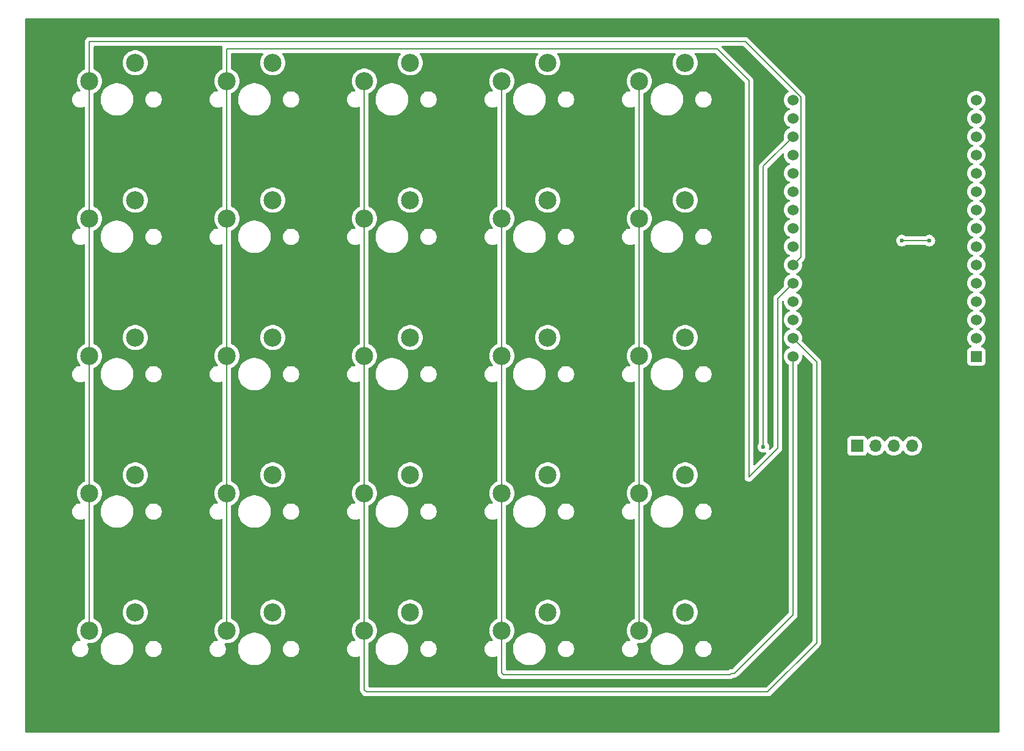
<source format=gbr>
%TF.GenerationSoftware,KiCad,Pcbnew,8.0.6*%
%TF.CreationDate,2024-10-21T22:04:41+07:00*%
%TF.ProjectId,CaiPad25_ESP32,43616950-6164-4323-955f-45535033322e,rev?*%
%TF.SameCoordinates,Original*%
%TF.FileFunction,Copper,L2,Bot*%
%TF.FilePolarity,Positive*%
%FSLAX46Y46*%
G04 Gerber Fmt 4.6, Leading zero omitted, Abs format (unit mm)*
G04 Created by KiCad (PCBNEW 8.0.6) date 2024-10-21 22:04:41*
%MOMM*%
%LPD*%
G01*
G04 APERTURE LIST*
%TA.AperFunction,ComponentPad*%
%ADD10C,2.500000*%
%TD*%
%TA.AperFunction,ComponentPad*%
%ADD11R,1.524000X1.524000*%
%TD*%
%TA.AperFunction,ComponentPad*%
%ADD12C,1.524000*%
%TD*%
%TA.AperFunction,ComponentPad*%
%ADD13R,1.700000X1.700000*%
%TD*%
%TA.AperFunction,ComponentPad*%
%ADD14O,1.700000X1.700000*%
%TD*%
%TA.AperFunction,ViaPad*%
%ADD15C,0.600000*%
%TD*%
%TA.AperFunction,Conductor*%
%ADD16C,0.200000*%
%TD*%
G04 APERTURE END LIST*
D10*
%TO.P,S7,1,1*%
%TO.N,Column 1*%
X62865000Y-64135000D03*
%TO.P,S7,2,2*%
%TO.N,Row 1*%
X69215000Y-61595000D03*
%TD*%
%TO.P,S12,1,1*%
%TO.N,Column 1*%
X62865000Y-83185000D03*
%TO.P,S12,2,2*%
%TO.N,Row 2*%
X69215000Y-80645000D03*
%TD*%
%TO.P,S4,1,1*%
%TO.N,Column 3*%
X100965000Y-45085000D03*
%TO.P,S4,2,2*%
%TO.N,Row 0*%
X107315000Y-42545000D03*
%TD*%
%TO.P,S16,1,1*%
%TO.N,Column 0*%
X43815000Y-102235000D03*
%TO.P,S16,2,2*%
%TO.N,Row 3*%
X50165000Y-99695000D03*
%TD*%
%TO.P,S14,1,1*%
%TO.N,Column 3*%
X100965000Y-83185000D03*
%TO.P,S14,2,2*%
%TO.N,Row 2*%
X107315000Y-80645000D03*
%TD*%
%TO.P,S21,1,1*%
%TO.N,Column 0*%
X43815000Y-121285000D03*
%TO.P,S21,2,2*%
%TO.N,Row 4*%
X50165000Y-118745000D03*
%TD*%
%TO.P,S5,1,1*%
%TO.N,Column 4*%
X120015000Y-45085000D03*
%TO.P,S5,2,2*%
%TO.N,Row 0*%
X126365000Y-42545000D03*
%TD*%
%TO.P,S3,1,1*%
%TO.N,Column 2*%
X81915000Y-45085000D03*
%TO.P,S3,2,2*%
%TO.N,Row 0*%
X88265000Y-42545000D03*
%TD*%
%TO.P,S1,1,1*%
%TO.N,Column 0*%
X43815000Y-45085000D03*
%TO.P,S1,2,2*%
%TO.N,Row 0*%
X50165000Y-42545000D03*
%TD*%
%TO.P,S13,1,1*%
%TO.N,Column 2*%
X81915000Y-83185000D03*
%TO.P,S13,2,2*%
%TO.N,Row 2*%
X88265000Y-80645000D03*
%TD*%
%TO.P,S11,1,1*%
%TO.N,Column 0*%
X43815000Y-83185000D03*
%TO.P,S11,2,2*%
%TO.N,Row 2*%
X50165000Y-80645000D03*
%TD*%
%TO.P,S22,1,1*%
%TO.N,Column 1*%
X62865000Y-121285000D03*
%TO.P,S22,2,2*%
%TO.N,Row 4*%
X69215000Y-118745000D03*
%TD*%
%TO.P,S17,1,1*%
%TO.N,Column 1*%
X62865000Y-102235000D03*
%TO.P,S17,2,2*%
%TO.N,Row 3*%
X69215000Y-99695000D03*
%TD*%
%TO.P,S2,1,1*%
%TO.N,Column 1*%
X62865000Y-45085000D03*
%TO.P,S2,2,2*%
%TO.N,Row 0*%
X69215000Y-42545000D03*
%TD*%
%TO.P,S24,1,1*%
%TO.N,Column 3*%
X100965000Y-121285000D03*
%TO.P,S24,2,2*%
%TO.N,Row 4*%
X107315000Y-118745000D03*
%TD*%
%TO.P,S9,1,1*%
%TO.N,Column 3*%
X100965000Y-64135000D03*
%TO.P,S9,2,2*%
%TO.N,Row 1*%
X107315000Y-61595000D03*
%TD*%
%TO.P,S20,1,1*%
%TO.N,Column 4*%
X120015000Y-102235000D03*
%TO.P,S20,2,2*%
%TO.N,Row 3*%
X126365000Y-99695000D03*
%TD*%
%TO.P,S18,1,1*%
%TO.N,Column 2*%
X81915000Y-102235000D03*
%TO.P,S18,2,2*%
%TO.N,Row 3*%
X88265000Y-99695000D03*
%TD*%
%TO.P,S25,1,1*%
%TO.N,Column 4*%
X120015000Y-121285000D03*
%TO.P,S25,2,2*%
%TO.N,Row 4*%
X126365000Y-118745000D03*
%TD*%
%TO.P,S8,1,1*%
%TO.N,Column 2*%
X81915000Y-64135000D03*
%TO.P,S8,2,2*%
%TO.N,Row 1*%
X88265000Y-61595000D03*
%TD*%
%TO.P,S23,1,1*%
%TO.N,Column 2*%
X81915000Y-121285000D03*
%TO.P,S23,2,2*%
%TO.N,Row 4*%
X88265000Y-118745000D03*
%TD*%
D11*
%TO.P,U1,1,EN*%
%TO.N,unconnected-(U1-EN-Pad1)*%
X166714214Y-83274214D03*
D12*
%TO.P,U1,2,SENSOR_VP*%
%TO.N,unconnected-(U1-SENSOR_VP-Pad2)*%
X166714214Y-80734214D03*
%TO.P,U1,3,SENSOR_VN*%
%TO.N,unconnected-(U1-SENSOR_VN-Pad3)*%
X166714214Y-78194214D03*
%TO.P,U1,4,IO34*%
%TO.N,unconnected-(U1-IO34-Pad4)*%
X166714214Y-75654214D03*
%TO.P,U1,5,IO35*%
%TO.N,unconnected-(U1-IO35-Pad5)*%
X166714214Y-73114214D03*
%TO.P,U1,6,IO32*%
%TO.N,unconnected-(U1-IO32-Pad6)*%
X166714214Y-70574214D03*
%TO.P,U1,7,IO33*%
%TO.N,unconnected-(U1-IO33-Pad7)*%
X166714214Y-68034214D03*
%TO.P,U1,8,IO25*%
%TO.N,Column 4*%
X166714214Y-65494214D03*
%TO.P,U1,9,IO26*%
%TO.N,unconnected-(U1-IO26-Pad9)*%
X166714214Y-62954214D03*
%TO.P,U1,10,IO27*%
%TO.N,unconnected-(U1-IO27-Pad10)*%
X166714214Y-60414214D03*
%TO.P,U1,11,IO14*%
%TO.N,Row 2*%
X166714214Y-57874214D03*
%TO.P,U1,12,IO12*%
%TO.N,Row 1*%
X166714214Y-55334214D03*
%TO.P,U1,13,IO13*%
%TO.N,Row 0*%
X166714214Y-52794214D03*
%TO.P,U1,14,GND*%
%TO.N,unconnected-(U1-GND-Pad14)*%
X166714214Y-50254214D03*
%TO.P,U1,15,VIN*%
%TO.N,unconnected-(U1-VIN-Pad15)*%
X166714214Y-47714214D03*
%TO.P,U1,16,3V3*%
%TO.N,Net-(J1-VCC)*%
X141314214Y-47714214D03*
%TO.P,U1,17,GND*%
%TO.N,Net-(J1-GND)*%
X141314214Y-50254214D03*
%TO.P,U1,18,IO15*%
%TO.N,Row 3*%
X141314214Y-52794214D03*
%TO.P,U1,19,IO2*%
%TO.N,unconnected-(U1-IO2-Pad19)*%
X141314214Y-55334214D03*
%TO.P,U1,20,IO4*%
%TO.N,unconnected-(U1-IO4-Pad20)*%
X141314214Y-57874214D03*
%TO.P,U1,21,IO16*%
%TO.N,Net-(J1-SDA)*%
X141314214Y-60414214D03*
%TO.P,U1,22,IO17*%
%TO.N,Net-(J1-SCL)*%
X141314214Y-62954214D03*
%TO.P,U1,23,IO5*%
%TO.N,unconnected-(U1-IO5-Pad23)*%
X141314214Y-65494214D03*
%TO.P,U1,24,IO18*%
%TO.N,Row 4*%
X141314214Y-68034214D03*
%TO.P,U1,25,IO19*%
%TO.N,Column 0*%
X141314214Y-70574214D03*
%TO.P,U1,26,IO21*%
%TO.N,Column 1*%
X141314214Y-73114214D03*
%TO.P,U1,27,RXD0/IO3*%
%TO.N,unconnected-(U1-RXD0{slash}IO3-Pad27)*%
X141314214Y-75654214D03*
%TO.P,U1,28,TXD0/IO1*%
%TO.N,unconnected-(U1-TXD0{slash}IO1-Pad28)*%
X141314214Y-78194214D03*
%TO.P,U1,29,IO22*%
%TO.N,Column 2*%
X141314214Y-80734214D03*
%TO.P,U1,30,IO23*%
%TO.N,Column 3*%
X141314214Y-83274214D03*
%TD*%
D10*
%TO.P,S10,1,1*%
%TO.N,Column 4*%
X120015000Y-64135000D03*
%TO.P,S10,2,2*%
%TO.N,Row 1*%
X126365000Y-61595000D03*
%TD*%
%TO.P,S15,1,1*%
%TO.N,Column 4*%
X120015000Y-83185000D03*
%TO.P,S15,2,2*%
%TO.N,Row 2*%
X126365000Y-80645000D03*
%TD*%
%TO.P,S19,1,1*%
%TO.N,Column 3*%
X100965000Y-102235000D03*
%TO.P,S19,2,2*%
%TO.N,Row 3*%
X107315000Y-99695000D03*
%TD*%
%TO.P,S6,1,1*%
%TO.N,Column 0*%
X43815000Y-64135000D03*
%TO.P,S6,2,2*%
%TO.N,Row 1*%
X50165000Y-61595000D03*
%TD*%
D13*
%TO.P,J1,1,GND*%
%TO.N,Net-(J1-GND)*%
X150190000Y-95670000D03*
D14*
%TO.P,J1,2,VCC*%
%TO.N,Net-(J1-VCC)*%
X152730000Y-95670000D03*
%TO.P,J1,3,SCL*%
%TO.N,Net-(J1-SCL)*%
X155270000Y-95670000D03*
%TO.P,J1,4,SDA*%
%TO.N,Net-(J1-SDA)*%
X157810000Y-95670000D03*
%TD*%
D15*
%TO.N,Net-(J1-GND)*%
X156400000Y-67200000D03*
X160200000Y-67200000D03*
%TO.N,Row 3*%
X137200000Y-95800000D03*
%TD*%
D16*
%TO.N,Net-(J1-GND)*%
X160200000Y-67200000D02*
X156400000Y-67200000D01*
%TO.N,Row 3*%
X137200000Y-56908428D02*
X141314214Y-52794214D01*
X137200000Y-95800000D02*
X137200000Y-56908428D01*
%TO.N,Column 2*%
X82200000Y-129800000D02*
X137800000Y-129800000D01*
X81915000Y-129515000D02*
X82200000Y-129800000D01*
X81915000Y-45085000D02*
X81915000Y-121285000D01*
X137800000Y-129800000D02*
X144600000Y-123000000D01*
X144600000Y-84020000D02*
X141314214Y-80734214D01*
X81915000Y-121285000D02*
X81915000Y-129515000D01*
X144600000Y-123000000D02*
X144600000Y-84020000D01*
%TO.N,Column 0*%
X43815000Y-45085000D02*
X43815000Y-121285000D01*
X142376214Y-69512214D02*
X141314214Y-70574214D01*
X142376214Y-47274319D02*
X142376214Y-69512214D01*
X43815000Y-39615000D02*
X43800000Y-39600000D01*
X43815000Y-45085000D02*
X43815000Y-39615000D01*
X134701895Y-39600000D02*
X142376214Y-47274319D01*
X43800000Y-39600000D02*
X134701895Y-39600000D01*
%TO.N,Column 3*%
X100965000Y-127165000D02*
X101200000Y-127400000D01*
X132600000Y-127400000D02*
X132800000Y-127200000D01*
X100965000Y-121285000D02*
X100965000Y-127165000D01*
X133200000Y-127200000D02*
X141314214Y-119085786D01*
X101200000Y-127400000D02*
X132600000Y-127400000D01*
X132800000Y-127200000D02*
X133200000Y-127200000D01*
X141314214Y-119085786D02*
X141314214Y-83274214D01*
X100965000Y-45085000D02*
X100965000Y-121285000D01*
%TO.N,Column 1*%
X139200000Y-75228428D02*
X141314214Y-73114214D01*
X62865000Y-121285000D02*
X62865000Y-45085000D01*
X62865000Y-45085000D02*
X62865000Y-40665000D01*
X62865000Y-40665000D02*
X62800000Y-40600000D01*
X135200000Y-45000000D02*
X135200000Y-100000000D01*
X130800000Y-40600000D02*
X135200000Y-45000000D01*
X135200000Y-100000000D02*
X139200000Y-96000000D01*
X139200000Y-96000000D02*
X139200000Y-75228428D01*
X62800000Y-40600000D02*
X130800000Y-40600000D01*
%TO.N,Column 4*%
X120015000Y-45085000D02*
X120015000Y-121285000D01*
%TD*%
%TA.AperFunction,NonConductor*%
G36*
X169842539Y-36420185D02*
G01*
X169888294Y-36472989D01*
X169899500Y-36524500D01*
X169899500Y-135275500D01*
X169879815Y-135342539D01*
X169827011Y-135388294D01*
X169775500Y-135399500D01*
X35024500Y-135399500D01*
X34957461Y-135379815D01*
X34911706Y-135327011D01*
X34900500Y-135275500D01*
X34900500Y-47536421D01*
X41419500Y-47536421D01*
X41419500Y-47713578D01*
X41447214Y-47888556D01*
X41501956Y-48057039D01*
X41501957Y-48057042D01*
X41548132Y-48147664D01*
X41582386Y-48214890D01*
X41686517Y-48358214D01*
X41811786Y-48483483D01*
X41955110Y-48587614D01*
X42023577Y-48622500D01*
X42112957Y-48668042D01*
X42112960Y-48668043D01*
X42165267Y-48685038D01*
X42281445Y-48722786D01*
X42456421Y-48750500D01*
X42456422Y-48750500D01*
X42633578Y-48750500D01*
X42633579Y-48750500D01*
X42808555Y-48722786D01*
X42977042Y-48668042D01*
X43034205Y-48638915D01*
X43102873Y-48626019D01*
X43167613Y-48652294D01*
X43207871Y-48709400D01*
X43214500Y-48749400D01*
X43214500Y-62403363D01*
X43194815Y-62470402D01*
X43144302Y-62515083D01*
X42937300Y-62614769D01*
X42720520Y-62762567D01*
X42528198Y-62941014D01*
X42364614Y-63146143D01*
X42233432Y-63373356D01*
X42137582Y-63617578D01*
X42137576Y-63617597D01*
X42079197Y-63873374D01*
X42079196Y-63873379D01*
X42059592Y-64134995D01*
X42059592Y-64135004D01*
X42079196Y-64396620D01*
X42079197Y-64396625D01*
X42079197Y-64396629D01*
X42079198Y-64396630D01*
X42079210Y-64396682D01*
X42137576Y-64652402D01*
X42137578Y-64652411D01*
X42137580Y-64652416D01*
X42233432Y-64896643D01*
X42364614Y-65123857D01*
X42415733Y-65187958D01*
X42528197Y-65328984D01*
X42534377Y-65334717D01*
X42570133Y-65394744D01*
X42567760Y-65464574D01*
X42528011Y-65522035D01*
X42463506Y-65548884D01*
X42459788Y-65549234D01*
X42456428Y-65549498D01*
X42281443Y-65577214D01*
X42112960Y-65631956D01*
X42112957Y-65631957D01*
X41955109Y-65712386D01*
X41896572Y-65754916D01*
X41811786Y-65816517D01*
X41811784Y-65816519D01*
X41811783Y-65816519D01*
X41686519Y-65941783D01*
X41686519Y-65941784D01*
X41686517Y-65941786D01*
X41641796Y-66003338D01*
X41582386Y-66085109D01*
X41501957Y-66242957D01*
X41501956Y-66242960D01*
X41447214Y-66411443D01*
X41428833Y-66527494D01*
X41419500Y-66586421D01*
X41419500Y-66763579D01*
X41420025Y-66766891D01*
X41447214Y-66938556D01*
X41501956Y-67107039D01*
X41501957Y-67107042D01*
X41549324Y-67200003D01*
X41582386Y-67264890D01*
X41686517Y-67408214D01*
X41811786Y-67533483D01*
X41955110Y-67637614D01*
X42023577Y-67672500D01*
X42112957Y-67718042D01*
X42112960Y-67718043D01*
X42197201Y-67745414D01*
X42281445Y-67772786D01*
X42456421Y-67800500D01*
X42456422Y-67800500D01*
X42633578Y-67800500D01*
X42633579Y-67800500D01*
X42808555Y-67772786D01*
X42977042Y-67718042D01*
X43034205Y-67688915D01*
X43102873Y-67676019D01*
X43167613Y-67702294D01*
X43207871Y-67759400D01*
X43214500Y-67799400D01*
X43214500Y-81453363D01*
X43194815Y-81520402D01*
X43144302Y-81565083D01*
X42937300Y-81664769D01*
X42720520Y-81812567D01*
X42528198Y-81991014D01*
X42364614Y-82196143D01*
X42233432Y-82423356D01*
X42137582Y-82667578D01*
X42137576Y-82667597D01*
X42079197Y-82923374D01*
X42079196Y-82923379D01*
X42059592Y-83184995D01*
X42059592Y-83185004D01*
X42079196Y-83446620D01*
X42079197Y-83446625D01*
X42137576Y-83702402D01*
X42137578Y-83702411D01*
X42137580Y-83702416D01*
X42233432Y-83946643D01*
X42364614Y-84173857D01*
X42415733Y-84237958D01*
X42528197Y-84378984D01*
X42534377Y-84384717D01*
X42570133Y-84444744D01*
X42567760Y-84514574D01*
X42528011Y-84572035D01*
X42463506Y-84598884D01*
X42459788Y-84599234D01*
X42456428Y-84599498D01*
X42281443Y-84627214D01*
X42112960Y-84681956D01*
X42112957Y-84681957D01*
X41955109Y-84762386D01*
X41896572Y-84804916D01*
X41811786Y-84866517D01*
X41811784Y-84866519D01*
X41811783Y-84866519D01*
X41686519Y-84991783D01*
X41686519Y-84991784D01*
X41686517Y-84991786D01*
X41641796Y-85053338D01*
X41582386Y-85135109D01*
X41501957Y-85292957D01*
X41501956Y-85292960D01*
X41447214Y-85461443D01*
X41419500Y-85636421D01*
X41419500Y-85813578D01*
X41447214Y-85988556D01*
X41501956Y-86157039D01*
X41501957Y-86157042D01*
X41582386Y-86314890D01*
X41686517Y-86458214D01*
X41811786Y-86583483D01*
X41955110Y-86687614D01*
X42023577Y-86722500D01*
X42112957Y-86768042D01*
X42112960Y-86768043D01*
X42197201Y-86795414D01*
X42281445Y-86822786D01*
X42456421Y-86850500D01*
X42456422Y-86850500D01*
X42633578Y-86850500D01*
X42633579Y-86850500D01*
X42808555Y-86822786D01*
X42977042Y-86768042D01*
X43034205Y-86738915D01*
X43102873Y-86726019D01*
X43167613Y-86752294D01*
X43207871Y-86809400D01*
X43214500Y-86849400D01*
X43214500Y-100503363D01*
X43194815Y-100570402D01*
X43144302Y-100615083D01*
X42937300Y-100714769D01*
X42720520Y-100862567D01*
X42528198Y-101041014D01*
X42364614Y-101246143D01*
X42233432Y-101473356D01*
X42137582Y-101717578D01*
X42137576Y-101717597D01*
X42079197Y-101973374D01*
X42079196Y-101973379D01*
X42059592Y-102234995D01*
X42059592Y-102235004D01*
X42079196Y-102496620D01*
X42079197Y-102496625D01*
X42137576Y-102752402D01*
X42137578Y-102752411D01*
X42137580Y-102752416D01*
X42233432Y-102996643D01*
X42364614Y-103223857D01*
X42415733Y-103287958D01*
X42528197Y-103428984D01*
X42534377Y-103434717D01*
X42570133Y-103494744D01*
X42567760Y-103564574D01*
X42528011Y-103622035D01*
X42463506Y-103648884D01*
X42459788Y-103649234D01*
X42456428Y-103649498D01*
X42281443Y-103677214D01*
X42112960Y-103731956D01*
X42112957Y-103731957D01*
X41955109Y-103812386D01*
X41896572Y-103854916D01*
X41811786Y-103916517D01*
X41811784Y-103916519D01*
X41811783Y-103916519D01*
X41686519Y-104041783D01*
X41686519Y-104041784D01*
X41686517Y-104041786D01*
X41641796Y-104103338D01*
X41582386Y-104185109D01*
X41501957Y-104342957D01*
X41501956Y-104342960D01*
X41447214Y-104511443D01*
X41419500Y-104686421D01*
X41419500Y-104863578D01*
X41447214Y-105038556D01*
X41501956Y-105207039D01*
X41501957Y-105207042D01*
X41582386Y-105364890D01*
X41686517Y-105508214D01*
X41811786Y-105633483D01*
X41955110Y-105737614D01*
X42023577Y-105772500D01*
X42112957Y-105818042D01*
X42112960Y-105818043D01*
X42197201Y-105845414D01*
X42281445Y-105872786D01*
X42456421Y-105900500D01*
X42456422Y-105900500D01*
X42633578Y-105900500D01*
X42633579Y-105900500D01*
X42808555Y-105872786D01*
X42977042Y-105818042D01*
X43034205Y-105788915D01*
X43102873Y-105776019D01*
X43167613Y-105802294D01*
X43207871Y-105859400D01*
X43214500Y-105899400D01*
X43214500Y-119553363D01*
X43194815Y-119620402D01*
X43144302Y-119665083D01*
X42937300Y-119764769D01*
X42720520Y-119912567D01*
X42528198Y-120091014D01*
X42364614Y-120296143D01*
X42233432Y-120523356D01*
X42137582Y-120767578D01*
X42137576Y-120767597D01*
X42079197Y-121023374D01*
X42079196Y-121023379D01*
X42059592Y-121284995D01*
X42059592Y-121285004D01*
X42079196Y-121546620D01*
X42079197Y-121546625D01*
X42137576Y-121802402D01*
X42137578Y-121802411D01*
X42137580Y-121802416D01*
X42233432Y-122046643D01*
X42364614Y-122273857D01*
X42415733Y-122337958D01*
X42528197Y-122478984D01*
X42534377Y-122484717D01*
X42570133Y-122544744D01*
X42567760Y-122614574D01*
X42528011Y-122672035D01*
X42463506Y-122698884D01*
X42459788Y-122699234D01*
X42456428Y-122699498D01*
X42281443Y-122727214D01*
X42112960Y-122781956D01*
X42112957Y-122781957D01*
X41955109Y-122862386D01*
X41896572Y-122904916D01*
X41811786Y-122966517D01*
X41811784Y-122966519D01*
X41811783Y-122966519D01*
X41686519Y-123091783D01*
X41686519Y-123091784D01*
X41686517Y-123091786D01*
X41641796Y-123153338D01*
X41582386Y-123235109D01*
X41501957Y-123392957D01*
X41501956Y-123392960D01*
X41447214Y-123561443D01*
X41419500Y-123736421D01*
X41419500Y-123913578D01*
X41447214Y-124088556D01*
X41501956Y-124257039D01*
X41501957Y-124257042D01*
X41582386Y-124414890D01*
X41686517Y-124558214D01*
X41811786Y-124683483D01*
X41955110Y-124787614D01*
X42023577Y-124822500D01*
X42112957Y-124868042D01*
X42112960Y-124868043D01*
X42197201Y-124895414D01*
X42281445Y-124922786D01*
X42456421Y-124950500D01*
X42456422Y-124950500D01*
X42633578Y-124950500D01*
X42633579Y-124950500D01*
X42808555Y-124922786D01*
X42977042Y-124868042D01*
X43134890Y-124787614D01*
X43278214Y-124683483D01*
X43403483Y-124558214D01*
X43507614Y-124414890D01*
X43588042Y-124257042D01*
X43642786Y-124088555D01*
X43670500Y-123913579D01*
X43670500Y-123736421D01*
X43661165Y-123677486D01*
X45374500Y-123677486D01*
X45374500Y-123972513D01*
X45389778Y-124088555D01*
X45413007Y-124264993D01*
X45489361Y-124549951D01*
X45489364Y-124549961D01*
X45602254Y-124822500D01*
X45602258Y-124822510D01*
X45749761Y-125077993D01*
X45929352Y-125312040D01*
X45929358Y-125312047D01*
X46137952Y-125520641D01*
X46137959Y-125520647D01*
X46372006Y-125700238D01*
X46627489Y-125847741D01*
X46627490Y-125847741D01*
X46627493Y-125847743D01*
X46900048Y-125960639D01*
X47185007Y-126036993D01*
X47477494Y-126075500D01*
X47477501Y-126075500D01*
X47772499Y-126075500D01*
X47772506Y-126075500D01*
X48064993Y-126036993D01*
X48349952Y-125960639D01*
X48622507Y-125847743D01*
X48877994Y-125700238D01*
X49112042Y-125520646D01*
X49320646Y-125312042D01*
X49500238Y-125077994D01*
X49647743Y-124822507D01*
X49760639Y-124549952D01*
X49836993Y-124264993D01*
X49875500Y-123972506D01*
X49875500Y-123736421D01*
X51579500Y-123736421D01*
X51579500Y-123913578D01*
X51607214Y-124088556D01*
X51661956Y-124257039D01*
X51661957Y-124257042D01*
X51742386Y-124414890D01*
X51846517Y-124558214D01*
X51971786Y-124683483D01*
X52115110Y-124787614D01*
X52183577Y-124822500D01*
X52272957Y-124868042D01*
X52272960Y-124868043D01*
X52357201Y-124895414D01*
X52441445Y-124922786D01*
X52616421Y-124950500D01*
X52616422Y-124950500D01*
X52793578Y-124950500D01*
X52793579Y-124950500D01*
X52968555Y-124922786D01*
X53137042Y-124868042D01*
X53294890Y-124787614D01*
X53438214Y-124683483D01*
X53563483Y-124558214D01*
X53667614Y-124414890D01*
X53748042Y-124257042D01*
X53802786Y-124088555D01*
X53830500Y-123913579D01*
X53830500Y-123736421D01*
X53802786Y-123561445D01*
X53748042Y-123392958D01*
X53748042Y-123392957D01*
X53667613Y-123235109D01*
X53665198Y-123231785D01*
X53563483Y-123091786D01*
X53438214Y-122966517D01*
X53294890Y-122862386D01*
X53137042Y-122781957D01*
X53137039Y-122781956D01*
X52968556Y-122727214D01*
X52881067Y-122713357D01*
X52793579Y-122699500D01*
X52616421Y-122699500D01*
X52558095Y-122708738D01*
X52441443Y-122727214D01*
X52272960Y-122781956D01*
X52272957Y-122781957D01*
X52115109Y-122862386D01*
X52056572Y-122904916D01*
X51971786Y-122966517D01*
X51971784Y-122966519D01*
X51971783Y-122966519D01*
X51846519Y-123091783D01*
X51846519Y-123091784D01*
X51846517Y-123091786D01*
X51801796Y-123153338D01*
X51742386Y-123235109D01*
X51661957Y-123392957D01*
X51661956Y-123392960D01*
X51607214Y-123561443D01*
X51579500Y-123736421D01*
X49875500Y-123736421D01*
X49875500Y-123677494D01*
X49836993Y-123385007D01*
X49760639Y-123100048D01*
X49647743Y-122827493D01*
X49634888Y-122805228D01*
X49500238Y-122572006D01*
X49320647Y-122337959D01*
X49320641Y-122337952D01*
X49112047Y-122129358D01*
X49112040Y-122129352D01*
X48877993Y-121949761D01*
X48622510Y-121802258D01*
X48622500Y-121802254D01*
X48349961Y-121689364D01*
X48349954Y-121689362D01*
X48349952Y-121689361D01*
X48064993Y-121613007D01*
X48016113Y-121606571D01*
X47772513Y-121574500D01*
X47772506Y-121574500D01*
X47477494Y-121574500D01*
X47477486Y-121574500D01*
X47199085Y-121611153D01*
X47185007Y-121613007D01*
X46900048Y-121689361D01*
X46900038Y-121689364D01*
X46627499Y-121802254D01*
X46627489Y-121802258D01*
X46372006Y-121949761D01*
X46137959Y-122129352D01*
X46137952Y-122129358D01*
X45929358Y-122337952D01*
X45929352Y-122337959D01*
X45749761Y-122572006D01*
X45602258Y-122827489D01*
X45602254Y-122827499D01*
X45489364Y-123100038D01*
X45489361Y-123100048D01*
X45417373Y-123368715D01*
X45413008Y-123385004D01*
X45413006Y-123385015D01*
X45374500Y-123677486D01*
X43661165Y-123677486D01*
X43642786Y-123561445D01*
X43588042Y-123392958D01*
X43588042Y-123392957D01*
X43560190Y-123338295D01*
X43507614Y-123235110D01*
X43505198Y-123231784D01*
X43497202Y-123220778D01*
X43473722Y-123154972D01*
X43489548Y-123086918D01*
X43539654Y-123038223D01*
X43608132Y-123024348D01*
X43615992Y-123025276D01*
X43683818Y-123035500D01*
X43946182Y-123035500D01*
X44205615Y-122996396D01*
X44456323Y-122919063D01*
X44692704Y-122805228D01*
X44909479Y-122657433D01*
X45101805Y-122478981D01*
X45265386Y-122273857D01*
X45396568Y-122046643D01*
X45492420Y-121802416D01*
X45550802Y-121546630D01*
X45570408Y-121285000D01*
X45550802Y-121023370D01*
X45492420Y-120767584D01*
X45396568Y-120523357D01*
X45265386Y-120296143D01*
X45101805Y-120091019D01*
X45101804Y-120091018D01*
X45101801Y-120091014D01*
X44909479Y-119912567D01*
X44692704Y-119764772D01*
X44692701Y-119764771D01*
X44692699Y-119764769D01*
X44485698Y-119665083D01*
X44433839Y-119618261D01*
X44415500Y-119553363D01*
X44415500Y-118744995D01*
X48409592Y-118744995D01*
X48409592Y-118745004D01*
X48429196Y-119006620D01*
X48429197Y-119006625D01*
X48487576Y-119262402D01*
X48487578Y-119262411D01*
X48487580Y-119262416D01*
X48583432Y-119506643D01*
X48714614Y-119733857D01*
X48846736Y-119899533D01*
X48878198Y-119938985D01*
X49042048Y-120091014D01*
X49070521Y-120117433D01*
X49287296Y-120265228D01*
X49287301Y-120265230D01*
X49287302Y-120265231D01*
X49287303Y-120265232D01*
X49412843Y-120325688D01*
X49523673Y-120379061D01*
X49523674Y-120379061D01*
X49523677Y-120379063D01*
X49774385Y-120456396D01*
X50033818Y-120495500D01*
X50296182Y-120495500D01*
X50555615Y-120456396D01*
X50806323Y-120379063D01*
X51042704Y-120265228D01*
X51259479Y-120117433D01*
X51451805Y-119938981D01*
X51615386Y-119733857D01*
X51746568Y-119506643D01*
X51842420Y-119262416D01*
X51900802Y-119006630D01*
X51920408Y-118745000D01*
X51900802Y-118483370D01*
X51842420Y-118227584D01*
X51746568Y-117983357D01*
X51615386Y-117756143D01*
X51451805Y-117551019D01*
X51451804Y-117551018D01*
X51451801Y-117551014D01*
X51259479Y-117372567D01*
X51042704Y-117224772D01*
X51042700Y-117224770D01*
X51042697Y-117224768D01*
X51042696Y-117224767D01*
X50806325Y-117110938D01*
X50806327Y-117110938D01*
X50555623Y-117033606D01*
X50555619Y-117033605D01*
X50555615Y-117033604D01*
X50430823Y-117014794D01*
X50296187Y-116994500D01*
X50296182Y-116994500D01*
X50033818Y-116994500D01*
X50033812Y-116994500D01*
X49872247Y-117018853D01*
X49774385Y-117033604D01*
X49774382Y-117033605D01*
X49774376Y-117033606D01*
X49523673Y-117110938D01*
X49287303Y-117224767D01*
X49287302Y-117224768D01*
X49070520Y-117372567D01*
X48878198Y-117551014D01*
X48714614Y-117756143D01*
X48583432Y-117983356D01*
X48487582Y-118227578D01*
X48487576Y-118227597D01*
X48429197Y-118483374D01*
X48429196Y-118483379D01*
X48409592Y-118744995D01*
X44415500Y-118744995D01*
X44415500Y-104627486D01*
X45374500Y-104627486D01*
X45374500Y-104922513D01*
X45389778Y-105038555D01*
X45413007Y-105214993D01*
X45489361Y-105499951D01*
X45489364Y-105499961D01*
X45602254Y-105772500D01*
X45602258Y-105772510D01*
X45749761Y-106027993D01*
X45929352Y-106262040D01*
X45929358Y-106262047D01*
X46137952Y-106470641D01*
X46137959Y-106470647D01*
X46372006Y-106650238D01*
X46627489Y-106797741D01*
X46627490Y-106797741D01*
X46627493Y-106797743D01*
X46900048Y-106910639D01*
X47185007Y-106986993D01*
X47477494Y-107025500D01*
X47477501Y-107025500D01*
X47772499Y-107025500D01*
X47772506Y-107025500D01*
X48064993Y-106986993D01*
X48349952Y-106910639D01*
X48622507Y-106797743D01*
X48877994Y-106650238D01*
X49112042Y-106470646D01*
X49320646Y-106262042D01*
X49500238Y-106027994D01*
X49647743Y-105772507D01*
X49760639Y-105499952D01*
X49836993Y-105214993D01*
X49875500Y-104922506D01*
X49875500Y-104686421D01*
X51579500Y-104686421D01*
X51579500Y-104863578D01*
X51607214Y-105038556D01*
X51661956Y-105207039D01*
X51661957Y-105207042D01*
X51742386Y-105364890D01*
X51846517Y-105508214D01*
X51971786Y-105633483D01*
X52115110Y-105737614D01*
X52183577Y-105772500D01*
X52272957Y-105818042D01*
X52272960Y-105818043D01*
X52357201Y-105845414D01*
X52441445Y-105872786D01*
X52616421Y-105900500D01*
X52616422Y-105900500D01*
X52793578Y-105900500D01*
X52793579Y-105900500D01*
X52968555Y-105872786D01*
X53137042Y-105818042D01*
X53294890Y-105737614D01*
X53438214Y-105633483D01*
X53563483Y-105508214D01*
X53667614Y-105364890D01*
X53748042Y-105207042D01*
X53802786Y-105038555D01*
X53830500Y-104863579D01*
X53830500Y-104686421D01*
X53802786Y-104511445D01*
X53748042Y-104342958D01*
X53748042Y-104342957D01*
X53667613Y-104185109D01*
X53563483Y-104041786D01*
X53438214Y-103916517D01*
X53294890Y-103812386D01*
X53137042Y-103731957D01*
X53137039Y-103731956D01*
X52968556Y-103677214D01*
X52881067Y-103663357D01*
X52793579Y-103649500D01*
X52616421Y-103649500D01*
X52558095Y-103658738D01*
X52441443Y-103677214D01*
X52272960Y-103731956D01*
X52272957Y-103731957D01*
X52115109Y-103812386D01*
X52056572Y-103854916D01*
X51971786Y-103916517D01*
X51971784Y-103916519D01*
X51971783Y-103916519D01*
X51846519Y-104041783D01*
X51846519Y-104041784D01*
X51846517Y-104041786D01*
X51801796Y-104103338D01*
X51742386Y-104185109D01*
X51661957Y-104342957D01*
X51661956Y-104342960D01*
X51607214Y-104511443D01*
X51579500Y-104686421D01*
X49875500Y-104686421D01*
X49875500Y-104627494D01*
X49836993Y-104335007D01*
X49760639Y-104050048D01*
X49647743Y-103777493D01*
X49634888Y-103755228D01*
X49500238Y-103522006D01*
X49320647Y-103287959D01*
X49320641Y-103287952D01*
X49112047Y-103079358D01*
X49112040Y-103079352D01*
X48877993Y-102899761D01*
X48622510Y-102752258D01*
X48622500Y-102752254D01*
X48349961Y-102639364D01*
X48349954Y-102639362D01*
X48349952Y-102639361D01*
X48064993Y-102563007D01*
X48016113Y-102556571D01*
X47772513Y-102524500D01*
X47772506Y-102524500D01*
X47477494Y-102524500D01*
X47477486Y-102524500D01*
X47199085Y-102561153D01*
X47185007Y-102563007D01*
X46900048Y-102639361D01*
X46900038Y-102639364D01*
X46627499Y-102752254D01*
X46627489Y-102752258D01*
X46372006Y-102899761D01*
X46137959Y-103079352D01*
X46137952Y-103079358D01*
X45929358Y-103287952D01*
X45929352Y-103287959D01*
X45749761Y-103522006D01*
X45602258Y-103777489D01*
X45602254Y-103777499D01*
X45489364Y-104050038D01*
X45489361Y-104050048D01*
X45453172Y-104185110D01*
X45413008Y-104335004D01*
X45413006Y-104335015D01*
X45374500Y-104627486D01*
X44415500Y-104627486D01*
X44415500Y-103966636D01*
X44435185Y-103899597D01*
X44485698Y-103854916D01*
X44692704Y-103755228D01*
X44909479Y-103607433D01*
X45101805Y-103428981D01*
X45265386Y-103223857D01*
X45396568Y-102996643D01*
X45492420Y-102752416D01*
X45550802Y-102496630D01*
X45570408Y-102235000D01*
X45550802Y-101973370D01*
X45492420Y-101717584D01*
X45396568Y-101473357D01*
X45265386Y-101246143D01*
X45101805Y-101041019D01*
X45101804Y-101041018D01*
X45101801Y-101041014D01*
X44909479Y-100862567D01*
X44692704Y-100714772D01*
X44692701Y-100714771D01*
X44692699Y-100714769D01*
X44485698Y-100615083D01*
X44433839Y-100568261D01*
X44415500Y-100503363D01*
X44415500Y-99694995D01*
X48409592Y-99694995D01*
X48409592Y-99695004D01*
X48429196Y-99956620D01*
X48429197Y-99956625D01*
X48487576Y-100212402D01*
X48487578Y-100212411D01*
X48487580Y-100212416D01*
X48583432Y-100456643D01*
X48714614Y-100683857D01*
X48846736Y-100849533D01*
X48878198Y-100888985D01*
X49042048Y-101041014D01*
X49070521Y-101067433D01*
X49287296Y-101215228D01*
X49287301Y-101215230D01*
X49287302Y-101215231D01*
X49287303Y-101215232D01*
X49412843Y-101275688D01*
X49523673Y-101329061D01*
X49523674Y-101329061D01*
X49523677Y-101329063D01*
X49774385Y-101406396D01*
X50033818Y-101445500D01*
X50296182Y-101445500D01*
X50555615Y-101406396D01*
X50806323Y-101329063D01*
X51042704Y-101215228D01*
X51259479Y-101067433D01*
X51451805Y-100888981D01*
X51615386Y-100683857D01*
X51746568Y-100456643D01*
X51842420Y-100212416D01*
X51900802Y-99956630D01*
X51900803Y-99956620D01*
X51920408Y-99695004D01*
X51920408Y-99694995D01*
X51900803Y-99433379D01*
X51900802Y-99433374D01*
X51900802Y-99433370D01*
X51842420Y-99177584D01*
X51746568Y-98933357D01*
X51615386Y-98706143D01*
X51451805Y-98501019D01*
X51451804Y-98501018D01*
X51451801Y-98501014D01*
X51259479Y-98322567D01*
X51154367Y-98250903D01*
X51042704Y-98174772D01*
X51042700Y-98174770D01*
X51042697Y-98174768D01*
X51042696Y-98174767D01*
X50806325Y-98060938D01*
X50806327Y-98060938D01*
X50555623Y-97983606D01*
X50555619Y-97983605D01*
X50555615Y-97983604D01*
X50430823Y-97964794D01*
X50296187Y-97944500D01*
X50296182Y-97944500D01*
X50033818Y-97944500D01*
X50033812Y-97944500D01*
X49872247Y-97968853D01*
X49774385Y-97983604D01*
X49774382Y-97983605D01*
X49774376Y-97983606D01*
X49523673Y-98060938D01*
X49287303Y-98174767D01*
X49287302Y-98174768D01*
X49070520Y-98322567D01*
X48878198Y-98501014D01*
X48714614Y-98706143D01*
X48583432Y-98933356D01*
X48487582Y-99177578D01*
X48487576Y-99177597D01*
X48429197Y-99433374D01*
X48429196Y-99433379D01*
X48409592Y-99694995D01*
X44415500Y-99694995D01*
X44415500Y-85577486D01*
X45374500Y-85577486D01*
X45374500Y-85872513D01*
X45389778Y-85988555D01*
X45413007Y-86164993D01*
X45489361Y-86449951D01*
X45489364Y-86449961D01*
X45602254Y-86722500D01*
X45602258Y-86722510D01*
X45749761Y-86977993D01*
X45929352Y-87212040D01*
X45929358Y-87212047D01*
X46137952Y-87420641D01*
X46137959Y-87420647D01*
X46372006Y-87600238D01*
X46627489Y-87747741D01*
X46627490Y-87747741D01*
X46627493Y-87747743D01*
X46900048Y-87860639D01*
X47185007Y-87936993D01*
X47477494Y-87975500D01*
X47477501Y-87975500D01*
X47772499Y-87975500D01*
X47772506Y-87975500D01*
X48064993Y-87936993D01*
X48349952Y-87860639D01*
X48622507Y-87747743D01*
X48877994Y-87600238D01*
X49112042Y-87420646D01*
X49320646Y-87212042D01*
X49500238Y-86977994D01*
X49647743Y-86722507D01*
X49760639Y-86449952D01*
X49836993Y-86164993D01*
X49875500Y-85872506D01*
X49875500Y-85636421D01*
X51579500Y-85636421D01*
X51579500Y-85813578D01*
X51607214Y-85988556D01*
X51661956Y-86157039D01*
X51661957Y-86157042D01*
X51742386Y-86314890D01*
X51846517Y-86458214D01*
X51971786Y-86583483D01*
X52115110Y-86687614D01*
X52183577Y-86722500D01*
X52272957Y-86768042D01*
X52272960Y-86768043D01*
X52357201Y-86795414D01*
X52441445Y-86822786D01*
X52616421Y-86850500D01*
X52616422Y-86850500D01*
X52793578Y-86850500D01*
X52793579Y-86850500D01*
X52968555Y-86822786D01*
X53137042Y-86768042D01*
X53294890Y-86687614D01*
X53438214Y-86583483D01*
X53563483Y-86458214D01*
X53667614Y-86314890D01*
X53748042Y-86157042D01*
X53802786Y-85988555D01*
X53830500Y-85813579D01*
X53830500Y-85636421D01*
X53802786Y-85461445D01*
X53748042Y-85292958D01*
X53748042Y-85292957D01*
X53667613Y-85135109D01*
X53563483Y-84991786D01*
X53438214Y-84866517D01*
X53294890Y-84762386D01*
X53137042Y-84681957D01*
X53137039Y-84681956D01*
X52968556Y-84627214D01*
X52881067Y-84613357D01*
X52793579Y-84599500D01*
X52616421Y-84599500D01*
X52558095Y-84608738D01*
X52441443Y-84627214D01*
X52272960Y-84681956D01*
X52272957Y-84681957D01*
X52115109Y-84762386D01*
X52056572Y-84804916D01*
X51971786Y-84866517D01*
X51971784Y-84866519D01*
X51971783Y-84866519D01*
X51846519Y-84991783D01*
X51846519Y-84991784D01*
X51846517Y-84991786D01*
X51801796Y-85053338D01*
X51742386Y-85135109D01*
X51661957Y-85292957D01*
X51661956Y-85292960D01*
X51607214Y-85461443D01*
X51579500Y-85636421D01*
X49875500Y-85636421D01*
X49875500Y-85577494D01*
X49836993Y-85285007D01*
X49760639Y-85000048D01*
X49647743Y-84727493D01*
X49634888Y-84705228D01*
X49500238Y-84472006D01*
X49320647Y-84237959D01*
X49320641Y-84237952D01*
X49112047Y-84029358D01*
X49112040Y-84029352D01*
X48877993Y-83849761D01*
X48622510Y-83702258D01*
X48622500Y-83702254D01*
X48349961Y-83589364D01*
X48349954Y-83589362D01*
X48349952Y-83589361D01*
X48064993Y-83513007D01*
X48016113Y-83506571D01*
X47772513Y-83474500D01*
X47772506Y-83474500D01*
X47477494Y-83474500D01*
X47477486Y-83474500D01*
X47199085Y-83511153D01*
X47185007Y-83513007D01*
X47086208Y-83539480D01*
X46900048Y-83589361D01*
X46900038Y-83589364D01*
X46627499Y-83702254D01*
X46627489Y-83702258D01*
X46372006Y-83849761D01*
X46137959Y-84029352D01*
X46137952Y-84029358D01*
X45929358Y-84237952D01*
X45929352Y-84237959D01*
X45749761Y-84472006D01*
X45602258Y-84727489D01*
X45602254Y-84727499D01*
X45489364Y-85000038D01*
X45489361Y-85000048D01*
X45453172Y-85135110D01*
X45413008Y-85285004D01*
X45413006Y-85285015D01*
X45374500Y-85577486D01*
X44415500Y-85577486D01*
X44415500Y-84916636D01*
X44435185Y-84849597D01*
X44485698Y-84804916D01*
X44692704Y-84705228D01*
X44909479Y-84557433D01*
X45058733Y-84418945D01*
X45101801Y-84378985D01*
X45101801Y-84378983D01*
X45101805Y-84378981D01*
X45265386Y-84173857D01*
X45396568Y-83946643D01*
X45492420Y-83702416D01*
X45550802Y-83446630D01*
X45561939Y-83298019D01*
X45570408Y-83185004D01*
X45570408Y-83184995D01*
X45550803Y-82923379D01*
X45550802Y-82923374D01*
X45550802Y-82923370D01*
X45492420Y-82667584D01*
X45396568Y-82423357D01*
X45265386Y-82196143D01*
X45101805Y-81991019D01*
X45101804Y-81991018D01*
X45101801Y-81991014D01*
X44909479Y-81812567D01*
X44870716Y-81786139D01*
X44692704Y-81664772D01*
X44692701Y-81664771D01*
X44692699Y-81664769D01*
X44485698Y-81565083D01*
X44433839Y-81518261D01*
X44415500Y-81453363D01*
X44415500Y-80644995D01*
X48409592Y-80644995D01*
X48409592Y-80645004D01*
X48429196Y-80906620D01*
X48429197Y-80906625D01*
X48487576Y-81162402D01*
X48487578Y-81162411D01*
X48487580Y-81162416D01*
X48583432Y-81406643D01*
X48714614Y-81633857D01*
X48771379Y-81705038D01*
X48878198Y-81838985D01*
X48991923Y-81944505D01*
X49070521Y-82017433D01*
X49287296Y-82165228D01*
X49287301Y-82165230D01*
X49287302Y-82165231D01*
X49287303Y-82165232D01*
X49412843Y-82225688D01*
X49523673Y-82279061D01*
X49523674Y-82279061D01*
X49523677Y-82279063D01*
X49774385Y-82356396D01*
X50033818Y-82395500D01*
X50296182Y-82395500D01*
X50555615Y-82356396D01*
X50806323Y-82279063D01*
X51042704Y-82165228D01*
X51259479Y-82017433D01*
X51451805Y-81838981D01*
X51615386Y-81633857D01*
X51746568Y-81406643D01*
X51842420Y-81162416D01*
X51900802Y-80906630D01*
X51911939Y-80758019D01*
X51920408Y-80645004D01*
X51920408Y-80644995D01*
X51900803Y-80383379D01*
X51900802Y-80383374D01*
X51900802Y-80383370D01*
X51842420Y-80127584D01*
X51746568Y-79883357D01*
X51615386Y-79656143D01*
X51451805Y-79451019D01*
X51451804Y-79451018D01*
X51451801Y-79451014D01*
X51259479Y-79272567D01*
X51042704Y-79124772D01*
X51042700Y-79124770D01*
X51042697Y-79124768D01*
X51042696Y-79124767D01*
X50806325Y-79010938D01*
X50806327Y-79010938D01*
X50555623Y-78933606D01*
X50555619Y-78933605D01*
X50555615Y-78933604D01*
X50430823Y-78914794D01*
X50296187Y-78894500D01*
X50296182Y-78894500D01*
X50033818Y-78894500D01*
X50033812Y-78894500D01*
X49872247Y-78918853D01*
X49774385Y-78933604D01*
X49774382Y-78933605D01*
X49774376Y-78933606D01*
X49523673Y-79010938D01*
X49287303Y-79124767D01*
X49287302Y-79124768D01*
X49070520Y-79272567D01*
X48878198Y-79451014D01*
X48714614Y-79656143D01*
X48583432Y-79883356D01*
X48487582Y-80127578D01*
X48487576Y-80127597D01*
X48429197Y-80383374D01*
X48429196Y-80383379D01*
X48409592Y-80644995D01*
X44415500Y-80644995D01*
X44415500Y-66527486D01*
X45374500Y-66527486D01*
X45374500Y-66822513D01*
X45406212Y-67063384D01*
X45413007Y-67114993D01*
X45489361Y-67399951D01*
X45489364Y-67399961D01*
X45602254Y-67672500D01*
X45602258Y-67672510D01*
X45749761Y-67927993D01*
X45929352Y-68162040D01*
X45929358Y-68162047D01*
X46137952Y-68370641D01*
X46137959Y-68370647D01*
X46372006Y-68550238D01*
X46627489Y-68697741D01*
X46627490Y-68697741D01*
X46627493Y-68697743D01*
X46900048Y-68810639D01*
X47185007Y-68886993D01*
X47477494Y-68925500D01*
X47477501Y-68925500D01*
X47772499Y-68925500D01*
X47772506Y-68925500D01*
X48064993Y-68886993D01*
X48349952Y-68810639D01*
X48622507Y-68697743D01*
X48877994Y-68550238D01*
X49112042Y-68370646D01*
X49320646Y-68162042D01*
X49500238Y-67927994D01*
X49647743Y-67672507D01*
X49760639Y-67399952D01*
X49836993Y-67114993D01*
X49875500Y-66822506D01*
X49875500Y-66586421D01*
X51579500Y-66586421D01*
X51579500Y-66763579D01*
X51580025Y-66766891D01*
X51607214Y-66938556D01*
X51661956Y-67107039D01*
X51661957Y-67107042D01*
X51709324Y-67200003D01*
X51742386Y-67264890D01*
X51846517Y-67408214D01*
X51971786Y-67533483D01*
X52115110Y-67637614D01*
X52183577Y-67672500D01*
X52272957Y-67718042D01*
X52272960Y-67718043D01*
X52357201Y-67745414D01*
X52441445Y-67772786D01*
X52616421Y-67800500D01*
X52616422Y-67800500D01*
X52793578Y-67800500D01*
X52793579Y-67800500D01*
X52968555Y-67772786D01*
X53137042Y-67718042D01*
X53294890Y-67637614D01*
X53438214Y-67533483D01*
X53563483Y-67408214D01*
X53667614Y-67264890D01*
X53748042Y-67107042D01*
X53802786Y-66938555D01*
X53830500Y-66763579D01*
X53830500Y-66586421D01*
X53802786Y-66411445D01*
X53775414Y-66327201D01*
X53748043Y-66242960D01*
X53748042Y-66242957D01*
X53707061Y-66162529D01*
X53667614Y-66085110D01*
X53563483Y-65941786D01*
X53438214Y-65816517D01*
X53294890Y-65712386D01*
X53137042Y-65631957D01*
X53137039Y-65631956D01*
X52968556Y-65577214D01*
X52881067Y-65563357D01*
X52793579Y-65549500D01*
X52616421Y-65549500D01*
X52558095Y-65558738D01*
X52441443Y-65577214D01*
X52272960Y-65631956D01*
X52272957Y-65631957D01*
X52115109Y-65712386D01*
X52056572Y-65754916D01*
X51971786Y-65816517D01*
X51971784Y-65816519D01*
X51971783Y-65816519D01*
X51846519Y-65941783D01*
X51846519Y-65941784D01*
X51846517Y-65941786D01*
X51801796Y-66003338D01*
X51742386Y-66085109D01*
X51661957Y-66242957D01*
X51661956Y-66242960D01*
X51607214Y-66411443D01*
X51588833Y-66527494D01*
X51579500Y-66586421D01*
X49875500Y-66586421D01*
X49875500Y-66527494D01*
X49836993Y-66235007D01*
X49760639Y-65950048D01*
X49647743Y-65677493D01*
X49634888Y-65655228D01*
X49500238Y-65422006D01*
X49320647Y-65187959D01*
X49320641Y-65187952D01*
X49112047Y-64979358D01*
X49112040Y-64979352D01*
X48877993Y-64799761D01*
X48622510Y-64652258D01*
X48622500Y-64652254D01*
X48349961Y-64539364D01*
X48349954Y-64539362D01*
X48349952Y-64539361D01*
X48064993Y-64463007D01*
X48016113Y-64456571D01*
X47772513Y-64424500D01*
X47772506Y-64424500D01*
X47477494Y-64424500D01*
X47477486Y-64424500D01*
X47199085Y-64461153D01*
X47185007Y-64463007D01*
X46959657Y-64523389D01*
X46900048Y-64539361D01*
X46900038Y-64539364D01*
X46627499Y-64652254D01*
X46627489Y-64652258D01*
X46372006Y-64799761D01*
X46137959Y-64979352D01*
X46137952Y-64979358D01*
X45929358Y-65187952D01*
X45929352Y-65187959D01*
X45749761Y-65422006D01*
X45602258Y-65677489D01*
X45602254Y-65677499D01*
X45489364Y-65950038D01*
X45489361Y-65950048D01*
X45441712Y-66127880D01*
X45413008Y-66235004D01*
X45413006Y-66235015D01*
X45374500Y-66527486D01*
X44415500Y-66527486D01*
X44415500Y-65866636D01*
X44435185Y-65799597D01*
X44485698Y-65754916D01*
X44692704Y-65655228D01*
X44909479Y-65507433D01*
X45101805Y-65328981D01*
X45265386Y-65123857D01*
X45396568Y-64896643D01*
X45492420Y-64652416D01*
X45550802Y-64396630D01*
X45555301Y-64336596D01*
X45570408Y-64135004D01*
X45570408Y-64134995D01*
X45550803Y-63873379D01*
X45550802Y-63873374D01*
X45550802Y-63873370D01*
X45492420Y-63617584D01*
X45396568Y-63373357D01*
X45265386Y-63146143D01*
X45101805Y-62941019D01*
X45101804Y-62941018D01*
X45101801Y-62941014D01*
X44909479Y-62762567D01*
X44867789Y-62734143D01*
X44692704Y-62614772D01*
X44692701Y-62614771D01*
X44692699Y-62614769D01*
X44485698Y-62515083D01*
X44433839Y-62468261D01*
X44415500Y-62403363D01*
X44415500Y-61594995D01*
X48409592Y-61594995D01*
X48409592Y-61595004D01*
X48429196Y-61856620D01*
X48429197Y-61856625D01*
X48429197Y-61856629D01*
X48429198Y-61856630D01*
X48429210Y-61856682D01*
X48487576Y-62112402D01*
X48487578Y-62112411D01*
X48487580Y-62112416D01*
X48583432Y-62356643D01*
X48714614Y-62583857D01*
X48834463Y-62734143D01*
X48878198Y-62788985D01*
X49042048Y-62941014D01*
X49070521Y-62967433D01*
X49287296Y-63115228D01*
X49287301Y-63115230D01*
X49287302Y-63115231D01*
X49287303Y-63115232D01*
X49409911Y-63174276D01*
X49523673Y-63229061D01*
X49523674Y-63229061D01*
X49523677Y-63229063D01*
X49774385Y-63306396D01*
X50033818Y-63345500D01*
X50296182Y-63345500D01*
X50555615Y-63306396D01*
X50806323Y-63229063D01*
X51042704Y-63115228D01*
X51259479Y-62967433D01*
X51451805Y-62788981D01*
X51615386Y-62583857D01*
X51746568Y-62356643D01*
X51842420Y-62112416D01*
X51900802Y-61856630D01*
X51905301Y-61796596D01*
X51920408Y-61595004D01*
X51920408Y-61594995D01*
X51900803Y-61333379D01*
X51900802Y-61333374D01*
X51900802Y-61333370D01*
X51842420Y-61077584D01*
X51746568Y-60833357D01*
X51615386Y-60606143D01*
X51451805Y-60401019D01*
X51451804Y-60401018D01*
X51451801Y-60401014D01*
X51259479Y-60222567D01*
X51217789Y-60194143D01*
X51042704Y-60074772D01*
X51042700Y-60074770D01*
X51042697Y-60074768D01*
X51042696Y-60074767D01*
X50806325Y-59960938D01*
X50806327Y-59960938D01*
X50555623Y-59883606D01*
X50555619Y-59883605D01*
X50555615Y-59883604D01*
X50430823Y-59864794D01*
X50296187Y-59844500D01*
X50296182Y-59844500D01*
X50033818Y-59844500D01*
X50033812Y-59844500D01*
X49872247Y-59868853D01*
X49774385Y-59883604D01*
X49774382Y-59883605D01*
X49774376Y-59883606D01*
X49523673Y-59960938D01*
X49287303Y-60074767D01*
X49287302Y-60074768D01*
X49070520Y-60222567D01*
X48878198Y-60401014D01*
X48714614Y-60606143D01*
X48583432Y-60833356D01*
X48487582Y-61077578D01*
X48487576Y-61077597D01*
X48429197Y-61333374D01*
X48429196Y-61333379D01*
X48409592Y-61594995D01*
X44415500Y-61594995D01*
X44415500Y-47477486D01*
X45374500Y-47477486D01*
X45374500Y-47772513D01*
X45406571Y-48016113D01*
X45413007Y-48064993D01*
X45488805Y-48347876D01*
X45489361Y-48349951D01*
X45489364Y-48349961D01*
X45602254Y-48622500D01*
X45602258Y-48622510D01*
X45749761Y-48877993D01*
X45929352Y-49112040D01*
X45929358Y-49112047D01*
X46137952Y-49320641D01*
X46137959Y-49320647D01*
X46372006Y-49500238D01*
X46627489Y-49647741D01*
X46627490Y-49647741D01*
X46627493Y-49647743D01*
X46900048Y-49760639D01*
X47185007Y-49836993D01*
X47477494Y-49875500D01*
X47477501Y-49875500D01*
X47772499Y-49875500D01*
X47772506Y-49875500D01*
X48064993Y-49836993D01*
X48349952Y-49760639D01*
X48622507Y-49647743D01*
X48877994Y-49500238D01*
X49112042Y-49320646D01*
X49320646Y-49112042D01*
X49500238Y-48877994D01*
X49647743Y-48622507D01*
X49760639Y-48349952D01*
X49836993Y-48064993D01*
X49875500Y-47772506D01*
X49875500Y-47536421D01*
X51579500Y-47536421D01*
X51579500Y-47713578D01*
X51607214Y-47888556D01*
X51661956Y-48057039D01*
X51661957Y-48057042D01*
X51708132Y-48147664D01*
X51742386Y-48214890D01*
X51846517Y-48358214D01*
X51971786Y-48483483D01*
X52115110Y-48587614D01*
X52183577Y-48622500D01*
X52272957Y-48668042D01*
X52272960Y-48668043D01*
X52325267Y-48685038D01*
X52441445Y-48722786D01*
X52616421Y-48750500D01*
X52616422Y-48750500D01*
X52793578Y-48750500D01*
X52793579Y-48750500D01*
X52968555Y-48722786D01*
X53137042Y-48668042D01*
X53294890Y-48587614D01*
X53438214Y-48483483D01*
X53563483Y-48358214D01*
X53667614Y-48214890D01*
X53748042Y-48057042D01*
X53802786Y-47888555D01*
X53830500Y-47713579D01*
X53830500Y-47536421D01*
X53802786Y-47361445D01*
X53775414Y-47277201D01*
X53748043Y-47192960D01*
X53748042Y-47192957D01*
X53690768Y-47080552D01*
X53667614Y-47035110D01*
X53563483Y-46891786D01*
X53438214Y-46766517D01*
X53294890Y-46662386D01*
X53137042Y-46581957D01*
X53137039Y-46581956D01*
X52968556Y-46527214D01*
X52881067Y-46513357D01*
X52793579Y-46499500D01*
X52616421Y-46499500D01*
X52558095Y-46508738D01*
X52441443Y-46527214D01*
X52272960Y-46581956D01*
X52272957Y-46581957D01*
X52115109Y-46662386D01*
X52056572Y-46704916D01*
X51971786Y-46766517D01*
X51971784Y-46766519D01*
X51971783Y-46766519D01*
X51846519Y-46891783D01*
X51846519Y-46891784D01*
X51846517Y-46891786D01*
X51836478Y-46905604D01*
X51742386Y-47035109D01*
X51661957Y-47192957D01*
X51661956Y-47192960D01*
X51607214Y-47361443D01*
X51579500Y-47536421D01*
X49875500Y-47536421D01*
X49875500Y-47477494D01*
X49836993Y-47185007D01*
X49760639Y-46900048D01*
X49760451Y-46899595D01*
X49705329Y-46766519D01*
X49647743Y-46627493D01*
X49645548Y-46623692D01*
X49500238Y-46372006D01*
X49320647Y-46137959D01*
X49320641Y-46137952D01*
X49112047Y-45929358D01*
X49112040Y-45929352D01*
X48877993Y-45749761D01*
X48622510Y-45602258D01*
X48622500Y-45602254D01*
X48349961Y-45489364D01*
X48349954Y-45489362D01*
X48349952Y-45489361D01*
X48064993Y-45413007D01*
X48016113Y-45406571D01*
X47772513Y-45374500D01*
X47772506Y-45374500D01*
X47477494Y-45374500D01*
X47477486Y-45374500D01*
X47199085Y-45411153D01*
X47185007Y-45413007D01*
X46900048Y-45489361D01*
X46900038Y-45489364D01*
X46627499Y-45602254D01*
X46627489Y-45602258D01*
X46372006Y-45749761D01*
X46137959Y-45929352D01*
X46137952Y-45929358D01*
X45929358Y-46137952D01*
X45929352Y-46137959D01*
X45749761Y-46372006D01*
X45602258Y-46627489D01*
X45602254Y-46627499D01*
X45489364Y-46900038D01*
X45489361Y-46900048D01*
X45440996Y-47080552D01*
X45413008Y-47185004D01*
X45413006Y-47185015D01*
X45374500Y-47477486D01*
X44415500Y-47477486D01*
X44415500Y-46816636D01*
X44435185Y-46749597D01*
X44485698Y-46704916D01*
X44692704Y-46605228D01*
X44909479Y-46457433D01*
X45101805Y-46278981D01*
X45265386Y-46073857D01*
X45396568Y-45846643D01*
X45492420Y-45602416D01*
X45550802Y-45346630D01*
X45554289Y-45300097D01*
X45570408Y-45085004D01*
X45570408Y-45084995D01*
X45550803Y-44823379D01*
X45550802Y-44823374D01*
X45550802Y-44823370D01*
X45492420Y-44567584D01*
X45396568Y-44323357D01*
X45265386Y-44096143D01*
X45101805Y-43891019D01*
X45101804Y-43891018D01*
X45101801Y-43891014D01*
X44909479Y-43712567D01*
X44692704Y-43564772D01*
X44692701Y-43564771D01*
X44692699Y-43564769D01*
X44485698Y-43465083D01*
X44433839Y-43418261D01*
X44415500Y-43353363D01*
X44415500Y-42544995D01*
X48409592Y-42544995D01*
X48409592Y-42545004D01*
X48429196Y-42806620D01*
X48429197Y-42806625D01*
X48487576Y-43062402D01*
X48487578Y-43062411D01*
X48487580Y-43062416D01*
X48583432Y-43306643D01*
X48714614Y-43533857D01*
X48846736Y-43699533D01*
X48878198Y-43738985D01*
X49042048Y-43891014D01*
X49070521Y-43917433D01*
X49287296Y-44065228D01*
X49287301Y-44065230D01*
X49287302Y-44065231D01*
X49287303Y-44065232D01*
X49412843Y-44125688D01*
X49523673Y-44179061D01*
X49523674Y-44179061D01*
X49523677Y-44179063D01*
X49774385Y-44256396D01*
X50033818Y-44295500D01*
X50296182Y-44295500D01*
X50555615Y-44256396D01*
X50806323Y-44179063D01*
X51042704Y-44065228D01*
X51259479Y-43917433D01*
X51451805Y-43738981D01*
X51615386Y-43533857D01*
X51746568Y-43306643D01*
X51842420Y-43062416D01*
X51900802Y-42806630D01*
X51920408Y-42545000D01*
X51900802Y-42283370D01*
X51842420Y-42027584D01*
X51746568Y-41783357D01*
X51615386Y-41556143D01*
X51451805Y-41351019D01*
X51451804Y-41351018D01*
X51451801Y-41351014D01*
X51259479Y-41172567D01*
X51042704Y-41024772D01*
X51042700Y-41024770D01*
X51042697Y-41024768D01*
X51042696Y-41024767D01*
X50806325Y-40910938D01*
X50806327Y-40910938D01*
X50555623Y-40833606D01*
X50555619Y-40833605D01*
X50555615Y-40833604D01*
X50430823Y-40814794D01*
X50296187Y-40794500D01*
X50296182Y-40794500D01*
X50033818Y-40794500D01*
X50033812Y-40794500D01*
X49872247Y-40818853D01*
X49774385Y-40833604D01*
X49774382Y-40833605D01*
X49774376Y-40833606D01*
X49523673Y-40910938D01*
X49287303Y-41024767D01*
X49287302Y-41024768D01*
X49070520Y-41172567D01*
X48878198Y-41351014D01*
X48714614Y-41556143D01*
X48583432Y-41783356D01*
X48487582Y-42027578D01*
X48487576Y-42027597D01*
X48429197Y-42283374D01*
X48429196Y-42283379D01*
X48409592Y-42544995D01*
X44415500Y-42544995D01*
X44415500Y-40324500D01*
X44435185Y-40257461D01*
X44487989Y-40211706D01*
X44539500Y-40200500D01*
X62124314Y-40200500D01*
X62191353Y-40220185D01*
X62237108Y-40272989D01*
X62247052Y-40342147D01*
X62242086Y-40360245D01*
X62242527Y-40360364D01*
X62240423Y-40368214D01*
X62240423Y-40368215D01*
X62199499Y-40520943D01*
X62199499Y-40520945D01*
X62199499Y-40679054D01*
X62199498Y-40679054D01*
X62199499Y-40679057D01*
X62240423Y-40831785D01*
X62247886Y-40844712D01*
X62264500Y-40906713D01*
X62264500Y-43353363D01*
X62244815Y-43420402D01*
X62194302Y-43465083D01*
X61987300Y-43564769D01*
X61770520Y-43712567D01*
X61578198Y-43891014D01*
X61414614Y-44096143D01*
X61283432Y-44323356D01*
X61187582Y-44567578D01*
X61187576Y-44567597D01*
X61129197Y-44823374D01*
X61129196Y-44823379D01*
X61109592Y-45084995D01*
X61109592Y-45085004D01*
X61129196Y-45346620D01*
X61129197Y-45346625D01*
X61187576Y-45602402D01*
X61187578Y-45602411D01*
X61187580Y-45602416D01*
X61283432Y-45846643D01*
X61414614Y-46073857D01*
X61465733Y-46137958D01*
X61578197Y-46278984D01*
X61584377Y-46284717D01*
X61620133Y-46344744D01*
X61617760Y-46414574D01*
X61578011Y-46472035D01*
X61513506Y-46498884D01*
X61509788Y-46499234D01*
X61506428Y-46499498D01*
X61331443Y-46527214D01*
X61162960Y-46581956D01*
X61162957Y-46581957D01*
X61005109Y-46662386D01*
X60946572Y-46704916D01*
X60861786Y-46766517D01*
X60861784Y-46766519D01*
X60861783Y-46766519D01*
X60736519Y-46891783D01*
X60736519Y-46891784D01*
X60736517Y-46891786D01*
X60726478Y-46905604D01*
X60632386Y-47035109D01*
X60551957Y-47192957D01*
X60551956Y-47192960D01*
X60497214Y-47361443D01*
X60469500Y-47536421D01*
X60469500Y-47713578D01*
X60497214Y-47888556D01*
X60551956Y-48057039D01*
X60551957Y-48057042D01*
X60598132Y-48147664D01*
X60632386Y-48214890D01*
X60736517Y-48358214D01*
X60861786Y-48483483D01*
X61005110Y-48587614D01*
X61073577Y-48622500D01*
X61162957Y-48668042D01*
X61162960Y-48668043D01*
X61215267Y-48685038D01*
X61331445Y-48722786D01*
X61506421Y-48750500D01*
X61506422Y-48750500D01*
X61683578Y-48750500D01*
X61683579Y-48750500D01*
X61858555Y-48722786D01*
X62027042Y-48668042D01*
X62084205Y-48638915D01*
X62152873Y-48626019D01*
X62217613Y-48652294D01*
X62257871Y-48709400D01*
X62264500Y-48749400D01*
X62264500Y-62403363D01*
X62244815Y-62470402D01*
X62194302Y-62515083D01*
X61987300Y-62614769D01*
X61770520Y-62762567D01*
X61578198Y-62941014D01*
X61414614Y-63146143D01*
X61283432Y-63373356D01*
X61187582Y-63617578D01*
X61187576Y-63617597D01*
X61129197Y-63873374D01*
X61129196Y-63873379D01*
X61109592Y-64134995D01*
X61109592Y-64135004D01*
X61129196Y-64396620D01*
X61129197Y-64396625D01*
X61129197Y-64396629D01*
X61129198Y-64396630D01*
X61129210Y-64396682D01*
X61187576Y-64652402D01*
X61187578Y-64652411D01*
X61187580Y-64652416D01*
X61283432Y-64896643D01*
X61414614Y-65123857D01*
X61465733Y-65187958D01*
X61578197Y-65328984D01*
X61584377Y-65334717D01*
X61620133Y-65394744D01*
X61617760Y-65464574D01*
X61578011Y-65522035D01*
X61513506Y-65548884D01*
X61509788Y-65549234D01*
X61506428Y-65549498D01*
X61331443Y-65577214D01*
X61162960Y-65631956D01*
X61162957Y-65631957D01*
X61005109Y-65712386D01*
X60946572Y-65754916D01*
X60861786Y-65816517D01*
X60861784Y-65816519D01*
X60861783Y-65816519D01*
X60736519Y-65941783D01*
X60736519Y-65941784D01*
X60736517Y-65941786D01*
X60691796Y-66003338D01*
X60632386Y-66085109D01*
X60551957Y-66242957D01*
X60551956Y-66242960D01*
X60497214Y-66411443D01*
X60478833Y-66527494D01*
X60469500Y-66586421D01*
X60469500Y-66763579D01*
X60470025Y-66766891D01*
X60497214Y-66938556D01*
X60551956Y-67107039D01*
X60551957Y-67107042D01*
X60599324Y-67200003D01*
X60632386Y-67264890D01*
X60736517Y-67408214D01*
X60861786Y-67533483D01*
X61005110Y-67637614D01*
X61073577Y-67672500D01*
X61162957Y-67718042D01*
X61162960Y-67718043D01*
X61247201Y-67745414D01*
X61331445Y-67772786D01*
X61506421Y-67800500D01*
X61506422Y-67800500D01*
X61683578Y-67800500D01*
X61683579Y-67800500D01*
X61858555Y-67772786D01*
X62027042Y-67718042D01*
X62084205Y-67688915D01*
X62152873Y-67676019D01*
X62217613Y-67702294D01*
X62257871Y-67759400D01*
X62264500Y-67799400D01*
X62264500Y-81453363D01*
X62244815Y-81520402D01*
X62194302Y-81565083D01*
X61987300Y-81664769D01*
X61770520Y-81812567D01*
X61578198Y-81991014D01*
X61414614Y-82196143D01*
X61283432Y-82423356D01*
X61187582Y-82667578D01*
X61187576Y-82667597D01*
X61129197Y-82923374D01*
X61129196Y-82923379D01*
X61109592Y-83184995D01*
X61109592Y-83185004D01*
X61129196Y-83446620D01*
X61129197Y-83446625D01*
X61187576Y-83702402D01*
X61187578Y-83702411D01*
X61187580Y-83702416D01*
X61283432Y-83946643D01*
X61414614Y-84173857D01*
X61465733Y-84237958D01*
X61578197Y-84378984D01*
X61584377Y-84384717D01*
X61620133Y-84444744D01*
X61617760Y-84514574D01*
X61578011Y-84572035D01*
X61513506Y-84598884D01*
X61509788Y-84599234D01*
X61506428Y-84599498D01*
X61331443Y-84627214D01*
X61162960Y-84681956D01*
X61162957Y-84681957D01*
X61005109Y-84762386D01*
X60946572Y-84804916D01*
X60861786Y-84866517D01*
X60861784Y-84866519D01*
X60861783Y-84866519D01*
X60736519Y-84991783D01*
X60736519Y-84991784D01*
X60736517Y-84991786D01*
X60691796Y-85053338D01*
X60632386Y-85135109D01*
X60551957Y-85292957D01*
X60551956Y-85292960D01*
X60497214Y-85461443D01*
X60469500Y-85636421D01*
X60469500Y-85813578D01*
X60497214Y-85988556D01*
X60551956Y-86157039D01*
X60551957Y-86157042D01*
X60632386Y-86314890D01*
X60736517Y-86458214D01*
X60861786Y-86583483D01*
X61005110Y-86687614D01*
X61073577Y-86722500D01*
X61162957Y-86768042D01*
X61162960Y-86768043D01*
X61247201Y-86795414D01*
X61331445Y-86822786D01*
X61506421Y-86850500D01*
X61506422Y-86850500D01*
X61683578Y-86850500D01*
X61683579Y-86850500D01*
X61858555Y-86822786D01*
X62027042Y-86768042D01*
X62084205Y-86738915D01*
X62152873Y-86726019D01*
X62217613Y-86752294D01*
X62257871Y-86809400D01*
X62264500Y-86849400D01*
X62264500Y-100503363D01*
X62244815Y-100570402D01*
X62194302Y-100615083D01*
X61987300Y-100714769D01*
X61770520Y-100862567D01*
X61578198Y-101041014D01*
X61414614Y-101246143D01*
X61283432Y-101473356D01*
X61187582Y-101717578D01*
X61187576Y-101717597D01*
X61129197Y-101973374D01*
X61129196Y-101973379D01*
X61109592Y-102234995D01*
X61109592Y-102235004D01*
X61129196Y-102496620D01*
X61129197Y-102496625D01*
X61187576Y-102752402D01*
X61187578Y-102752411D01*
X61187580Y-102752416D01*
X61283432Y-102996643D01*
X61414614Y-103223857D01*
X61465733Y-103287958D01*
X61578197Y-103428984D01*
X61584377Y-103434717D01*
X61620133Y-103494744D01*
X61617760Y-103564574D01*
X61578011Y-103622035D01*
X61513506Y-103648884D01*
X61509788Y-103649234D01*
X61506428Y-103649498D01*
X61331443Y-103677214D01*
X61162960Y-103731956D01*
X61162957Y-103731957D01*
X61005109Y-103812386D01*
X60946572Y-103854916D01*
X60861786Y-103916517D01*
X60861784Y-103916519D01*
X60861783Y-103916519D01*
X60736519Y-104041783D01*
X60736519Y-104041784D01*
X60736517Y-104041786D01*
X60691796Y-104103338D01*
X60632386Y-104185109D01*
X60551957Y-104342957D01*
X60551956Y-104342960D01*
X60497214Y-104511443D01*
X60469500Y-104686421D01*
X60469500Y-104863578D01*
X60497214Y-105038556D01*
X60551956Y-105207039D01*
X60551957Y-105207042D01*
X60632386Y-105364890D01*
X60736517Y-105508214D01*
X60861786Y-105633483D01*
X61005110Y-105737614D01*
X61073577Y-105772500D01*
X61162957Y-105818042D01*
X61162960Y-105818043D01*
X61247201Y-105845414D01*
X61331445Y-105872786D01*
X61506421Y-105900500D01*
X61506422Y-105900500D01*
X61683578Y-105900500D01*
X61683579Y-105900500D01*
X61858555Y-105872786D01*
X62027042Y-105818042D01*
X62084205Y-105788915D01*
X62152873Y-105776019D01*
X62217613Y-105802294D01*
X62257871Y-105859400D01*
X62264500Y-105899400D01*
X62264500Y-119553363D01*
X62244815Y-119620402D01*
X62194302Y-119665083D01*
X61987300Y-119764769D01*
X61770520Y-119912567D01*
X61578198Y-120091014D01*
X61414614Y-120296143D01*
X61283432Y-120523356D01*
X61187582Y-120767578D01*
X61187576Y-120767597D01*
X61129197Y-121023374D01*
X61129196Y-121023379D01*
X61109592Y-121284995D01*
X61109592Y-121285004D01*
X61129196Y-121546620D01*
X61129197Y-121546625D01*
X61187576Y-121802402D01*
X61187578Y-121802411D01*
X61187580Y-121802416D01*
X61283432Y-122046643D01*
X61414614Y-122273857D01*
X61465733Y-122337958D01*
X61578197Y-122478984D01*
X61584377Y-122484717D01*
X61620133Y-122544744D01*
X61617760Y-122614574D01*
X61578011Y-122672035D01*
X61513506Y-122698884D01*
X61509788Y-122699234D01*
X61506428Y-122699498D01*
X61331443Y-122727214D01*
X61162960Y-122781956D01*
X61162957Y-122781957D01*
X61005109Y-122862386D01*
X60946572Y-122904916D01*
X60861786Y-122966517D01*
X60861784Y-122966519D01*
X60861783Y-122966519D01*
X60736519Y-123091783D01*
X60736519Y-123091784D01*
X60736517Y-123091786D01*
X60691796Y-123153338D01*
X60632386Y-123235109D01*
X60551957Y-123392957D01*
X60551956Y-123392960D01*
X60497214Y-123561443D01*
X60469500Y-123736421D01*
X60469500Y-123913578D01*
X60497214Y-124088556D01*
X60551956Y-124257039D01*
X60551957Y-124257042D01*
X60632386Y-124414890D01*
X60736517Y-124558214D01*
X60861786Y-124683483D01*
X61005110Y-124787614D01*
X61073577Y-124822500D01*
X61162957Y-124868042D01*
X61162960Y-124868043D01*
X61247201Y-124895414D01*
X61331445Y-124922786D01*
X61506421Y-124950500D01*
X61506422Y-124950500D01*
X61683578Y-124950500D01*
X61683579Y-124950500D01*
X61858555Y-124922786D01*
X62027042Y-124868042D01*
X62184890Y-124787614D01*
X62328214Y-124683483D01*
X62453483Y-124558214D01*
X62557614Y-124414890D01*
X62638042Y-124257042D01*
X62692786Y-124088555D01*
X62720500Y-123913579D01*
X62720500Y-123736421D01*
X62711165Y-123677486D01*
X64424500Y-123677486D01*
X64424500Y-123972513D01*
X64439778Y-124088555D01*
X64463007Y-124264993D01*
X64539361Y-124549951D01*
X64539364Y-124549961D01*
X64652254Y-124822500D01*
X64652258Y-124822510D01*
X64799761Y-125077993D01*
X64979352Y-125312040D01*
X64979358Y-125312047D01*
X65187952Y-125520641D01*
X65187959Y-125520647D01*
X65422006Y-125700238D01*
X65677489Y-125847741D01*
X65677490Y-125847741D01*
X65677493Y-125847743D01*
X65950048Y-125960639D01*
X66235007Y-126036993D01*
X66527494Y-126075500D01*
X66527501Y-126075500D01*
X66822499Y-126075500D01*
X66822506Y-126075500D01*
X67114993Y-126036993D01*
X67399952Y-125960639D01*
X67672507Y-125847743D01*
X67927994Y-125700238D01*
X68162042Y-125520646D01*
X68370646Y-125312042D01*
X68550238Y-125077994D01*
X68697743Y-124822507D01*
X68810639Y-124549952D01*
X68886993Y-124264993D01*
X68925500Y-123972506D01*
X68925500Y-123736421D01*
X70629500Y-123736421D01*
X70629500Y-123913578D01*
X70657214Y-124088556D01*
X70711956Y-124257039D01*
X70711957Y-124257042D01*
X70792386Y-124414890D01*
X70896517Y-124558214D01*
X71021786Y-124683483D01*
X71165110Y-124787614D01*
X71233577Y-124822500D01*
X71322957Y-124868042D01*
X71322960Y-124868043D01*
X71407201Y-124895414D01*
X71491445Y-124922786D01*
X71666421Y-124950500D01*
X71666422Y-124950500D01*
X71843578Y-124950500D01*
X71843579Y-124950500D01*
X72018555Y-124922786D01*
X72187042Y-124868042D01*
X72344890Y-124787614D01*
X72488214Y-124683483D01*
X72613483Y-124558214D01*
X72717614Y-124414890D01*
X72798042Y-124257042D01*
X72852786Y-124088555D01*
X72880500Y-123913579D01*
X72880500Y-123736421D01*
X72852786Y-123561445D01*
X72798042Y-123392958D01*
X72798042Y-123392957D01*
X72717613Y-123235109D01*
X72715198Y-123231785D01*
X72613483Y-123091786D01*
X72488214Y-122966517D01*
X72344890Y-122862386D01*
X72187042Y-122781957D01*
X72187039Y-122781956D01*
X72018556Y-122727214D01*
X71931067Y-122713357D01*
X71843579Y-122699500D01*
X71666421Y-122699500D01*
X71608095Y-122708738D01*
X71491443Y-122727214D01*
X71322960Y-122781956D01*
X71322957Y-122781957D01*
X71165109Y-122862386D01*
X71106572Y-122904916D01*
X71021786Y-122966517D01*
X71021784Y-122966519D01*
X71021783Y-122966519D01*
X70896519Y-123091783D01*
X70896519Y-123091784D01*
X70896517Y-123091786D01*
X70851796Y-123153338D01*
X70792386Y-123235109D01*
X70711957Y-123392957D01*
X70711956Y-123392960D01*
X70657214Y-123561443D01*
X70629500Y-123736421D01*
X68925500Y-123736421D01*
X68925500Y-123677494D01*
X68886993Y-123385007D01*
X68810639Y-123100048D01*
X68697743Y-122827493D01*
X68684888Y-122805228D01*
X68550238Y-122572006D01*
X68370647Y-122337959D01*
X68370641Y-122337952D01*
X68162047Y-122129358D01*
X68162040Y-122129352D01*
X67927993Y-121949761D01*
X67672510Y-121802258D01*
X67672500Y-121802254D01*
X67399961Y-121689364D01*
X67399954Y-121689362D01*
X67399952Y-121689361D01*
X67114993Y-121613007D01*
X67066113Y-121606571D01*
X66822513Y-121574500D01*
X66822506Y-121574500D01*
X66527494Y-121574500D01*
X66527486Y-121574500D01*
X66249085Y-121611153D01*
X66235007Y-121613007D01*
X65950048Y-121689361D01*
X65950038Y-121689364D01*
X65677499Y-121802254D01*
X65677489Y-121802258D01*
X65422006Y-121949761D01*
X65187959Y-122129352D01*
X65187952Y-122129358D01*
X64979358Y-122337952D01*
X64979352Y-122337959D01*
X64799761Y-122572006D01*
X64652258Y-122827489D01*
X64652254Y-122827499D01*
X64539364Y-123100038D01*
X64539361Y-123100048D01*
X64467373Y-123368715D01*
X64463008Y-123385004D01*
X64463006Y-123385015D01*
X64424500Y-123677486D01*
X62711165Y-123677486D01*
X62692786Y-123561445D01*
X62638042Y-123392958D01*
X62638042Y-123392957D01*
X62610190Y-123338295D01*
X62557614Y-123235110D01*
X62555198Y-123231784D01*
X62547202Y-123220778D01*
X62523722Y-123154972D01*
X62539548Y-123086918D01*
X62589654Y-123038223D01*
X62658132Y-123024348D01*
X62665992Y-123025276D01*
X62733818Y-123035500D01*
X62996182Y-123035500D01*
X63255615Y-122996396D01*
X63506323Y-122919063D01*
X63742704Y-122805228D01*
X63959479Y-122657433D01*
X64151805Y-122478981D01*
X64315386Y-122273857D01*
X64446568Y-122046643D01*
X64542420Y-121802416D01*
X64600802Y-121546630D01*
X64620408Y-121285000D01*
X64600802Y-121023370D01*
X64542420Y-120767584D01*
X64446568Y-120523357D01*
X64315386Y-120296143D01*
X64151805Y-120091019D01*
X64151804Y-120091018D01*
X64151801Y-120091014D01*
X63959479Y-119912567D01*
X63742704Y-119764772D01*
X63742701Y-119764771D01*
X63742699Y-119764769D01*
X63535698Y-119665083D01*
X63483839Y-119618261D01*
X63465500Y-119553363D01*
X63465500Y-118744995D01*
X67459592Y-118744995D01*
X67459592Y-118745004D01*
X67479196Y-119006620D01*
X67479197Y-119006625D01*
X67537576Y-119262402D01*
X67537578Y-119262411D01*
X67537580Y-119262416D01*
X67633432Y-119506643D01*
X67764614Y-119733857D01*
X67896736Y-119899533D01*
X67928198Y-119938985D01*
X68092048Y-120091014D01*
X68120521Y-120117433D01*
X68337296Y-120265228D01*
X68337301Y-120265230D01*
X68337302Y-120265231D01*
X68337303Y-120265232D01*
X68462843Y-120325688D01*
X68573673Y-120379061D01*
X68573674Y-120379061D01*
X68573677Y-120379063D01*
X68824385Y-120456396D01*
X69083818Y-120495500D01*
X69346182Y-120495500D01*
X69605615Y-120456396D01*
X69856323Y-120379063D01*
X70092704Y-120265228D01*
X70309479Y-120117433D01*
X70501805Y-119938981D01*
X70665386Y-119733857D01*
X70796568Y-119506643D01*
X70892420Y-119262416D01*
X70950802Y-119006630D01*
X70970408Y-118745000D01*
X70950802Y-118483370D01*
X70892420Y-118227584D01*
X70796568Y-117983357D01*
X70665386Y-117756143D01*
X70501805Y-117551019D01*
X70501804Y-117551018D01*
X70501801Y-117551014D01*
X70309479Y-117372567D01*
X70092704Y-117224772D01*
X70092700Y-117224770D01*
X70092697Y-117224768D01*
X70092696Y-117224767D01*
X69856325Y-117110938D01*
X69856327Y-117110938D01*
X69605623Y-117033606D01*
X69605619Y-117033605D01*
X69605615Y-117033604D01*
X69480823Y-117014794D01*
X69346187Y-116994500D01*
X69346182Y-116994500D01*
X69083818Y-116994500D01*
X69083812Y-116994500D01*
X68922247Y-117018853D01*
X68824385Y-117033604D01*
X68824382Y-117033605D01*
X68824376Y-117033606D01*
X68573673Y-117110938D01*
X68337303Y-117224767D01*
X68337302Y-117224768D01*
X68120520Y-117372567D01*
X67928198Y-117551014D01*
X67764614Y-117756143D01*
X67633432Y-117983356D01*
X67537582Y-118227578D01*
X67537576Y-118227597D01*
X67479197Y-118483374D01*
X67479196Y-118483379D01*
X67459592Y-118744995D01*
X63465500Y-118744995D01*
X63465500Y-104627486D01*
X64424500Y-104627486D01*
X64424500Y-104922513D01*
X64439778Y-105038555D01*
X64463007Y-105214993D01*
X64539361Y-105499951D01*
X64539364Y-105499961D01*
X64652254Y-105772500D01*
X64652258Y-105772510D01*
X64799761Y-106027993D01*
X64979352Y-106262040D01*
X64979358Y-106262047D01*
X65187952Y-106470641D01*
X65187959Y-106470647D01*
X65422006Y-106650238D01*
X65677489Y-106797741D01*
X65677490Y-106797741D01*
X65677493Y-106797743D01*
X65950048Y-106910639D01*
X66235007Y-106986993D01*
X66527494Y-107025500D01*
X66527501Y-107025500D01*
X66822499Y-107025500D01*
X66822506Y-107025500D01*
X67114993Y-106986993D01*
X67399952Y-106910639D01*
X67672507Y-106797743D01*
X67927994Y-106650238D01*
X68162042Y-106470646D01*
X68370646Y-106262042D01*
X68550238Y-106027994D01*
X68697743Y-105772507D01*
X68810639Y-105499952D01*
X68886993Y-105214993D01*
X68925500Y-104922506D01*
X68925500Y-104686421D01*
X70629500Y-104686421D01*
X70629500Y-104863578D01*
X70657214Y-105038556D01*
X70711956Y-105207039D01*
X70711957Y-105207042D01*
X70792386Y-105364890D01*
X70896517Y-105508214D01*
X71021786Y-105633483D01*
X71165110Y-105737614D01*
X71233577Y-105772500D01*
X71322957Y-105818042D01*
X71322960Y-105818043D01*
X71407201Y-105845414D01*
X71491445Y-105872786D01*
X71666421Y-105900500D01*
X71666422Y-105900500D01*
X71843578Y-105900500D01*
X71843579Y-105900500D01*
X72018555Y-105872786D01*
X72187042Y-105818042D01*
X72344890Y-105737614D01*
X72488214Y-105633483D01*
X72613483Y-105508214D01*
X72717614Y-105364890D01*
X72798042Y-105207042D01*
X72852786Y-105038555D01*
X72880500Y-104863579D01*
X72880500Y-104686421D01*
X72852786Y-104511445D01*
X72798042Y-104342958D01*
X72798042Y-104342957D01*
X72717613Y-104185109D01*
X72613483Y-104041786D01*
X72488214Y-103916517D01*
X72344890Y-103812386D01*
X72187042Y-103731957D01*
X72187039Y-103731956D01*
X72018556Y-103677214D01*
X71931067Y-103663357D01*
X71843579Y-103649500D01*
X71666421Y-103649500D01*
X71608095Y-103658738D01*
X71491443Y-103677214D01*
X71322960Y-103731956D01*
X71322957Y-103731957D01*
X71165109Y-103812386D01*
X71106572Y-103854916D01*
X71021786Y-103916517D01*
X71021784Y-103916519D01*
X71021783Y-103916519D01*
X70896519Y-104041783D01*
X70896519Y-104041784D01*
X70896517Y-104041786D01*
X70851796Y-104103338D01*
X70792386Y-104185109D01*
X70711957Y-104342957D01*
X70711956Y-104342960D01*
X70657214Y-104511443D01*
X70629500Y-104686421D01*
X68925500Y-104686421D01*
X68925500Y-104627494D01*
X68886993Y-104335007D01*
X68810639Y-104050048D01*
X68697743Y-103777493D01*
X68684888Y-103755228D01*
X68550238Y-103522006D01*
X68370647Y-103287959D01*
X68370641Y-103287952D01*
X68162047Y-103079358D01*
X68162040Y-103079352D01*
X67927993Y-102899761D01*
X67672510Y-102752258D01*
X67672500Y-102752254D01*
X67399961Y-102639364D01*
X67399954Y-102639362D01*
X67399952Y-102639361D01*
X67114993Y-102563007D01*
X67066113Y-102556571D01*
X66822513Y-102524500D01*
X66822506Y-102524500D01*
X66527494Y-102524500D01*
X66527486Y-102524500D01*
X66249085Y-102561153D01*
X66235007Y-102563007D01*
X65950048Y-102639361D01*
X65950038Y-102639364D01*
X65677499Y-102752254D01*
X65677489Y-102752258D01*
X65422006Y-102899761D01*
X65187959Y-103079352D01*
X65187952Y-103079358D01*
X64979358Y-103287952D01*
X64979352Y-103287959D01*
X64799761Y-103522006D01*
X64652258Y-103777489D01*
X64652254Y-103777499D01*
X64539364Y-104050038D01*
X64539361Y-104050048D01*
X64503172Y-104185110D01*
X64463008Y-104335004D01*
X64463006Y-104335015D01*
X64424500Y-104627486D01*
X63465500Y-104627486D01*
X63465500Y-103966636D01*
X63485185Y-103899597D01*
X63535698Y-103854916D01*
X63742704Y-103755228D01*
X63959479Y-103607433D01*
X64151805Y-103428981D01*
X64315386Y-103223857D01*
X64446568Y-102996643D01*
X64542420Y-102752416D01*
X64600802Y-102496630D01*
X64620408Y-102235000D01*
X64600802Y-101973370D01*
X64542420Y-101717584D01*
X64446568Y-101473357D01*
X64315386Y-101246143D01*
X64151805Y-101041019D01*
X64151804Y-101041018D01*
X64151801Y-101041014D01*
X63959479Y-100862567D01*
X63742704Y-100714772D01*
X63742701Y-100714771D01*
X63742699Y-100714769D01*
X63535698Y-100615083D01*
X63483839Y-100568261D01*
X63465500Y-100503363D01*
X63465500Y-99694995D01*
X67459592Y-99694995D01*
X67459592Y-99695004D01*
X67479196Y-99956620D01*
X67479197Y-99956625D01*
X67537576Y-100212402D01*
X67537578Y-100212411D01*
X67537580Y-100212416D01*
X67633432Y-100456643D01*
X67764614Y-100683857D01*
X67896736Y-100849533D01*
X67928198Y-100888985D01*
X68092048Y-101041014D01*
X68120521Y-101067433D01*
X68337296Y-101215228D01*
X68337301Y-101215230D01*
X68337302Y-101215231D01*
X68337303Y-101215232D01*
X68462843Y-101275688D01*
X68573673Y-101329061D01*
X68573674Y-101329061D01*
X68573677Y-101329063D01*
X68824385Y-101406396D01*
X69083818Y-101445500D01*
X69346182Y-101445500D01*
X69605615Y-101406396D01*
X69856323Y-101329063D01*
X70092704Y-101215228D01*
X70309479Y-101067433D01*
X70501805Y-100888981D01*
X70665386Y-100683857D01*
X70796568Y-100456643D01*
X70892420Y-100212416D01*
X70950802Y-99956630D01*
X70950803Y-99956620D01*
X70970408Y-99695004D01*
X70970408Y-99694995D01*
X70950803Y-99433379D01*
X70950802Y-99433374D01*
X70950802Y-99433370D01*
X70892420Y-99177584D01*
X70796568Y-98933357D01*
X70665386Y-98706143D01*
X70501805Y-98501019D01*
X70501804Y-98501018D01*
X70501801Y-98501014D01*
X70309479Y-98322567D01*
X70204367Y-98250903D01*
X70092704Y-98174772D01*
X70092700Y-98174770D01*
X70092697Y-98174768D01*
X70092696Y-98174767D01*
X69856325Y-98060938D01*
X69856327Y-98060938D01*
X69605623Y-97983606D01*
X69605619Y-97983605D01*
X69605615Y-97983604D01*
X69480823Y-97964794D01*
X69346187Y-97944500D01*
X69346182Y-97944500D01*
X69083818Y-97944500D01*
X69083812Y-97944500D01*
X68922247Y-97968853D01*
X68824385Y-97983604D01*
X68824382Y-97983605D01*
X68824376Y-97983606D01*
X68573673Y-98060938D01*
X68337303Y-98174767D01*
X68337302Y-98174768D01*
X68120520Y-98322567D01*
X67928198Y-98501014D01*
X67764614Y-98706143D01*
X67633432Y-98933356D01*
X67537582Y-99177578D01*
X67537576Y-99177597D01*
X67479197Y-99433374D01*
X67479196Y-99433379D01*
X67459592Y-99694995D01*
X63465500Y-99694995D01*
X63465500Y-85577486D01*
X64424500Y-85577486D01*
X64424500Y-85872513D01*
X64439778Y-85988555D01*
X64463007Y-86164993D01*
X64539361Y-86449951D01*
X64539364Y-86449961D01*
X64652254Y-86722500D01*
X64652258Y-86722510D01*
X64799761Y-86977993D01*
X64979352Y-87212040D01*
X64979358Y-87212047D01*
X65187952Y-87420641D01*
X65187959Y-87420647D01*
X65422006Y-87600238D01*
X65677489Y-87747741D01*
X65677490Y-87747741D01*
X65677493Y-87747743D01*
X65950048Y-87860639D01*
X66235007Y-87936993D01*
X66527494Y-87975500D01*
X66527501Y-87975500D01*
X66822499Y-87975500D01*
X66822506Y-87975500D01*
X67114993Y-87936993D01*
X67399952Y-87860639D01*
X67672507Y-87747743D01*
X67927994Y-87600238D01*
X68162042Y-87420646D01*
X68370646Y-87212042D01*
X68550238Y-86977994D01*
X68697743Y-86722507D01*
X68810639Y-86449952D01*
X68886993Y-86164993D01*
X68925500Y-85872506D01*
X68925500Y-85636421D01*
X70629500Y-85636421D01*
X70629500Y-85813578D01*
X70657214Y-85988556D01*
X70711956Y-86157039D01*
X70711957Y-86157042D01*
X70792386Y-86314890D01*
X70896517Y-86458214D01*
X71021786Y-86583483D01*
X71165110Y-86687614D01*
X71233577Y-86722500D01*
X71322957Y-86768042D01*
X71322960Y-86768043D01*
X71407201Y-86795414D01*
X71491445Y-86822786D01*
X71666421Y-86850500D01*
X71666422Y-86850500D01*
X71843578Y-86850500D01*
X71843579Y-86850500D01*
X72018555Y-86822786D01*
X72187042Y-86768042D01*
X72344890Y-86687614D01*
X72488214Y-86583483D01*
X72613483Y-86458214D01*
X72717614Y-86314890D01*
X72798042Y-86157042D01*
X72852786Y-85988555D01*
X72880500Y-85813579D01*
X72880500Y-85636421D01*
X72852786Y-85461445D01*
X72798042Y-85292958D01*
X72798042Y-85292957D01*
X72717613Y-85135109D01*
X72613483Y-84991786D01*
X72488214Y-84866517D01*
X72344890Y-84762386D01*
X72187042Y-84681957D01*
X72187039Y-84681956D01*
X72018556Y-84627214D01*
X71931067Y-84613357D01*
X71843579Y-84599500D01*
X71666421Y-84599500D01*
X71608095Y-84608738D01*
X71491443Y-84627214D01*
X71322960Y-84681956D01*
X71322957Y-84681957D01*
X71165109Y-84762386D01*
X71106572Y-84804916D01*
X71021786Y-84866517D01*
X71021784Y-84866519D01*
X71021783Y-84866519D01*
X70896519Y-84991783D01*
X70896519Y-84991784D01*
X70896517Y-84991786D01*
X70851796Y-85053338D01*
X70792386Y-85135109D01*
X70711957Y-85292957D01*
X70711956Y-85292960D01*
X70657214Y-85461443D01*
X70629500Y-85636421D01*
X68925500Y-85636421D01*
X68925500Y-85577494D01*
X68886993Y-85285007D01*
X68810639Y-85000048D01*
X68697743Y-84727493D01*
X68684888Y-84705228D01*
X68550238Y-84472006D01*
X68370647Y-84237959D01*
X68370641Y-84237952D01*
X68162047Y-84029358D01*
X68162040Y-84029352D01*
X67927993Y-83849761D01*
X67672510Y-83702258D01*
X67672500Y-83702254D01*
X67399961Y-83589364D01*
X67399954Y-83589362D01*
X67399952Y-83589361D01*
X67114993Y-83513007D01*
X67066113Y-83506571D01*
X66822513Y-83474500D01*
X66822506Y-83474500D01*
X66527494Y-83474500D01*
X66527486Y-83474500D01*
X66249085Y-83511153D01*
X66235007Y-83513007D01*
X66136208Y-83539480D01*
X65950048Y-83589361D01*
X65950038Y-83589364D01*
X65677499Y-83702254D01*
X65677489Y-83702258D01*
X65422006Y-83849761D01*
X65187959Y-84029352D01*
X65187952Y-84029358D01*
X64979358Y-84237952D01*
X64979352Y-84237959D01*
X64799761Y-84472006D01*
X64652258Y-84727489D01*
X64652254Y-84727499D01*
X64539364Y-85000038D01*
X64539361Y-85000048D01*
X64503172Y-85135110D01*
X64463008Y-85285004D01*
X64463006Y-85285015D01*
X64424500Y-85577486D01*
X63465500Y-85577486D01*
X63465500Y-84916636D01*
X63485185Y-84849597D01*
X63535698Y-84804916D01*
X63742704Y-84705228D01*
X63959479Y-84557433D01*
X64108733Y-84418945D01*
X64151801Y-84378985D01*
X64151801Y-84378983D01*
X64151805Y-84378981D01*
X64315386Y-84173857D01*
X64446568Y-83946643D01*
X64542420Y-83702416D01*
X64600802Y-83446630D01*
X64611939Y-83298019D01*
X64620408Y-83185004D01*
X64620408Y-83184995D01*
X64600803Y-82923379D01*
X64600802Y-82923374D01*
X64600802Y-82923370D01*
X64542420Y-82667584D01*
X64446568Y-82423357D01*
X64315386Y-82196143D01*
X64151805Y-81991019D01*
X64151804Y-81991018D01*
X64151801Y-81991014D01*
X63959479Y-81812567D01*
X63920716Y-81786139D01*
X63742704Y-81664772D01*
X63742701Y-81664771D01*
X63742699Y-81664769D01*
X63535698Y-81565083D01*
X63483839Y-81518261D01*
X63465500Y-81453363D01*
X63465500Y-80644995D01*
X67459592Y-80644995D01*
X67459592Y-80645004D01*
X67479196Y-80906620D01*
X67479197Y-80906625D01*
X67537576Y-81162402D01*
X67537578Y-81162411D01*
X67537580Y-81162416D01*
X67633432Y-81406643D01*
X67764614Y-81633857D01*
X67821379Y-81705038D01*
X67928198Y-81838985D01*
X68041923Y-81944505D01*
X68120521Y-82017433D01*
X68337296Y-82165228D01*
X68337301Y-82165230D01*
X68337302Y-82165231D01*
X68337303Y-82165232D01*
X68462843Y-82225688D01*
X68573673Y-82279061D01*
X68573674Y-82279061D01*
X68573677Y-82279063D01*
X68824385Y-82356396D01*
X69083818Y-82395500D01*
X69346182Y-82395500D01*
X69605615Y-82356396D01*
X69856323Y-82279063D01*
X70092704Y-82165228D01*
X70309479Y-82017433D01*
X70501805Y-81838981D01*
X70665386Y-81633857D01*
X70796568Y-81406643D01*
X70892420Y-81162416D01*
X70950802Y-80906630D01*
X70961939Y-80758019D01*
X70970408Y-80645004D01*
X70970408Y-80644995D01*
X70950803Y-80383379D01*
X70950802Y-80383374D01*
X70950802Y-80383370D01*
X70892420Y-80127584D01*
X70796568Y-79883357D01*
X70665386Y-79656143D01*
X70501805Y-79451019D01*
X70501804Y-79451018D01*
X70501801Y-79451014D01*
X70309479Y-79272567D01*
X70092704Y-79124772D01*
X70092700Y-79124770D01*
X70092697Y-79124768D01*
X70092696Y-79124767D01*
X69856325Y-79010938D01*
X69856327Y-79010938D01*
X69605623Y-78933606D01*
X69605619Y-78933605D01*
X69605615Y-78933604D01*
X69480823Y-78914794D01*
X69346187Y-78894500D01*
X69346182Y-78894500D01*
X69083818Y-78894500D01*
X69083812Y-78894500D01*
X68922247Y-78918853D01*
X68824385Y-78933604D01*
X68824382Y-78933605D01*
X68824376Y-78933606D01*
X68573673Y-79010938D01*
X68337303Y-79124767D01*
X68337302Y-79124768D01*
X68120520Y-79272567D01*
X67928198Y-79451014D01*
X67764614Y-79656143D01*
X67633432Y-79883356D01*
X67537582Y-80127578D01*
X67537576Y-80127597D01*
X67479197Y-80383374D01*
X67479196Y-80383379D01*
X67459592Y-80644995D01*
X63465500Y-80644995D01*
X63465500Y-66527486D01*
X64424500Y-66527486D01*
X64424500Y-66822513D01*
X64456212Y-67063384D01*
X64463007Y-67114993D01*
X64539361Y-67399951D01*
X64539364Y-67399961D01*
X64652254Y-67672500D01*
X64652258Y-67672510D01*
X64799761Y-67927993D01*
X64979352Y-68162040D01*
X64979358Y-68162047D01*
X65187952Y-68370641D01*
X65187959Y-68370647D01*
X65422006Y-68550238D01*
X65677489Y-68697741D01*
X65677490Y-68697741D01*
X65677493Y-68697743D01*
X65950048Y-68810639D01*
X66235007Y-68886993D01*
X66527494Y-68925500D01*
X66527501Y-68925500D01*
X66822499Y-68925500D01*
X66822506Y-68925500D01*
X67114993Y-68886993D01*
X67399952Y-68810639D01*
X67672507Y-68697743D01*
X67927994Y-68550238D01*
X68162042Y-68370646D01*
X68370646Y-68162042D01*
X68550238Y-67927994D01*
X68697743Y-67672507D01*
X68810639Y-67399952D01*
X68886993Y-67114993D01*
X68925500Y-66822506D01*
X68925500Y-66586421D01*
X70629500Y-66586421D01*
X70629500Y-66763579D01*
X70630025Y-66766891D01*
X70657214Y-66938556D01*
X70711956Y-67107039D01*
X70711957Y-67107042D01*
X70759324Y-67200003D01*
X70792386Y-67264890D01*
X70896517Y-67408214D01*
X71021786Y-67533483D01*
X71165110Y-67637614D01*
X71233577Y-67672500D01*
X71322957Y-67718042D01*
X71322960Y-67718043D01*
X71407201Y-67745414D01*
X71491445Y-67772786D01*
X71666421Y-67800500D01*
X71666422Y-67800500D01*
X71843578Y-67800500D01*
X71843579Y-67800500D01*
X72018555Y-67772786D01*
X72187042Y-67718042D01*
X72344890Y-67637614D01*
X72488214Y-67533483D01*
X72613483Y-67408214D01*
X72717614Y-67264890D01*
X72798042Y-67107042D01*
X72852786Y-66938555D01*
X72880500Y-66763579D01*
X72880500Y-66586421D01*
X72852786Y-66411445D01*
X72825414Y-66327201D01*
X72798043Y-66242960D01*
X72798042Y-66242957D01*
X72757061Y-66162529D01*
X72717614Y-66085110D01*
X72613483Y-65941786D01*
X72488214Y-65816517D01*
X72344890Y-65712386D01*
X72187042Y-65631957D01*
X72187039Y-65631956D01*
X72018556Y-65577214D01*
X71931067Y-65563357D01*
X71843579Y-65549500D01*
X71666421Y-65549500D01*
X71608095Y-65558738D01*
X71491443Y-65577214D01*
X71322960Y-65631956D01*
X71322957Y-65631957D01*
X71165109Y-65712386D01*
X71106572Y-65754916D01*
X71021786Y-65816517D01*
X71021784Y-65816519D01*
X71021783Y-65816519D01*
X70896519Y-65941783D01*
X70896519Y-65941784D01*
X70896517Y-65941786D01*
X70851796Y-66003338D01*
X70792386Y-66085109D01*
X70711957Y-66242957D01*
X70711956Y-66242960D01*
X70657214Y-66411443D01*
X70638833Y-66527494D01*
X70629500Y-66586421D01*
X68925500Y-66586421D01*
X68925500Y-66527494D01*
X68886993Y-66235007D01*
X68810639Y-65950048D01*
X68697743Y-65677493D01*
X68684888Y-65655228D01*
X68550238Y-65422006D01*
X68370647Y-65187959D01*
X68370641Y-65187952D01*
X68162047Y-64979358D01*
X68162040Y-64979352D01*
X67927993Y-64799761D01*
X67672510Y-64652258D01*
X67672500Y-64652254D01*
X67399961Y-64539364D01*
X67399954Y-64539362D01*
X67399952Y-64539361D01*
X67114993Y-64463007D01*
X67066113Y-64456571D01*
X66822513Y-64424500D01*
X66822506Y-64424500D01*
X66527494Y-64424500D01*
X66527486Y-64424500D01*
X66249085Y-64461153D01*
X66235007Y-64463007D01*
X66009657Y-64523389D01*
X65950048Y-64539361D01*
X65950038Y-64539364D01*
X65677499Y-64652254D01*
X65677489Y-64652258D01*
X65422006Y-64799761D01*
X65187959Y-64979352D01*
X65187952Y-64979358D01*
X64979358Y-65187952D01*
X64979352Y-65187959D01*
X64799761Y-65422006D01*
X64652258Y-65677489D01*
X64652254Y-65677499D01*
X64539364Y-65950038D01*
X64539361Y-65950048D01*
X64491712Y-66127880D01*
X64463008Y-66235004D01*
X64463006Y-66235015D01*
X64424500Y-66527486D01*
X63465500Y-66527486D01*
X63465500Y-65866636D01*
X63485185Y-65799597D01*
X63535698Y-65754916D01*
X63742704Y-65655228D01*
X63959479Y-65507433D01*
X64151805Y-65328981D01*
X64315386Y-65123857D01*
X64446568Y-64896643D01*
X64542420Y-64652416D01*
X64600802Y-64396630D01*
X64605301Y-64336596D01*
X64620408Y-64135004D01*
X64620408Y-64134995D01*
X64600803Y-63873379D01*
X64600802Y-63873374D01*
X64600802Y-63873370D01*
X64542420Y-63617584D01*
X64446568Y-63373357D01*
X64315386Y-63146143D01*
X64151805Y-62941019D01*
X64151804Y-62941018D01*
X64151801Y-62941014D01*
X63959479Y-62762567D01*
X63917789Y-62734143D01*
X63742704Y-62614772D01*
X63742701Y-62614771D01*
X63742699Y-62614769D01*
X63535698Y-62515083D01*
X63483839Y-62468261D01*
X63465500Y-62403363D01*
X63465500Y-61594995D01*
X67459592Y-61594995D01*
X67459592Y-61595004D01*
X67479196Y-61856620D01*
X67479197Y-61856625D01*
X67479197Y-61856629D01*
X67479198Y-61856630D01*
X67479210Y-61856682D01*
X67537576Y-62112402D01*
X67537578Y-62112411D01*
X67537580Y-62112416D01*
X67633432Y-62356643D01*
X67764614Y-62583857D01*
X67884463Y-62734143D01*
X67928198Y-62788985D01*
X68092048Y-62941014D01*
X68120521Y-62967433D01*
X68337296Y-63115228D01*
X68337301Y-63115230D01*
X68337302Y-63115231D01*
X68337303Y-63115232D01*
X68459911Y-63174276D01*
X68573673Y-63229061D01*
X68573674Y-63229061D01*
X68573677Y-63229063D01*
X68824385Y-63306396D01*
X69083818Y-63345500D01*
X69346182Y-63345500D01*
X69605615Y-63306396D01*
X69856323Y-63229063D01*
X70092704Y-63115228D01*
X70309479Y-62967433D01*
X70501805Y-62788981D01*
X70665386Y-62583857D01*
X70796568Y-62356643D01*
X70892420Y-62112416D01*
X70950802Y-61856630D01*
X70955301Y-61796596D01*
X70970408Y-61595004D01*
X70970408Y-61594995D01*
X70950803Y-61333379D01*
X70950802Y-61333374D01*
X70950802Y-61333370D01*
X70892420Y-61077584D01*
X70796568Y-60833357D01*
X70665386Y-60606143D01*
X70501805Y-60401019D01*
X70501804Y-60401018D01*
X70501801Y-60401014D01*
X70309479Y-60222567D01*
X70267789Y-60194143D01*
X70092704Y-60074772D01*
X70092700Y-60074770D01*
X70092697Y-60074768D01*
X70092696Y-60074767D01*
X69856325Y-59960938D01*
X69856327Y-59960938D01*
X69605623Y-59883606D01*
X69605619Y-59883605D01*
X69605615Y-59883604D01*
X69480823Y-59864794D01*
X69346187Y-59844500D01*
X69346182Y-59844500D01*
X69083818Y-59844500D01*
X69083812Y-59844500D01*
X68922247Y-59868853D01*
X68824385Y-59883604D01*
X68824382Y-59883605D01*
X68824376Y-59883606D01*
X68573673Y-59960938D01*
X68337303Y-60074767D01*
X68337302Y-60074768D01*
X68120520Y-60222567D01*
X67928198Y-60401014D01*
X67764614Y-60606143D01*
X67633432Y-60833356D01*
X67537582Y-61077578D01*
X67537576Y-61077597D01*
X67479197Y-61333374D01*
X67479196Y-61333379D01*
X67459592Y-61594995D01*
X63465500Y-61594995D01*
X63465500Y-47477486D01*
X64424500Y-47477486D01*
X64424500Y-47772513D01*
X64456571Y-48016113D01*
X64463007Y-48064993D01*
X64538805Y-48347876D01*
X64539361Y-48349951D01*
X64539364Y-48349961D01*
X64652254Y-48622500D01*
X64652258Y-48622510D01*
X64799761Y-48877993D01*
X64979352Y-49112040D01*
X64979358Y-49112047D01*
X65187952Y-49320641D01*
X65187959Y-49320647D01*
X65422006Y-49500238D01*
X65677489Y-49647741D01*
X65677490Y-49647741D01*
X65677493Y-49647743D01*
X65950048Y-49760639D01*
X66235007Y-49836993D01*
X66527494Y-49875500D01*
X66527501Y-49875500D01*
X66822499Y-49875500D01*
X66822506Y-49875500D01*
X67114993Y-49836993D01*
X67399952Y-49760639D01*
X67672507Y-49647743D01*
X67927994Y-49500238D01*
X68162042Y-49320646D01*
X68370646Y-49112042D01*
X68550238Y-48877994D01*
X68697743Y-48622507D01*
X68810639Y-48349952D01*
X68886993Y-48064993D01*
X68925500Y-47772506D01*
X68925500Y-47536421D01*
X70629500Y-47536421D01*
X70629500Y-47713578D01*
X70657214Y-47888556D01*
X70711956Y-48057039D01*
X70711957Y-48057042D01*
X70758132Y-48147664D01*
X70792386Y-48214890D01*
X70896517Y-48358214D01*
X71021786Y-48483483D01*
X71165110Y-48587614D01*
X71233577Y-48622500D01*
X71322957Y-48668042D01*
X71322960Y-48668043D01*
X71375267Y-48685038D01*
X71491445Y-48722786D01*
X71666421Y-48750500D01*
X71666422Y-48750500D01*
X71843578Y-48750500D01*
X71843579Y-48750500D01*
X72018555Y-48722786D01*
X72187042Y-48668042D01*
X72344890Y-48587614D01*
X72488214Y-48483483D01*
X72613483Y-48358214D01*
X72717614Y-48214890D01*
X72798042Y-48057042D01*
X72852786Y-47888555D01*
X72880500Y-47713579D01*
X72880500Y-47536421D01*
X72852786Y-47361445D01*
X72825414Y-47277201D01*
X72798043Y-47192960D01*
X72798042Y-47192957D01*
X72740768Y-47080552D01*
X72717614Y-47035110D01*
X72613483Y-46891786D01*
X72488214Y-46766517D01*
X72344890Y-46662386D01*
X72187042Y-46581957D01*
X72187039Y-46581956D01*
X72018556Y-46527214D01*
X71931067Y-46513357D01*
X71843579Y-46499500D01*
X71666421Y-46499500D01*
X71608095Y-46508738D01*
X71491443Y-46527214D01*
X71322960Y-46581956D01*
X71322957Y-46581957D01*
X71165109Y-46662386D01*
X71106572Y-46704916D01*
X71021786Y-46766517D01*
X71021784Y-46766519D01*
X71021783Y-46766519D01*
X70896519Y-46891783D01*
X70896519Y-46891784D01*
X70896517Y-46891786D01*
X70886478Y-46905604D01*
X70792386Y-47035109D01*
X70711957Y-47192957D01*
X70711956Y-47192960D01*
X70657214Y-47361443D01*
X70629500Y-47536421D01*
X68925500Y-47536421D01*
X68925500Y-47477494D01*
X68886993Y-47185007D01*
X68810639Y-46900048D01*
X68810451Y-46899595D01*
X68755329Y-46766519D01*
X68697743Y-46627493D01*
X68695548Y-46623692D01*
X68550238Y-46372006D01*
X68370647Y-46137959D01*
X68370641Y-46137952D01*
X68162047Y-45929358D01*
X68162040Y-45929352D01*
X67927993Y-45749761D01*
X67672510Y-45602258D01*
X67672500Y-45602254D01*
X67399961Y-45489364D01*
X67399954Y-45489362D01*
X67399952Y-45489361D01*
X67114993Y-45413007D01*
X67066113Y-45406571D01*
X66822513Y-45374500D01*
X66822506Y-45374500D01*
X66527494Y-45374500D01*
X66527486Y-45374500D01*
X66249085Y-45411153D01*
X66235007Y-45413007D01*
X65950048Y-45489361D01*
X65950038Y-45489364D01*
X65677499Y-45602254D01*
X65677489Y-45602258D01*
X65422006Y-45749761D01*
X65187959Y-45929352D01*
X65187952Y-45929358D01*
X64979358Y-46137952D01*
X64979352Y-46137959D01*
X64799761Y-46372006D01*
X64652258Y-46627489D01*
X64652254Y-46627499D01*
X64539364Y-46900038D01*
X64539361Y-46900048D01*
X64490996Y-47080552D01*
X64463008Y-47185004D01*
X64463006Y-47185015D01*
X64424500Y-47477486D01*
X63465500Y-47477486D01*
X63465500Y-46816636D01*
X63485185Y-46749597D01*
X63535698Y-46704916D01*
X63742704Y-46605228D01*
X63959479Y-46457433D01*
X64151805Y-46278981D01*
X64315386Y-46073857D01*
X64446568Y-45846643D01*
X64542420Y-45602416D01*
X64600802Y-45346630D01*
X64604289Y-45300097D01*
X64620408Y-45085004D01*
X64620408Y-45084995D01*
X64600803Y-44823379D01*
X64600802Y-44823374D01*
X64600802Y-44823370D01*
X64542420Y-44567584D01*
X64446568Y-44323357D01*
X64315386Y-44096143D01*
X64151805Y-43891019D01*
X64151804Y-43891018D01*
X64151801Y-43891014D01*
X63959479Y-43712567D01*
X63742704Y-43564772D01*
X63742701Y-43564771D01*
X63742699Y-43564769D01*
X63535698Y-43465083D01*
X63483839Y-43418261D01*
X63465500Y-43353363D01*
X63465500Y-41324500D01*
X63485185Y-41257461D01*
X63537989Y-41211706D01*
X63589500Y-41200500D01*
X67790742Y-41200500D01*
X67857781Y-41220185D01*
X67903536Y-41272989D01*
X67913480Y-41342147D01*
X67887690Y-41401810D01*
X67764614Y-41556143D01*
X67633432Y-41783356D01*
X67537582Y-42027578D01*
X67537576Y-42027597D01*
X67479197Y-42283374D01*
X67479196Y-42283379D01*
X67459592Y-42544995D01*
X67459592Y-42545004D01*
X67479196Y-42806620D01*
X67479197Y-42806625D01*
X67537576Y-43062402D01*
X67537578Y-43062411D01*
X67537580Y-43062416D01*
X67633432Y-43306643D01*
X67764614Y-43533857D01*
X67896736Y-43699533D01*
X67928198Y-43738985D01*
X68092048Y-43891014D01*
X68120521Y-43917433D01*
X68337296Y-44065228D01*
X68337301Y-44065230D01*
X68337302Y-44065231D01*
X68337303Y-44065232D01*
X68462843Y-44125688D01*
X68573673Y-44179061D01*
X68573674Y-44179061D01*
X68573677Y-44179063D01*
X68824385Y-44256396D01*
X69083818Y-44295500D01*
X69346182Y-44295500D01*
X69605615Y-44256396D01*
X69856323Y-44179063D01*
X70092704Y-44065228D01*
X70309479Y-43917433D01*
X70501805Y-43738981D01*
X70665386Y-43533857D01*
X70796568Y-43306643D01*
X70892420Y-43062416D01*
X70950802Y-42806630D01*
X70970408Y-42545000D01*
X70950802Y-42283370D01*
X70892420Y-42027584D01*
X70796568Y-41783357D01*
X70665386Y-41556143D01*
X70542310Y-41401810D01*
X70515903Y-41337126D01*
X70528658Y-41268431D01*
X70576529Y-41217537D01*
X70639258Y-41200500D01*
X86840742Y-41200500D01*
X86907781Y-41220185D01*
X86953536Y-41272989D01*
X86963480Y-41342147D01*
X86937690Y-41401810D01*
X86814614Y-41556143D01*
X86683432Y-41783356D01*
X86587582Y-42027578D01*
X86587576Y-42027597D01*
X86529197Y-42283374D01*
X86529196Y-42283379D01*
X86509592Y-42544995D01*
X86509592Y-42545004D01*
X86529196Y-42806620D01*
X86529197Y-42806625D01*
X86587576Y-43062402D01*
X86587578Y-43062411D01*
X86587580Y-43062416D01*
X86683432Y-43306643D01*
X86814614Y-43533857D01*
X86946736Y-43699533D01*
X86978198Y-43738985D01*
X87142048Y-43891014D01*
X87170521Y-43917433D01*
X87387296Y-44065228D01*
X87387301Y-44065230D01*
X87387302Y-44065231D01*
X87387303Y-44065232D01*
X87512843Y-44125688D01*
X87623673Y-44179061D01*
X87623674Y-44179061D01*
X87623677Y-44179063D01*
X87874385Y-44256396D01*
X88133818Y-44295500D01*
X88396182Y-44295500D01*
X88655615Y-44256396D01*
X88906323Y-44179063D01*
X89142704Y-44065228D01*
X89359479Y-43917433D01*
X89551805Y-43738981D01*
X89715386Y-43533857D01*
X89846568Y-43306643D01*
X89942420Y-43062416D01*
X90000802Y-42806630D01*
X90020408Y-42545000D01*
X90000802Y-42283370D01*
X89942420Y-42027584D01*
X89846568Y-41783357D01*
X89715386Y-41556143D01*
X89592310Y-41401810D01*
X89565903Y-41337126D01*
X89578658Y-41268431D01*
X89626529Y-41217537D01*
X89689258Y-41200500D01*
X105890742Y-41200500D01*
X105957781Y-41220185D01*
X106003536Y-41272989D01*
X106013480Y-41342147D01*
X105987690Y-41401810D01*
X105864614Y-41556143D01*
X105733432Y-41783356D01*
X105637582Y-42027578D01*
X105637576Y-42027597D01*
X105579197Y-42283374D01*
X105579196Y-42283379D01*
X105559592Y-42544995D01*
X105559592Y-42545004D01*
X105579196Y-42806620D01*
X105579197Y-42806625D01*
X105637576Y-43062402D01*
X105637578Y-43062411D01*
X105637580Y-43062416D01*
X105733432Y-43306643D01*
X105864614Y-43533857D01*
X105996736Y-43699533D01*
X106028198Y-43738985D01*
X106192048Y-43891014D01*
X106220521Y-43917433D01*
X106437296Y-44065228D01*
X106437301Y-44065230D01*
X106437302Y-44065231D01*
X106437303Y-44065232D01*
X106562843Y-44125688D01*
X106673673Y-44179061D01*
X106673674Y-44179061D01*
X106673677Y-44179063D01*
X106924385Y-44256396D01*
X107183818Y-44295500D01*
X107446182Y-44295500D01*
X107705615Y-44256396D01*
X107956323Y-44179063D01*
X108192704Y-44065228D01*
X108409479Y-43917433D01*
X108601805Y-43738981D01*
X108765386Y-43533857D01*
X108896568Y-43306643D01*
X108992420Y-43062416D01*
X109050802Y-42806630D01*
X109070408Y-42545000D01*
X109050802Y-42283370D01*
X108992420Y-42027584D01*
X108896568Y-41783357D01*
X108765386Y-41556143D01*
X108642310Y-41401810D01*
X108615903Y-41337126D01*
X108628658Y-41268431D01*
X108676529Y-41217537D01*
X108739258Y-41200500D01*
X124940742Y-41200500D01*
X125007781Y-41220185D01*
X125053536Y-41272989D01*
X125063480Y-41342147D01*
X125037690Y-41401810D01*
X124914614Y-41556143D01*
X124783432Y-41783356D01*
X124687582Y-42027578D01*
X124687576Y-42027597D01*
X124629197Y-42283374D01*
X124629196Y-42283379D01*
X124609592Y-42544995D01*
X124609592Y-42545004D01*
X124629196Y-42806620D01*
X124629197Y-42806625D01*
X124687576Y-43062402D01*
X124687578Y-43062411D01*
X124687580Y-43062416D01*
X124783432Y-43306643D01*
X124914614Y-43533857D01*
X125046736Y-43699533D01*
X125078198Y-43738985D01*
X125242048Y-43891014D01*
X125270521Y-43917433D01*
X125487296Y-44065228D01*
X125487301Y-44065230D01*
X125487302Y-44065231D01*
X125487303Y-44065232D01*
X125612843Y-44125688D01*
X125723673Y-44179061D01*
X125723674Y-44179061D01*
X125723677Y-44179063D01*
X125974385Y-44256396D01*
X126233818Y-44295500D01*
X126496182Y-44295500D01*
X126755615Y-44256396D01*
X127006323Y-44179063D01*
X127242704Y-44065228D01*
X127459479Y-43917433D01*
X127651805Y-43738981D01*
X127815386Y-43533857D01*
X127946568Y-43306643D01*
X128042420Y-43062416D01*
X128100802Y-42806630D01*
X128120408Y-42545000D01*
X128100802Y-42283370D01*
X128042420Y-42027584D01*
X127946568Y-41783357D01*
X127815386Y-41556143D01*
X127692310Y-41401810D01*
X127665903Y-41337126D01*
X127678658Y-41268431D01*
X127726529Y-41217537D01*
X127789258Y-41200500D01*
X130499903Y-41200500D01*
X130566942Y-41220185D01*
X130587584Y-41236819D01*
X134563181Y-45212416D01*
X134596666Y-45273739D01*
X134599500Y-45300097D01*
X134599500Y-99913330D01*
X134599499Y-99913348D01*
X134599499Y-100079054D01*
X134599498Y-100079054D01*
X134640423Y-100231785D01*
X134669358Y-100281900D01*
X134669359Y-100281904D01*
X134669360Y-100281904D01*
X134713582Y-100358501D01*
X134719479Y-100368714D01*
X134719481Y-100368717D01*
X134831284Y-100480520D01*
X134918095Y-100530639D01*
X134918097Y-100530641D01*
X134956151Y-100552611D01*
X134968215Y-100559577D01*
X135120943Y-100600501D01*
X135120946Y-100600501D01*
X135279054Y-100600501D01*
X135279057Y-100600501D01*
X135431785Y-100559577D01*
X135481904Y-100530639D01*
X135568716Y-100480520D01*
X135680520Y-100368716D01*
X135680520Y-100368714D01*
X135690728Y-100358507D01*
X135690730Y-100358504D01*
X139558506Y-96490728D01*
X139558511Y-96490724D01*
X139568714Y-96480520D01*
X139568716Y-96480520D01*
X139680520Y-96368716D01*
X139757992Y-96234530D01*
X139759577Y-96231785D01*
X139800500Y-96079058D01*
X139800500Y-95920943D01*
X139800500Y-83298019D01*
X139805738Y-83280180D01*
X139802931Y-83274840D01*
X139800500Y-83250408D01*
X139800500Y-80758019D01*
X139805738Y-80740180D01*
X139802931Y-80734840D01*
X139800500Y-80710408D01*
X139800500Y-78218019D01*
X139805738Y-78200180D01*
X139802931Y-78194840D01*
X139800500Y-78170408D01*
X139800500Y-75678019D01*
X139820185Y-75610980D01*
X139872989Y-75565225D01*
X139942147Y-75555281D01*
X140005703Y-75584306D01*
X140043477Y-75643084D01*
X140048028Y-75667212D01*
X140066143Y-75874276D01*
X140066144Y-75874284D01*
X140123318Y-76087659D01*
X140123319Y-76087661D01*
X140123320Y-76087664D01*
X140216680Y-76287876D01*
X140216682Y-76287880D01*
X140343384Y-76468829D01*
X140343389Y-76468835D01*
X140499592Y-76625038D01*
X140499598Y-76625043D01*
X140680547Y-76751745D01*
X140680549Y-76751746D01*
X140680552Y-76751748D01*
X140799962Y-76807429D01*
X140809403Y-76811832D01*
X140861842Y-76858004D01*
X140880994Y-76925198D01*
X140860778Y-76992079D01*
X140809403Y-77036596D01*
X140680554Y-77096679D01*
X140680552Y-77096680D01*
X140499591Y-77223389D01*
X140343389Y-77379591D01*
X140216680Y-77560552D01*
X140216679Y-77560554D01*
X140123321Y-77760762D01*
X140123318Y-77760768D01*
X140066144Y-77974143D01*
X140066143Y-77974151D01*
X140048028Y-78181215D01*
X140044719Y-78189672D01*
X140048028Y-78207212D01*
X140066143Y-78414276D01*
X140066144Y-78414284D01*
X140123318Y-78627659D01*
X140123319Y-78627661D01*
X140123320Y-78627664D01*
X140216680Y-78827876D01*
X140216682Y-78827880D01*
X140343384Y-79008829D01*
X140343389Y-79008835D01*
X140499592Y-79165038D01*
X140499598Y-79165043D01*
X140680547Y-79291745D01*
X140680549Y-79291746D01*
X140680552Y-79291748D01*
X140799962Y-79347429D01*
X140809403Y-79351832D01*
X140861842Y-79398004D01*
X140880994Y-79465198D01*
X140860778Y-79532079D01*
X140809403Y-79576596D01*
X140680554Y-79636679D01*
X140680552Y-79636680D01*
X140499591Y-79763389D01*
X140343389Y-79919591D01*
X140216680Y-80100552D01*
X140216679Y-80100554D01*
X140123321Y-80300762D01*
X140123318Y-80300768D01*
X140066144Y-80514143D01*
X140066143Y-80514151D01*
X140048028Y-80721215D01*
X140044719Y-80729672D01*
X140048028Y-80747212D01*
X140066143Y-80954276D01*
X140066144Y-80954284D01*
X140123318Y-81167659D01*
X140123319Y-81167661D01*
X140123320Y-81167664D01*
X140216680Y-81367876D01*
X140216682Y-81367880D01*
X140343384Y-81548829D01*
X140343389Y-81548835D01*
X140499592Y-81705038D01*
X140499598Y-81705043D01*
X140680547Y-81831745D01*
X140680549Y-81831746D01*
X140680552Y-81831748D01*
X140762728Y-81870067D01*
X140809403Y-81891832D01*
X140861842Y-81938004D01*
X140880994Y-82005198D01*
X140860778Y-82072079D01*
X140809403Y-82116596D01*
X140680554Y-82176679D01*
X140680552Y-82176680D01*
X140499591Y-82303389D01*
X140343389Y-82459591D01*
X140216680Y-82640552D01*
X140216679Y-82640554D01*
X140123321Y-82840762D01*
X140123318Y-82840768D01*
X140066144Y-83054143D01*
X140066143Y-83054151D01*
X140048028Y-83261215D01*
X140044719Y-83269672D01*
X140048028Y-83287212D01*
X140066143Y-83494276D01*
X140066144Y-83494284D01*
X140123318Y-83707659D01*
X140123319Y-83707661D01*
X140123320Y-83707664D01*
X140189581Y-83849761D01*
X140216680Y-83907876D01*
X140216682Y-83907880D01*
X140340062Y-84084084D01*
X140343388Y-84088834D01*
X140499594Y-84245040D01*
X140660837Y-84357943D01*
X140704462Y-84412520D01*
X140713714Y-84459518D01*
X140713714Y-118785689D01*
X140694029Y-118852728D01*
X140677395Y-118873370D01*
X132987584Y-126563181D01*
X132926261Y-126596666D01*
X132899903Y-126599500D01*
X132886670Y-126599500D01*
X132886654Y-126599499D01*
X132879058Y-126599499D01*
X132720943Y-126599499D01*
X132644579Y-126619961D01*
X132568214Y-126640423D01*
X132568209Y-126640426D01*
X132431290Y-126719475D01*
X132431282Y-126719481D01*
X132387583Y-126763181D01*
X132326260Y-126796666D01*
X132299902Y-126799500D01*
X101689500Y-126799500D01*
X101622461Y-126779815D01*
X101576706Y-126727011D01*
X101565500Y-126675500D01*
X101565500Y-123677486D01*
X102524500Y-123677486D01*
X102524500Y-123972513D01*
X102539778Y-124088555D01*
X102563007Y-124264993D01*
X102639361Y-124549951D01*
X102639364Y-124549961D01*
X102752254Y-124822500D01*
X102752258Y-124822510D01*
X102899761Y-125077993D01*
X103079352Y-125312040D01*
X103079358Y-125312047D01*
X103287952Y-125520641D01*
X103287959Y-125520647D01*
X103522006Y-125700238D01*
X103777489Y-125847741D01*
X103777490Y-125847741D01*
X103777493Y-125847743D01*
X104050048Y-125960639D01*
X104335007Y-126036993D01*
X104627494Y-126075500D01*
X104627501Y-126075500D01*
X104922499Y-126075500D01*
X104922506Y-126075500D01*
X105214993Y-126036993D01*
X105499952Y-125960639D01*
X105772507Y-125847743D01*
X106027994Y-125700238D01*
X106262042Y-125520646D01*
X106470646Y-125312042D01*
X106650238Y-125077994D01*
X106797743Y-124822507D01*
X106910639Y-124549952D01*
X106986993Y-124264993D01*
X107025500Y-123972506D01*
X107025500Y-123736421D01*
X108729500Y-123736421D01*
X108729500Y-123913578D01*
X108757214Y-124088556D01*
X108811956Y-124257039D01*
X108811957Y-124257042D01*
X108892386Y-124414890D01*
X108996517Y-124558214D01*
X109121786Y-124683483D01*
X109265110Y-124787614D01*
X109333577Y-124822500D01*
X109422957Y-124868042D01*
X109422960Y-124868043D01*
X109507201Y-124895414D01*
X109591445Y-124922786D01*
X109766421Y-124950500D01*
X109766422Y-124950500D01*
X109943578Y-124950500D01*
X109943579Y-124950500D01*
X110118555Y-124922786D01*
X110287042Y-124868042D01*
X110444890Y-124787614D01*
X110588214Y-124683483D01*
X110713483Y-124558214D01*
X110817614Y-124414890D01*
X110898042Y-124257042D01*
X110952786Y-124088555D01*
X110980500Y-123913579D01*
X110980500Y-123736421D01*
X110952786Y-123561445D01*
X110898042Y-123392958D01*
X110898042Y-123392957D01*
X110817613Y-123235109D01*
X110815198Y-123231785D01*
X110713483Y-123091786D01*
X110588214Y-122966517D01*
X110444890Y-122862386D01*
X110287042Y-122781957D01*
X110287039Y-122781956D01*
X110118556Y-122727214D01*
X110031067Y-122713357D01*
X109943579Y-122699500D01*
X109766421Y-122699500D01*
X109708095Y-122708738D01*
X109591443Y-122727214D01*
X109422960Y-122781956D01*
X109422957Y-122781957D01*
X109265109Y-122862386D01*
X109206572Y-122904916D01*
X109121786Y-122966517D01*
X109121784Y-122966519D01*
X109121783Y-122966519D01*
X108996519Y-123091783D01*
X108996519Y-123091784D01*
X108996517Y-123091786D01*
X108951796Y-123153338D01*
X108892386Y-123235109D01*
X108811957Y-123392957D01*
X108811956Y-123392960D01*
X108757214Y-123561443D01*
X108729500Y-123736421D01*
X107025500Y-123736421D01*
X107025500Y-123677494D01*
X106986993Y-123385007D01*
X106910639Y-123100048D01*
X106797743Y-122827493D01*
X106784888Y-122805228D01*
X106650238Y-122572006D01*
X106470647Y-122337959D01*
X106470641Y-122337952D01*
X106262047Y-122129358D01*
X106262040Y-122129352D01*
X106027993Y-121949761D01*
X105772510Y-121802258D01*
X105772500Y-121802254D01*
X105499961Y-121689364D01*
X105499954Y-121689362D01*
X105499952Y-121689361D01*
X105214993Y-121613007D01*
X105166113Y-121606571D01*
X104922513Y-121574500D01*
X104922506Y-121574500D01*
X104627494Y-121574500D01*
X104627486Y-121574500D01*
X104349085Y-121611153D01*
X104335007Y-121613007D01*
X104050048Y-121689361D01*
X104050038Y-121689364D01*
X103777499Y-121802254D01*
X103777489Y-121802258D01*
X103522006Y-121949761D01*
X103287959Y-122129352D01*
X103287952Y-122129358D01*
X103079358Y-122337952D01*
X103079352Y-122337959D01*
X102899761Y-122572006D01*
X102752258Y-122827489D01*
X102752254Y-122827499D01*
X102639364Y-123100038D01*
X102639361Y-123100048D01*
X102567373Y-123368715D01*
X102563008Y-123385004D01*
X102563006Y-123385015D01*
X102524500Y-123677486D01*
X101565500Y-123677486D01*
X101565500Y-123016636D01*
X101585185Y-122949597D01*
X101635698Y-122904916D01*
X101842704Y-122805228D01*
X102059479Y-122657433D01*
X102251805Y-122478981D01*
X102415386Y-122273857D01*
X102546568Y-122046643D01*
X102642420Y-121802416D01*
X102700802Y-121546630D01*
X102720408Y-121285000D01*
X102700802Y-121023370D01*
X102642420Y-120767584D01*
X102546568Y-120523357D01*
X102415386Y-120296143D01*
X102251805Y-120091019D01*
X102251804Y-120091018D01*
X102251801Y-120091014D01*
X102059479Y-119912567D01*
X101842704Y-119764772D01*
X101842701Y-119764771D01*
X101842699Y-119764769D01*
X101635698Y-119665083D01*
X101583839Y-119618261D01*
X101565500Y-119553363D01*
X101565500Y-118744995D01*
X105559592Y-118744995D01*
X105559592Y-118745004D01*
X105579196Y-119006620D01*
X105579197Y-119006625D01*
X105637576Y-119262402D01*
X105637578Y-119262411D01*
X105637580Y-119262416D01*
X105733432Y-119506643D01*
X105864614Y-119733857D01*
X105996736Y-119899533D01*
X106028198Y-119938985D01*
X106192048Y-120091014D01*
X106220521Y-120117433D01*
X106437296Y-120265228D01*
X106437301Y-120265230D01*
X106437302Y-120265231D01*
X106437303Y-120265232D01*
X106562843Y-120325688D01*
X106673673Y-120379061D01*
X106673674Y-120379061D01*
X106673677Y-120379063D01*
X106924385Y-120456396D01*
X107183818Y-120495500D01*
X107446182Y-120495500D01*
X107705615Y-120456396D01*
X107956323Y-120379063D01*
X108192704Y-120265228D01*
X108409479Y-120117433D01*
X108601805Y-119938981D01*
X108765386Y-119733857D01*
X108896568Y-119506643D01*
X108992420Y-119262416D01*
X109050802Y-119006630D01*
X109070408Y-118745000D01*
X109050802Y-118483370D01*
X108992420Y-118227584D01*
X108896568Y-117983357D01*
X108765386Y-117756143D01*
X108601805Y-117551019D01*
X108601804Y-117551018D01*
X108601801Y-117551014D01*
X108409479Y-117372567D01*
X108192704Y-117224772D01*
X108192700Y-117224770D01*
X108192697Y-117224768D01*
X108192696Y-117224767D01*
X107956325Y-117110938D01*
X107956327Y-117110938D01*
X107705623Y-117033606D01*
X107705619Y-117033605D01*
X107705615Y-117033604D01*
X107580823Y-117014794D01*
X107446187Y-116994500D01*
X107446182Y-116994500D01*
X107183818Y-116994500D01*
X107183812Y-116994500D01*
X107022247Y-117018853D01*
X106924385Y-117033604D01*
X106924382Y-117033605D01*
X106924376Y-117033606D01*
X106673673Y-117110938D01*
X106437303Y-117224767D01*
X106437302Y-117224768D01*
X106220520Y-117372567D01*
X106028198Y-117551014D01*
X105864614Y-117756143D01*
X105733432Y-117983356D01*
X105637582Y-118227578D01*
X105637576Y-118227597D01*
X105579197Y-118483374D01*
X105579196Y-118483379D01*
X105559592Y-118744995D01*
X101565500Y-118744995D01*
X101565500Y-104627486D01*
X102524500Y-104627486D01*
X102524500Y-104922513D01*
X102539778Y-105038555D01*
X102563007Y-105214993D01*
X102639361Y-105499951D01*
X102639364Y-105499961D01*
X102752254Y-105772500D01*
X102752258Y-105772510D01*
X102899761Y-106027993D01*
X103079352Y-106262040D01*
X103079358Y-106262047D01*
X103287952Y-106470641D01*
X103287959Y-106470647D01*
X103522006Y-106650238D01*
X103777489Y-106797741D01*
X103777490Y-106797741D01*
X103777493Y-106797743D01*
X104050048Y-106910639D01*
X104335007Y-106986993D01*
X104627494Y-107025500D01*
X104627501Y-107025500D01*
X104922499Y-107025500D01*
X104922506Y-107025500D01*
X105214993Y-106986993D01*
X105499952Y-106910639D01*
X105772507Y-106797743D01*
X106027994Y-106650238D01*
X106262042Y-106470646D01*
X106470646Y-106262042D01*
X106650238Y-106027994D01*
X106797743Y-105772507D01*
X106910639Y-105499952D01*
X106986993Y-105214993D01*
X107025500Y-104922506D01*
X107025500Y-104686421D01*
X108729500Y-104686421D01*
X108729500Y-104863578D01*
X108757214Y-105038556D01*
X108811956Y-105207039D01*
X108811957Y-105207042D01*
X108892386Y-105364890D01*
X108996517Y-105508214D01*
X109121786Y-105633483D01*
X109265110Y-105737614D01*
X109333577Y-105772500D01*
X109422957Y-105818042D01*
X109422960Y-105818043D01*
X109507201Y-105845414D01*
X109591445Y-105872786D01*
X109766421Y-105900500D01*
X109766422Y-105900500D01*
X109943578Y-105900500D01*
X109943579Y-105900500D01*
X110118555Y-105872786D01*
X110287042Y-105818042D01*
X110444890Y-105737614D01*
X110588214Y-105633483D01*
X110713483Y-105508214D01*
X110817614Y-105364890D01*
X110898042Y-105207042D01*
X110952786Y-105038555D01*
X110980500Y-104863579D01*
X110980500Y-104686421D01*
X110952786Y-104511445D01*
X110898042Y-104342958D01*
X110898042Y-104342957D01*
X110817613Y-104185109D01*
X110713483Y-104041786D01*
X110588214Y-103916517D01*
X110444890Y-103812386D01*
X110287042Y-103731957D01*
X110287039Y-103731956D01*
X110118556Y-103677214D01*
X110031067Y-103663357D01*
X109943579Y-103649500D01*
X109766421Y-103649500D01*
X109708095Y-103658738D01*
X109591443Y-103677214D01*
X109422960Y-103731956D01*
X109422957Y-103731957D01*
X109265109Y-103812386D01*
X109206572Y-103854916D01*
X109121786Y-103916517D01*
X109121784Y-103916519D01*
X109121783Y-103916519D01*
X108996519Y-104041783D01*
X108996519Y-104041784D01*
X108996517Y-104041786D01*
X108951796Y-104103338D01*
X108892386Y-104185109D01*
X108811957Y-104342957D01*
X108811956Y-104342960D01*
X108757214Y-104511443D01*
X108729500Y-104686421D01*
X107025500Y-104686421D01*
X107025500Y-104627494D01*
X106986993Y-104335007D01*
X106910639Y-104050048D01*
X106797743Y-103777493D01*
X106784888Y-103755228D01*
X106650238Y-103522006D01*
X106470647Y-103287959D01*
X106470641Y-103287952D01*
X106262047Y-103079358D01*
X106262040Y-103079352D01*
X106027993Y-102899761D01*
X105772510Y-102752258D01*
X105772500Y-102752254D01*
X105499961Y-102639364D01*
X105499954Y-102639362D01*
X105499952Y-102639361D01*
X105214993Y-102563007D01*
X105166113Y-102556571D01*
X104922513Y-102524500D01*
X104922506Y-102524500D01*
X104627494Y-102524500D01*
X104627486Y-102524500D01*
X104349085Y-102561153D01*
X104335007Y-102563007D01*
X104050048Y-102639361D01*
X104050038Y-102639364D01*
X103777499Y-102752254D01*
X103777489Y-102752258D01*
X103522006Y-102899761D01*
X103287959Y-103079352D01*
X103287952Y-103079358D01*
X103079358Y-103287952D01*
X103079352Y-103287959D01*
X102899761Y-103522006D01*
X102752258Y-103777489D01*
X102752254Y-103777499D01*
X102639364Y-104050038D01*
X102639361Y-104050048D01*
X102603172Y-104185110D01*
X102563008Y-104335004D01*
X102563006Y-104335015D01*
X102524500Y-104627486D01*
X101565500Y-104627486D01*
X101565500Y-103966636D01*
X101585185Y-103899597D01*
X101635698Y-103854916D01*
X101842704Y-103755228D01*
X102059479Y-103607433D01*
X102251805Y-103428981D01*
X102415386Y-103223857D01*
X102546568Y-102996643D01*
X102642420Y-102752416D01*
X102700802Y-102496630D01*
X102720408Y-102235000D01*
X102700802Y-101973370D01*
X102642420Y-101717584D01*
X102546568Y-101473357D01*
X102415386Y-101246143D01*
X102251805Y-101041019D01*
X102251804Y-101041018D01*
X102251801Y-101041014D01*
X102059479Y-100862567D01*
X101842704Y-100714772D01*
X101842701Y-100714771D01*
X101842699Y-100714769D01*
X101635698Y-100615083D01*
X101583839Y-100568261D01*
X101565500Y-100503363D01*
X101565500Y-99694995D01*
X105559592Y-99694995D01*
X105559592Y-99695004D01*
X105579196Y-99956620D01*
X105579197Y-99956625D01*
X105637576Y-100212402D01*
X105637578Y-100212411D01*
X105637580Y-100212416D01*
X105733432Y-100456643D01*
X105864614Y-100683857D01*
X105996736Y-100849533D01*
X106028198Y-100888985D01*
X106192048Y-101041014D01*
X106220521Y-101067433D01*
X106437296Y-101215228D01*
X106437301Y-101215230D01*
X106437302Y-101215231D01*
X106437303Y-101215232D01*
X106562843Y-101275688D01*
X106673673Y-101329061D01*
X106673674Y-101329061D01*
X106673677Y-101329063D01*
X106924385Y-101406396D01*
X107183818Y-101445500D01*
X107446182Y-101445500D01*
X107705615Y-101406396D01*
X107956323Y-101329063D01*
X108192704Y-101215228D01*
X108409479Y-101067433D01*
X108601805Y-100888981D01*
X108765386Y-100683857D01*
X108896568Y-100456643D01*
X108992420Y-100212416D01*
X109050802Y-99956630D01*
X109050803Y-99956620D01*
X109070408Y-99695004D01*
X109070408Y-99694995D01*
X109050803Y-99433379D01*
X109050802Y-99433374D01*
X109050802Y-99433370D01*
X108992420Y-99177584D01*
X108896568Y-98933357D01*
X108765386Y-98706143D01*
X108601805Y-98501019D01*
X108601804Y-98501018D01*
X108601801Y-98501014D01*
X108409479Y-98322567D01*
X108304367Y-98250903D01*
X108192704Y-98174772D01*
X108192700Y-98174770D01*
X108192697Y-98174768D01*
X108192696Y-98174767D01*
X107956325Y-98060938D01*
X107956327Y-98060938D01*
X107705623Y-97983606D01*
X107705619Y-97983605D01*
X107705615Y-97983604D01*
X107580823Y-97964794D01*
X107446187Y-97944500D01*
X107446182Y-97944500D01*
X107183818Y-97944500D01*
X107183812Y-97944500D01*
X107022247Y-97968853D01*
X106924385Y-97983604D01*
X106924382Y-97983605D01*
X106924376Y-97983606D01*
X106673673Y-98060938D01*
X106437303Y-98174767D01*
X106437302Y-98174768D01*
X106220520Y-98322567D01*
X106028198Y-98501014D01*
X105864614Y-98706143D01*
X105733432Y-98933356D01*
X105637582Y-99177578D01*
X105637576Y-99177597D01*
X105579197Y-99433374D01*
X105579196Y-99433379D01*
X105559592Y-99694995D01*
X101565500Y-99694995D01*
X101565500Y-85577486D01*
X102524500Y-85577486D01*
X102524500Y-85872513D01*
X102539778Y-85988555D01*
X102563007Y-86164993D01*
X102639361Y-86449951D01*
X102639364Y-86449961D01*
X102752254Y-86722500D01*
X102752258Y-86722510D01*
X102899761Y-86977993D01*
X103079352Y-87212040D01*
X103079358Y-87212047D01*
X103287952Y-87420641D01*
X103287959Y-87420647D01*
X103522006Y-87600238D01*
X103777489Y-87747741D01*
X103777490Y-87747741D01*
X103777493Y-87747743D01*
X104050048Y-87860639D01*
X104335007Y-87936993D01*
X104627494Y-87975500D01*
X104627501Y-87975500D01*
X104922499Y-87975500D01*
X104922506Y-87975500D01*
X105214993Y-87936993D01*
X105499952Y-87860639D01*
X105772507Y-87747743D01*
X106027994Y-87600238D01*
X106262042Y-87420646D01*
X106470646Y-87212042D01*
X106650238Y-86977994D01*
X106797743Y-86722507D01*
X106910639Y-86449952D01*
X106986993Y-86164993D01*
X107025500Y-85872506D01*
X107025500Y-85636421D01*
X108729500Y-85636421D01*
X108729500Y-85813578D01*
X108757214Y-85988556D01*
X108811956Y-86157039D01*
X108811957Y-86157042D01*
X108892386Y-86314890D01*
X108996517Y-86458214D01*
X109121786Y-86583483D01*
X109265110Y-86687614D01*
X109333577Y-86722500D01*
X109422957Y-86768042D01*
X109422960Y-86768043D01*
X109507201Y-86795414D01*
X109591445Y-86822786D01*
X109766421Y-86850500D01*
X109766422Y-86850500D01*
X109943578Y-86850500D01*
X109943579Y-86850500D01*
X110118555Y-86822786D01*
X110287042Y-86768042D01*
X110444890Y-86687614D01*
X110588214Y-86583483D01*
X110713483Y-86458214D01*
X110817614Y-86314890D01*
X110898042Y-86157042D01*
X110952786Y-85988555D01*
X110980500Y-85813579D01*
X110980500Y-85636421D01*
X110952786Y-85461445D01*
X110898042Y-85292958D01*
X110898042Y-85292957D01*
X110817613Y-85135109D01*
X110713483Y-84991786D01*
X110588214Y-84866517D01*
X110444890Y-84762386D01*
X110287042Y-84681957D01*
X110287039Y-84681956D01*
X110118556Y-84627214D01*
X110031067Y-84613357D01*
X109943579Y-84599500D01*
X109766421Y-84599500D01*
X109708095Y-84608738D01*
X109591443Y-84627214D01*
X109422960Y-84681956D01*
X109422957Y-84681957D01*
X109265109Y-84762386D01*
X109206572Y-84804916D01*
X109121786Y-84866517D01*
X109121784Y-84866519D01*
X109121783Y-84866519D01*
X108996519Y-84991783D01*
X108996519Y-84991784D01*
X108996517Y-84991786D01*
X108951796Y-85053338D01*
X108892386Y-85135109D01*
X108811957Y-85292957D01*
X108811956Y-85292960D01*
X108757214Y-85461443D01*
X108729500Y-85636421D01*
X107025500Y-85636421D01*
X107025500Y-85577494D01*
X106986993Y-85285007D01*
X106910639Y-85000048D01*
X106797743Y-84727493D01*
X106784888Y-84705228D01*
X106650238Y-84472006D01*
X106470647Y-84237959D01*
X106470641Y-84237952D01*
X106262047Y-84029358D01*
X106262040Y-84029352D01*
X106027993Y-83849761D01*
X105772510Y-83702258D01*
X105772500Y-83702254D01*
X105499961Y-83589364D01*
X105499954Y-83589362D01*
X105499952Y-83589361D01*
X105214993Y-83513007D01*
X105166113Y-83506571D01*
X104922513Y-83474500D01*
X104922506Y-83474500D01*
X104627494Y-83474500D01*
X104627486Y-83474500D01*
X104349085Y-83511153D01*
X104335007Y-83513007D01*
X104236208Y-83539480D01*
X104050048Y-83589361D01*
X104050038Y-83589364D01*
X103777499Y-83702254D01*
X103777489Y-83702258D01*
X103522006Y-83849761D01*
X103287959Y-84029352D01*
X103287952Y-84029358D01*
X103079358Y-84237952D01*
X103079352Y-84237959D01*
X102899761Y-84472006D01*
X102752258Y-84727489D01*
X102752254Y-84727499D01*
X102639364Y-85000038D01*
X102639361Y-85000048D01*
X102603172Y-85135110D01*
X102563008Y-85285004D01*
X102563006Y-85285015D01*
X102524500Y-85577486D01*
X101565500Y-85577486D01*
X101565500Y-84916636D01*
X101585185Y-84849597D01*
X101635698Y-84804916D01*
X101842704Y-84705228D01*
X102059479Y-84557433D01*
X102208733Y-84418945D01*
X102251801Y-84378985D01*
X102251801Y-84378983D01*
X102251805Y-84378981D01*
X102415386Y-84173857D01*
X102546568Y-83946643D01*
X102642420Y-83702416D01*
X102700802Y-83446630D01*
X102711939Y-83298019D01*
X102720408Y-83185004D01*
X102720408Y-83184995D01*
X102700803Y-82923379D01*
X102700802Y-82923374D01*
X102700802Y-82923370D01*
X102642420Y-82667584D01*
X102546568Y-82423357D01*
X102415386Y-82196143D01*
X102251805Y-81991019D01*
X102251804Y-81991018D01*
X102251801Y-81991014D01*
X102059479Y-81812567D01*
X102020716Y-81786139D01*
X101842704Y-81664772D01*
X101842701Y-81664771D01*
X101842699Y-81664769D01*
X101635698Y-81565083D01*
X101583839Y-81518261D01*
X101565500Y-81453363D01*
X101565500Y-80644995D01*
X105559592Y-80644995D01*
X105559592Y-80645004D01*
X105579196Y-80906620D01*
X105579197Y-80906625D01*
X105637576Y-81162402D01*
X105637578Y-81162411D01*
X105637580Y-81162416D01*
X105733432Y-81406643D01*
X105864614Y-81633857D01*
X105921379Y-81705038D01*
X106028198Y-81838985D01*
X106141923Y-81944505D01*
X106220521Y-82017433D01*
X106437296Y-82165228D01*
X106437301Y-82165230D01*
X106437302Y-82165231D01*
X106437303Y-82165232D01*
X106562843Y-82225688D01*
X106673673Y-82279061D01*
X106673674Y-82279061D01*
X106673677Y-82279063D01*
X106924385Y-82356396D01*
X107183818Y-82395500D01*
X107446182Y-82395500D01*
X107705615Y-82356396D01*
X107956323Y-82279063D01*
X108192704Y-82165228D01*
X108409479Y-82017433D01*
X108601805Y-81838981D01*
X108765386Y-81633857D01*
X108896568Y-81406643D01*
X108992420Y-81162416D01*
X109050802Y-80906630D01*
X109061939Y-80758019D01*
X109070408Y-80645004D01*
X109070408Y-80644995D01*
X109050803Y-80383379D01*
X109050802Y-80383374D01*
X109050802Y-80383370D01*
X108992420Y-80127584D01*
X108896568Y-79883357D01*
X108765386Y-79656143D01*
X108601805Y-79451019D01*
X108601804Y-79451018D01*
X108601801Y-79451014D01*
X108409479Y-79272567D01*
X108192704Y-79124772D01*
X108192700Y-79124770D01*
X108192697Y-79124768D01*
X108192696Y-79124767D01*
X107956325Y-79010938D01*
X107956327Y-79010938D01*
X107705623Y-78933606D01*
X107705619Y-78933605D01*
X107705615Y-78933604D01*
X107580823Y-78914794D01*
X107446187Y-78894500D01*
X107446182Y-78894500D01*
X107183818Y-78894500D01*
X107183812Y-78894500D01*
X107022247Y-78918853D01*
X106924385Y-78933604D01*
X106924382Y-78933605D01*
X106924376Y-78933606D01*
X106673673Y-79010938D01*
X106437303Y-79124767D01*
X106437302Y-79124768D01*
X106220520Y-79272567D01*
X106028198Y-79451014D01*
X105864614Y-79656143D01*
X105733432Y-79883356D01*
X105637582Y-80127578D01*
X105637576Y-80127597D01*
X105579197Y-80383374D01*
X105579196Y-80383379D01*
X105559592Y-80644995D01*
X101565500Y-80644995D01*
X101565500Y-66527486D01*
X102524500Y-66527486D01*
X102524500Y-66822513D01*
X102556212Y-67063384D01*
X102563007Y-67114993D01*
X102639361Y-67399951D01*
X102639364Y-67399961D01*
X102752254Y-67672500D01*
X102752258Y-67672510D01*
X102899761Y-67927993D01*
X103079352Y-68162040D01*
X103079358Y-68162047D01*
X103287952Y-68370641D01*
X103287959Y-68370647D01*
X103522006Y-68550238D01*
X103777489Y-68697741D01*
X103777490Y-68697741D01*
X103777493Y-68697743D01*
X104050048Y-68810639D01*
X104335007Y-68886993D01*
X104627494Y-68925500D01*
X104627501Y-68925500D01*
X104922499Y-68925500D01*
X104922506Y-68925500D01*
X105214993Y-68886993D01*
X105499952Y-68810639D01*
X105772507Y-68697743D01*
X106027994Y-68550238D01*
X106262042Y-68370646D01*
X106470646Y-68162042D01*
X106650238Y-67927994D01*
X106797743Y-67672507D01*
X106910639Y-67399952D01*
X106986993Y-67114993D01*
X107025500Y-66822506D01*
X107025500Y-66586421D01*
X108729500Y-66586421D01*
X108729500Y-66763579D01*
X108730025Y-66766891D01*
X108757214Y-66938556D01*
X108811956Y-67107039D01*
X108811957Y-67107042D01*
X108859324Y-67200003D01*
X108892386Y-67264890D01*
X108996517Y-67408214D01*
X109121786Y-67533483D01*
X109265110Y-67637614D01*
X109333577Y-67672500D01*
X109422957Y-67718042D01*
X109422960Y-67718043D01*
X109507201Y-67745414D01*
X109591445Y-67772786D01*
X109766421Y-67800500D01*
X109766422Y-67800500D01*
X109943578Y-67800500D01*
X109943579Y-67800500D01*
X110118555Y-67772786D01*
X110287042Y-67718042D01*
X110444890Y-67637614D01*
X110588214Y-67533483D01*
X110713483Y-67408214D01*
X110817614Y-67264890D01*
X110898042Y-67107042D01*
X110952786Y-66938555D01*
X110980500Y-66763579D01*
X110980500Y-66586421D01*
X110952786Y-66411445D01*
X110925414Y-66327201D01*
X110898043Y-66242960D01*
X110898042Y-66242957D01*
X110857061Y-66162529D01*
X110817614Y-66085110D01*
X110713483Y-65941786D01*
X110588214Y-65816517D01*
X110444890Y-65712386D01*
X110287042Y-65631957D01*
X110287039Y-65631956D01*
X110118556Y-65577214D01*
X110031067Y-65563357D01*
X109943579Y-65549500D01*
X109766421Y-65549500D01*
X109708095Y-65558738D01*
X109591443Y-65577214D01*
X109422960Y-65631956D01*
X109422957Y-65631957D01*
X109265109Y-65712386D01*
X109206572Y-65754916D01*
X109121786Y-65816517D01*
X109121784Y-65816519D01*
X109121783Y-65816519D01*
X108996519Y-65941783D01*
X108996519Y-65941784D01*
X108996517Y-65941786D01*
X108951796Y-66003338D01*
X108892386Y-66085109D01*
X108811957Y-66242957D01*
X108811956Y-66242960D01*
X108757214Y-66411443D01*
X108738833Y-66527494D01*
X108729500Y-66586421D01*
X107025500Y-66586421D01*
X107025500Y-66527494D01*
X106986993Y-66235007D01*
X106910639Y-65950048D01*
X106797743Y-65677493D01*
X106784888Y-65655228D01*
X106650238Y-65422006D01*
X106470647Y-65187959D01*
X106470641Y-65187952D01*
X106262047Y-64979358D01*
X106262040Y-64979352D01*
X106027993Y-64799761D01*
X105772510Y-64652258D01*
X105772500Y-64652254D01*
X105499961Y-64539364D01*
X105499954Y-64539362D01*
X105499952Y-64539361D01*
X105214993Y-64463007D01*
X105166113Y-64456571D01*
X104922513Y-64424500D01*
X104922506Y-64424500D01*
X104627494Y-64424500D01*
X104627486Y-64424500D01*
X104349085Y-64461153D01*
X104335007Y-64463007D01*
X104109657Y-64523389D01*
X104050048Y-64539361D01*
X104050038Y-64539364D01*
X103777499Y-64652254D01*
X103777489Y-64652258D01*
X103522006Y-64799761D01*
X103287959Y-64979352D01*
X103287952Y-64979358D01*
X103079358Y-65187952D01*
X103079352Y-65187959D01*
X102899761Y-65422006D01*
X102752258Y-65677489D01*
X102752254Y-65677499D01*
X102639364Y-65950038D01*
X102639361Y-65950048D01*
X102591712Y-66127880D01*
X102563008Y-66235004D01*
X102563006Y-66235015D01*
X102524500Y-66527486D01*
X101565500Y-66527486D01*
X101565500Y-65866636D01*
X101585185Y-65799597D01*
X101635698Y-65754916D01*
X101842704Y-65655228D01*
X102059479Y-65507433D01*
X102251805Y-65328981D01*
X102415386Y-65123857D01*
X102546568Y-64896643D01*
X102642420Y-64652416D01*
X102700802Y-64396630D01*
X102705301Y-64336596D01*
X102720408Y-64135004D01*
X102720408Y-64134995D01*
X102700803Y-63873379D01*
X102700802Y-63873374D01*
X102700802Y-63873370D01*
X102642420Y-63617584D01*
X102546568Y-63373357D01*
X102415386Y-63146143D01*
X102251805Y-62941019D01*
X102251804Y-62941018D01*
X102251801Y-62941014D01*
X102059479Y-62762567D01*
X102017789Y-62734143D01*
X101842704Y-62614772D01*
X101842701Y-62614771D01*
X101842699Y-62614769D01*
X101635698Y-62515083D01*
X101583839Y-62468261D01*
X101565500Y-62403363D01*
X101565500Y-61594995D01*
X105559592Y-61594995D01*
X105559592Y-61595004D01*
X105579196Y-61856620D01*
X105579197Y-61856625D01*
X105579197Y-61856629D01*
X105579198Y-61856630D01*
X105579210Y-61856682D01*
X105637576Y-62112402D01*
X105637578Y-62112411D01*
X105637580Y-62112416D01*
X105733432Y-62356643D01*
X105864614Y-62583857D01*
X105984463Y-62734143D01*
X106028198Y-62788985D01*
X106192048Y-62941014D01*
X106220521Y-62967433D01*
X106437296Y-63115228D01*
X106437301Y-63115230D01*
X106437302Y-63115231D01*
X106437303Y-63115232D01*
X106559911Y-63174276D01*
X106673673Y-63229061D01*
X106673674Y-63229061D01*
X106673677Y-63229063D01*
X106924385Y-63306396D01*
X107183818Y-63345500D01*
X107446182Y-63345500D01*
X107705615Y-63306396D01*
X107956323Y-63229063D01*
X108192704Y-63115228D01*
X108409479Y-62967433D01*
X108601805Y-62788981D01*
X108765386Y-62583857D01*
X108896568Y-62356643D01*
X108992420Y-62112416D01*
X109050802Y-61856630D01*
X109055301Y-61796596D01*
X109070408Y-61595004D01*
X109070408Y-61594995D01*
X109050803Y-61333379D01*
X109050802Y-61333374D01*
X109050802Y-61333370D01*
X108992420Y-61077584D01*
X108896568Y-60833357D01*
X108765386Y-60606143D01*
X108601805Y-60401019D01*
X108601804Y-60401018D01*
X108601801Y-60401014D01*
X108409479Y-60222567D01*
X108367789Y-60194143D01*
X108192704Y-60074772D01*
X108192700Y-60074770D01*
X108192697Y-60074768D01*
X108192696Y-60074767D01*
X107956325Y-59960938D01*
X107956327Y-59960938D01*
X107705623Y-59883606D01*
X107705619Y-59883605D01*
X107705615Y-59883604D01*
X107580823Y-59864794D01*
X107446187Y-59844500D01*
X107446182Y-59844500D01*
X107183818Y-59844500D01*
X107183812Y-59844500D01*
X107022247Y-59868853D01*
X106924385Y-59883604D01*
X106924382Y-59883605D01*
X106924376Y-59883606D01*
X106673673Y-59960938D01*
X106437303Y-60074767D01*
X106437302Y-60074768D01*
X106220520Y-60222567D01*
X106028198Y-60401014D01*
X105864614Y-60606143D01*
X105733432Y-60833356D01*
X105637582Y-61077578D01*
X105637576Y-61077597D01*
X105579197Y-61333374D01*
X105579196Y-61333379D01*
X105559592Y-61594995D01*
X101565500Y-61594995D01*
X101565500Y-47477486D01*
X102524500Y-47477486D01*
X102524500Y-47772513D01*
X102556571Y-48016113D01*
X102563007Y-48064993D01*
X102638805Y-48347876D01*
X102639361Y-48349951D01*
X102639364Y-48349961D01*
X102752254Y-48622500D01*
X102752258Y-48622510D01*
X102899761Y-48877993D01*
X103079352Y-49112040D01*
X103079358Y-49112047D01*
X103287952Y-49320641D01*
X103287959Y-49320647D01*
X103522006Y-49500238D01*
X103777489Y-49647741D01*
X103777490Y-49647741D01*
X103777493Y-49647743D01*
X104050048Y-49760639D01*
X104335007Y-49836993D01*
X104627494Y-49875500D01*
X104627501Y-49875500D01*
X104922499Y-49875500D01*
X104922506Y-49875500D01*
X105214993Y-49836993D01*
X105499952Y-49760639D01*
X105772507Y-49647743D01*
X106027994Y-49500238D01*
X106262042Y-49320646D01*
X106470646Y-49112042D01*
X106650238Y-48877994D01*
X106797743Y-48622507D01*
X106910639Y-48349952D01*
X106986993Y-48064993D01*
X107025500Y-47772506D01*
X107025500Y-47536421D01*
X108729500Y-47536421D01*
X108729500Y-47713578D01*
X108757214Y-47888556D01*
X108811956Y-48057039D01*
X108811957Y-48057042D01*
X108858132Y-48147664D01*
X108892386Y-48214890D01*
X108996517Y-48358214D01*
X109121786Y-48483483D01*
X109265110Y-48587614D01*
X109333577Y-48622500D01*
X109422957Y-48668042D01*
X109422960Y-48668043D01*
X109475267Y-48685038D01*
X109591445Y-48722786D01*
X109766421Y-48750500D01*
X109766422Y-48750500D01*
X109943578Y-48750500D01*
X109943579Y-48750500D01*
X110118555Y-48722786D01*
X110287042Y-48668042D01*
X110444890Y-48587614D01*
X110588214Y-48483483D01*
X110713483Y-48358214D01*
X110817614Y-48214890D01*
X110898042Y-48057042D01*
X110952786Y-47888555D01*
X110980500Y-47713579D01*
X110980500Y-47536421D01*
X117619500Y-47536421D01*
X117619500Y-47713578D01*
X117647214Y-47888556D01*
X117701956Y-48057039D01*
X117701957Y-48057042D01*
X117748132Y-48147664D01*
X117782386Y-48214890D01*
X117886517Y-48358214D01*
X118011786Y-48483483D01*
X118155110Y-48587614D01*
X118223577Y-48622500D01*
X118312957Y-48668042D01*
X118312960Y-48668043D01*
X118365267Y-48685038D01*
X118481445Y-48722786D01*
X118656421Y-48750500D01*
X118656422Y-48750500D01*
X118833578Y-48750500D01*
X118833579Y-48750500D01*
X119008555Y-48722786D01*
X119177042Y-48668042D01*
X119234205Y-48638915D01*
X119302873Y-48626019D01*
X119367613Y-48652294D01*
X119407871Y-48709400D01*
X119414500Y-48749400D01*
X119414500Y-62403363D01*
X119394815Y-62470402D01*
X119344302Y-62515083D01*
X119137300Y-62614769D01*
X118920520Y-62762567D01*
X118728198Y-62941014D01*
X118564614Y-63146143D01*
X118433432Y-63373356D01*
X118337582Y-63617578D01*
X118337576Y-63617597D01*
X118279197Y-63873374D01*
X118279196Y-63873379D01*
X118259592Y-64134995D01*
X118259592Y-64135004D01*
X118279196Y-64396620D01*
X118279197Y-64396625D01*
X118279197Y-64396629D01*
X118279198Y-64396630D01*
X118279210Y-64396682D01*
X118337576Y-64652402D01*
X118337578Y-64652411D01*
X118337580Y-64652416D01*
X118433432Y-64896643D01*
X118564614Y-65123857D01*
X118615733Y-65187958D01*
X118728197Y-65328984D01*
X118734377Y-65334717D01*
X118770133Y-65394744D01*
X118767760Y-65464574D01*
X118728011Y-65522035D01*
X118663506Y-65548884D01*
X118659788Y-65549234D01*
X118656428Y-65549498D01*
X118481443Y-65577214D01*
X118312960Y-65631956D01*
X118312957Y-65631957D01*
X118155109Y-65712386D01*
X118096572Y-65754916D01*
X118011786Y-65816517D01*
X118011784Y-65816519D01*
X118011783Y-65816519D01*
X117886519Y-65941783D01*
X117886519Y-65941784D01*
X117886517Y-65941786D01*
X117841796Y-66003338D01*
X117782386Y-66085109D01*
X117701957Y-66242957D01*
X117701956Y-66242960D01*
X117647214Y-66411443D01*
X117628833Y-66527494D01*
X117619500Y-66586421D01*
X117619500Y-66763579D01*
X117620025Y-66766891D01*
X117647214Y-66938556D01*
X117701956Y-67107039D01*
X117701957Y-67107042D01*
X117749324Y-67200003D01*
X117782386Y-67264890D01*
X117886517Y-67408214D01*
X118011786Y-67533483D01*
X118155110Y-67637614D01*
X118223577Y-67672500D01*
X118312957Y-67718042D01*
X118312960Y-67718043D01*
X118397201Y-67745414D01*
X118481445Y-67772786D01*
X118656421Y-67800500D01*
X118656422Y-67800500D01*
X118833578Y-67800500D01*
X118833579Y-67800500D01*
X119008555Y-67772786D01*
X119177042Y-67718042D01*
X119234205Y-67688915D01*
X119302873Y-67676019D01*
X119367613Y-67702294D01*
X119407871Y-67759400D01*
X119414500Y-67799400D01*
X119414500Y-81453363D01*
X119394815Y-81520402D01*
X119344302Y-81565083D01*
X119137300Y-81664769D01*
X118920520Y-81812567D01*
X118728198Y-81991014D01*
X118564614Y-82196143D01*
X118433432Y-82423356D01*
X118337582Y-82667578D01*
X118337576Y-82667597D01*
X118279197Y-82923374D01*
X118279196Y-82923379D01*
X118259592Y-83184995D01*
X118259592Y-83185004D01*
X118279196Y-83446620D01*
X118279197Y-83446625D01*
X118337576Y-83702402D01*
X118337578Y-83702411D01*
X118337580Y-83702416D01*
X118433432Y-83946643D01*
X118564614Y-84173857D01*
X118615733Y-84237958D01*
X118728197Y-84378984D01*
X118734377Y-84384717D01*
X118770133Y-84444744D01*
X118767760Y-84514574D01*
X118728011Y-84572035D01*
X118663506Y-84598884D01*
X118659788Y-84599234D01*
X118656428Y-84599498D01*
X118481443Y-84627214D01*
X118312960Y-84681956D01*
X118312957Y-84681957D01*
X118155109Y-84762386D01*
X118096572Y-84804916D01*
X118011786Y-84866517D01*
X118011784Y-84866519D01*
X118011783Y-84866519D01*
X117886519Y-84991783D01*
X117886519Y-84991784D01*
X117886517Y-84991786D01*
X117841796Y-85053338D01*
X117782386Y-85135109D01*
X117701957Y-85292957D01*
X117701956Y-85292960D01*
X117647214Y-85461443D01*
X117619500Y-85636421D01*
X117619500Y-85813578D01*
X117647214Y-85988556D01*
X117701956Y-86157039D01*
X117701957Y-86157042D01*
X117782386Y-86314890D01*
X117886517Y-86458214D01*
X118011786Y-86583483D01*
X118155110Y-86687614D01*
X118223577Y-86722500D01*
X118312957Y-86768042D01*
X118312960Y-86768043D01*
X118397201Y-86795414D01*
X118481445Y-86822786D01*
X118656421Y-86850500D01*
X118656422Y-86850500D01*
X118833578Y-86850500D01*
X118833579Y-86850500D01*
X119008555Y-86822786D01*
X119177042Y-86768042D01*
X119234205Y-86738915D01*
X119302873Y-86726019D01*
X119367613Y-86752294D01*
X119407871Y-86809400D01*
X119414500Y-86849400D01*
X119414500Y-100503363D01*
X119394815Y-100570402D01*
X119344302Y-100615083D01*
X119137300Y-100714769D01*
X118920520Y-100862567D01*
X118728198Y-101041014D01*
X118564614Y-101246143D01*
X118433432Y-101473356D01*
X118337582Y-101717578D01*
X118337576Y-101717597D01*
X118279197Y-101973374D01*
X118279196Y-101973379D01*
X118259592Y-102234995D01*
X118259592Y-102235004D01*
X118279196Y-102496620D01*
X118279197Y-102496625D01*
X118337576Y-102752402D01*
X118337578Y-102752411D01*
X118337580Y-102752416D01*
X118433432Y-102996643D01*
X118564614Y-103223857D01*
X118615733Y-103287958D01*
X118728197Y-103428984D01*
X118734377Y-103434717D01*
X118770133Y-103494744D01*
X118767760Y-103564574D01*
X118728011Y-103622035D01*
X118663506Y-103648884D01*
X118659788Y-103649234D01*
X118656428Y-103649498D01*
X118481443Y-103677214D01*
X118312960Y-103731956D01*
X118312957Y-103731957D01*
X118155109Y-103812386D01*
X118096572Y-103854916D01*
X118011786Y-103916517D01*
X118011784Y-103916519D01*
X118011783Y-103916519D01*
X117886519Y-104041783D01*
X117886519Y-104041784D01*
X117886517Y-104041786D01*
X117841796Y-104103338D01*
X117782386Y-104185109D01*
X117701957Y-104342957D01*
X117701956Y-104342960D01*
X117647214Y-104511443D01*
X117619500Y-104686421D01*
X117619500Y-104863578D01*
X117647214Y-105038556D01*
X117701956Y-105207039D01*
X117701957Y-105207042D01*
X117782386Y-105364890D01*
X117886517Y-105508214D01*
X118011786Y-105633483D01*
X118155110Y-105737614D01*
X118223577Y-105772500D01*
X118312957Y-105818042D01*
X118312960Y-105818043D01*
X118397201Y-105845414D01*
X118481445Y-105872786D01*
X118656421Y-105900500D01*
X118656422Y-105900500D01*
X118833578Y-105900500D01*
X118833579Y-105900500D01*
X119008555Y-105872786D01*
X119177042Y-105818042D01*
X119234205Y-105788915D01*
X119302873Y-105776019D01*
X119367613Y-105802294D01*
X119407871Y-105859400D01*
X119414500Y-105899400D01*
X119414500Y-119553363D01*
X119394815Y-119620402D01*
X119344302Y-119665083D01*
X119137300Y-119764769D01*
X118920520Y-119912567D01*
X118728198Y-120091014D01*
X118564614Y-120296143D01*
X118433432Y-120523356D01*
X118337582Y-120767578D01*
X118337576Y-120767597D01*
X118279197Y-121023374D01*
X118279196Y-121023379D01*
X118259592Y-121284995D01*
X118259592Y-121285004D01*
X118279196Y-121546620D01*
X118279197Y-121546625D01*
X118337576Y-121802402D01*
X118337578Y-121802411D01*
X118337580Y-121802416D01*
X118433432Y-122046643D01*
X118564614Y-122273857D01*
X118615733Y-122337958D01*
X118728197Y-122478984D01*
X118734377Y-122484717D01*
X118770133Y-122544744D01*
X118767760Y-122614574D01*
X118728011Y-122672035D01*
X118663506Y-122698884D01*
X118659788Y-122699234D01*
X118656428Y-122699498D01*
X118481443Y-122727214D01*
X118312960Y-122781956D01*
X118312957Y-122781957D01*
X118155109Y-122862386D01*
X118096572Y-122904916D01*
X118011786Y-122966517D01*
X118011784Y-122966519D01*
X118011783Y-122966519D01*
X117886519Y-123091783D01*
X117886519Y-123091784D01*
X117886517Y-123091786D01*
X117841796Y-123153338D01*
X117782386Y-123235109D01*
X117701957Y-123392957D01*
X117701956Y-123392960D01*
X117647214Y-123561443D01*
X117619500Y-123736421D01*
X117619500Y-123913578D01*
X117647214Y-124088556D01*
X117701956Y-124257039D01*
X117701957Y-124257042D01*
X117782386Y-124414890D01*
X117886517Y-124558214D01*
X118011786Y-124683483D01*
X118155110Y-124787614D01*
X118223577Y-124822500D01*
X118312957Y-124868042D01*
X118312960Y-124868043D01*
X118397201Y-124895414D01*
X118481445Y-124922786D01*
X118656421Y-124950500D01*
X118656422Y-124950500D01*
X118833578Y-124950500D01*
X118833579Y-124950500D01*
X119008555Y-124922786D01*
X119177042Y-124868042D01*
X119334890Y-124787614D01*
X119478214Y-124683483D01*
X119603483Y-124558214D01*
X119707614Y-124414890D01*
X119788042Y-124257042D01*
X119842786Y-124088555D01*
X119870500Y-123913579D01*
X119870500Y-123736421D01*
X119861165Y-123677486D01*
X121574500Y-123677486D01*
X121574500Y-123972513D01*
X121589778Y-124088555D01*
X121613007Y-124264993D01*
X121689361Y-124549951D01*
X121689364Y-124549961D01*
X121802254Y-124822500D01*
X121802258Y-124822510D01*
X121949761Y-125077993D01*
X122129352Y-125312040D01*
X122129358Y-125312047D01*
X122337952Y-125520641D01*
X122337959Y-125520647D01*
X122572006Y-125700238D01*
X122827489Y-125847741D01*
X122827490Y-125847741D01*
X122827493Y-125847743D01*
X123100048Y-125960639D01*
X123385007Y-126036993D01*
X123677494Y-126075500D01*
X123677501Y-126075500D01*
X123972499Y-126075500D01*
X123972506Y-126075500D01*
X124264993Y-126036993D01*
X124549952Y-125960639D01*
X124822507Y-125847743D01*
X125077994Y-125700238D01*
X125312042Y-125520646D01*
X125520646Y-125312042D01*
X125700238Y-125077994D01*
X125847743Y-124822507D01*
X125960639Y-124549952D01*
X126036993Y-124264993D01*
X126075500Y-123972506D01*
X126075500Y-123736421D01*
X127779500Y-123736421D01*
X127779500Y-123913578D01*
X127807214Y-124088556D01*
X127861956Y-124257039D01*
X127861957Y-124257042D01*
X127942386Y-124414890D01*
X128046517Y-124558214D01*
X128171786Y-124683483D01*
X128315110Y-124787614D01*
X128383577Y-124822500D01*
X128472957Y-124868042D01*
X128472960Y-124868043D01*
X128557201Y-124895414D01*
X128641445Y-124922786D01*
X128816421Y-124950500D01*
X128816422Y-124950500D01*
X128993578Y-124950500D01*
X128993579Y-124950500D01*
X129168555Y-124922786D01*
X129337042Y-124868042D01*
X129494890Y-124787614D01*
X129638214Y-124683483D01*
X129763483Y-124558214D01*
X129867614Y-124414890D01*
X129948042Y-124257042D01*
X130002786Y-124088555D01*
X130030500Y-123913579D01*
X130030500Y-123736421D01*
X130002786Y-123561445D01*
X129948042Y-123392958D01*
X129948042Y-123392957D01*
X129867613Y-123235109D01*
X129865198Y-123231785D01*
X129763483Y-123091786D01*
X129638214Y-122966517D01*
X129494890Y-122862386D01*
X129337042Y-122781957D01*
X129337039Y-122781956D01*
X129168556Y-122727214D01*
X129081067Y-122713357D01*
X128993579Y-122699500D01*
X128816421Y-122699500D01*
X128758095Y-122708738D01*
X128641443Y-122727214D01*
X128472960Y-122781956D01*
X128472957Y-122781957D01*
X128315109Y-122862386D01*
X128256572Y-122904916D01*
X128171786Y-122966517D01*
X128171784Y-122966519D01*
X128171783Y-122966519D01*
X128046519Y-123091783D01*
X128046519Y-123091784D01*
X128046517Y-123091786D01*
X128001796Y-123153338D01*
X127942386Y-123235109D01*
X127861957Y-123392957D01*
X127861956Y-123392960D01*
X127807214Y-123561443D01*
X127779500Y-123736421D01*
X126075500Y-123736421D01*
X126075500Y-123677494D01*
X126036993Y-123385007D01*
X125960639Y-123100048D01*
X125847743Y-122827493D01*
X125834888Y-122805228D01*
X125700238Y-122572006D01*
X125520647Y-122337959D01*
X125520641Y-122337952D01*
X125312047Y-122129358D01*
X125312040Y-122129352D01*
X125077993Y-121949761D01*
X124822510Y-121802258D01*
X124822500Y-121802254D01*
X124549961Y-121689364D01*
X124549954Y-121689362D01*
X124549952Y-121689361D01*
X124264993Y-121613007D01*
X124216113Y-121606571D01*
X123972513Y-121574500D01*
X123972506Y-121574500D01*
X123677494Y-121574500D01*
X123677486Y-121574500D01*
X123399085Y-121611153D01*
X123385007Y-121613007D01*
X123100048Y-121689361D01*
X123100038Y-121689364D01*
X122827499Y-121802254D01*
X122827489Y-121802258D01*
X122572006Y-121949761D01*
X122337959Y-122129352D01*
X122337952Y-122129358D01*
X122129358Y-122337952D01*
X122129352Y-122337959D01*
X121949761Y-122572006D01*
X121802258Y-122827489D01*
X121802254Y-122827499D01*
X121689364Y-123100038D01*
X121689361Y-123100048D01*
X121617373Y-123368715D01*
X121613008Y-123385004D01*
X121613006Y-123385015D01*
X121574500Y-123677486D01*
X119861165Y-123677486D01*
X119842786Y-123561445D01*
X119788042Y-123392958D01*
X119788042Y-123392957D01*
X119760190Y-123338295D01*
X119707614Y-123235110D01*
X119705198Y-123231784D01*
X119697202Y-123220778D01*
X119673722Y-123154972D01*
X119689548Y-123086918D01*
X119739654Y-123038223D01*
X119808132Y-123024348D01*
X119815992Y-123025276D01*
X119883818Y-123035500D01*
X120146182Y-123035500D01*
X120405615Y-122996396D01*
X120656323Y-122919063D01*
X120892704Y-122805228D01*
X121109479Y-122657433D01*
X121301805Y-122478981D01*
X121465386Y-122273857D01*
X121596568Y-122046643D01*
X121692420Y-121802416D01*
X121750802Y-121546630D01*
X121770408Y-121285000D01*
X121750802Y-121023370D01*
X121692420Y-120767584D01*
X121596568Y-120523357D01*
X121465386Y-120296143D01*
X121301805Y-120091019D01*
X121301804Y-120091018D01*
X121301801Y-120091014D01*
X121109479Y-119912567D01*
X120892704Y-119764772D01*
X120892701Y-119764771D01*
X120892699Y-119764769D01*
X120685698Y-119665083D01*
X120633839Y-119618261D01*
X120615500Y-119553363D01*
X120615500Y-118744995D01*
X124609592Y-118744995D01*
X124609592Y-118745004D01*
X124629196Y-119006620D01*
X124629197Y-119006625D01*
X124687576Y-119262402D01*
X124687578Y-119262411D01*
X124687580Y-119262416D01*
X124783432Y-119506643D01*
X124914614Y-119733857D01*
X125046736Y-119899533D01*
X125078198Y-119938985D01*
X125242048Y-120091014D01*
X125270521Y-120117433D01*
X125487296Y-120265228D01*
X125487301Y-120265230D01*
X125487302Y-120265231D01*
X125487303Y-120265232D01*
X125612843Y-120325688D01*
X125723673Y-120379061D01*
X125723674Y-120379061D01*
X125723677Y-120379063D01*
X125974385Y-120456396D01*
X126233818Y-120495500D01*
X126496182Y-120495500D01*
X126755615Y-120456396D01*
X127006323Y-120379063D01*
X127242704Y-120265228D01*
X127459479Y-120117433D01*
X127651805Y-119938981D01*
X127815386Y-119733857D01*
X127946568Y-119506643D01*
X128042420Y-119262416D01*
X128100802Y-119006630D01*
X128120408Y-118745000D01*
X128100802Y-118483370D01*
X128042420Y-118227584D01*
X127946568Y-117983357D01*
X127815386Y-117756143D01*
X127651805Y-117551019D01*
X127651804Y-117551018D01*
X127651801Y-117551014D01*
X127459479Y-117372567D01*
X127242704Y-117224772D01*
X127242700Y-117224770D01*
X127242697Y-117224768D01*
X127242696Y-117224767D01*
X127006325Y-117110938D01*
X127006327Y-117110938D01*
X126755623Y-117033606D01*
X126755619Y-117033605D01*
X126755615Y-117033604D01*
X126630823Y-117014794D01*
X126496187Y-116994500D01*
X126496182Y-116994500D01*
X126233818Y-116994500D01*
X126233812Y-116994500D01*
X126072247Y-117018853D01*
X125974385Y-117033604D01*
X125974382Y-117033605D01*
X125974376Y-117033606D01*
X125723673Y-117110938D01*
X125487303Y-117224767D01*
X125487302Y-117224768D01*
X125270520Y-117372567D01*
X125078198Y-117551014D01*
X124914614Y-117756143D01*
X124783432Y-117983356D01*
X124687582Y-118227578D01*
X124687576Y-118227597D01*
X124629197Y-118483374D01*
X124629196Y-118483379D01*
X124609592Y-118744995D01*
X120615500Y-118744995D01*
X120615500Y-104627486D01*
X121574500Y-104627486D01*
X121574500Y-104922513D01*
X121589778Y-105038555D01*
X121613007Y-105214993D01*
X121689361Y-105499951D01*
X121689364Y-105499961D01*
X121802254Y-105772500D01*
X121802258Y-105772510D01*
X121949761Y-106027993D01*
X122129352Y-106262040D01*
X122129358Y-106262047D01*
X122337952Y-106470641D01*
X122337959Y-106470647D01*
X122572006Y-106650238D01*
X122827489Y-106797741D01*
X122827490Y-106797741D01*
X122827493Y-106797743D01*
X123100048Y-106910639D01*
X123385007Y-106986993D01*
X123677494Y-107025500D01*
X123677501Y-107025500D01*
X123972499Y-107025500D01*
X123972506Y-107025500D01*
X124264993Y-106986993D01*
X124549952Y-106910639D01*
X124822507Y-106797743D01*
X125077994Y-106650238D01*
X125312042Y-106470646D01*
X125520646Y-106262042D01*
X125700238Y-106027994D01*
X125847743Y-105772507D01*
X125960639Y-105499952D01*
X126036993Y-105214993D01*
X126075500Y-104922506D01*
X126075500Y-104686421D01*
X127779500Y-104686421D01*
X127779500Y-104863578D01*
X127807214Y-105038556D01*
X127861956Y-105207039D01*
X127861957Y-105207042D01*
X127942386Y-105364890D01*
X128046517Y-105508214D01*
X128171786Y-105633483D01*
X128315110Y-105737614D01*
X128383577Y-105772500D01*
X128472957Y-105818042D01*
X128472960Y-105818043D01*
X128557201Y-105845414D01*
X128641445Y-105872786D01*
X128816421Y-105900500D01*
X128816422Y-105900500D01*
X128993578Y-105900500D01*
X128993579Y-105900500D01*
X129168555Y-105872786D01*
X129337042Y-105818042D01*
X129494890Y-105737614D01*
X129638214Y-105633483D01*
X129763483Y-105508214D01*
X129867614Y-105364890D01*
X129948042Y-105207042D01*
X130002786Y-105038555D01*
X130030500Y-104863579D01*
X130030500Y-104686421D01*
X130002786Y-104511445D01*
X129948042Y-104342958D01*
X129948042Y-104342957D01*
X129867613Y-104185109D01*
X129763483Y-104041786D01*
X129638214Y-103916517D01*
X129494890Y-103812386D01*
X129337042Y-103731957D01*
X129337039Y-103731956D01*
X129168556Y-103677214D01*
X129081067Y-103663357D01*
X128993579Y-103649500D01*
X128816421Y-103649500D01*
X128758095Y-103658738D01*
X128641443Y-103677214D01*
X128472960Y-103731956D01*
X128472957Y-103731957D01*
X128315109Y-103812386D01*
X128256572Y-103854916D01*
X128171786Y-103916517D01*
X128171784Y-103916519D01*
X128171783Y-103916519D01*
X128046519Y-104041783D01*
X128046519Y-104041784D01*
X128046517Y-104041786D01*
X128001796Y-104103338D01*
X127942386Y-104185109D01*
X127861957Y-104342957D01*
X127861956Y-104342960D01*
X127807214Y-104511443D01*
X127779500Y-104686421D01*
X126075500Y-104686421D01*
X126075500Y-104627494D01*
X126036993Y-104335007D01*
X125960639Y-104050048D01*
X125847743Y-103777493D01*
X125834888Y-103755228D01*
X125700238Y-103522006D01*
X125520647Y-103287959D01*
X125520641Y-103287952D01*
X125312047Y-103079358D01*
X125312040Y-103079352D01*
X125077993Y-102899761D01*
X124822510Y-102752258D01*
X124822500Y-102752254D01*
X124549961Y-102639364D01*
X124549954Y-102639362D01*
X124549952Y-102639361D01*
X124264993Y-102563007D01*
X124216113Y-102556571D01*
X123972513Y-102524500D01*
X123972506Y-102524500D01*
X123677494Y-102524500D01*
X123677486Y-102524500D01*
X123399085Y-102561153D01*
X123385007Y-102563007D01*
X123100048Y-102639361D01*
X123100038Y-102639364D01*
X122827499Y-102752254D01*
X122827489Y-102752258D01*
X122572006Y-102899761D01*
X122337959Y-103079352D01*
X122337952Y-103079358D01*
X122129358Y-103287952D01*
X122129352Y-103287959D01*
X121949761Y-103522006D01*
X121802258Y-103777489D01*
X121802254Y-103777499D01*
X121689364Y-104050038D01*
X121689361Y-104050048D01*
X121653172Y-104185110D01*
X121613008Y-104335004D01*
X121613006Y-104335015D01*
X121574500Y-104627486D01*
X120615500Y-104627486D01*
X120615500Y-103966636D01*
X120635185Y-103899597D01*
X120685698Y-103854916D01*
X120892704Y-103755228D01*
X121109479Y-103607433D01*
X121301805Y-103428981D01*
X121465386Y-103223857D01*
X121596568Y-102996643D01*
X121692420Y-102752416D01*
X121750802Y-102496630D01*
X121770408Y-102235000D01*
X121750802Y-101973370D01*
X121692420Y-101717584D01*
X121596568Y-101473357D01*
X121465386Y-101246143D01*
X121301805Y-101041019D01*
X121301804Y-101041018D01*
X121301801Y-101041014D01*
X121109479Y-100862567D01*
X120892704Y-100714772D01*
X120892701Y-100714771D01*
X120892699Y-100714769D01*
X120685698Y-100615083D01*
X120633839Y-100568261D01*
X120615500Y-100503363D01*
X120615500Y-99694995D01*
X124609592Y-99694995D01*
X124609592Y-99695004D01*
X124629196Y-99956620D01*
X124629197Y-99956625D01*
X124687576Y-100212402D01*
X124687578Y-100212411D01*
X124687580Y-100212416D01*
X124783432Y-100456643D01*
X124914614Y-100683857D01*
X125046736Y-100849533D01*
X125078198Y-100888985D01*
X125242048Y-101041014D01*
X125270521Y-101067433D01*
X125487296Y-101215228D01*
X125487301Y-101215230D01*
X125487302Y-101215231D01*
X125487303Y-101215232D01*
X125612843Y-101275688D01*
X125723673Y-101329061D01*
X125723674Y-101329061D01*
X125723677Y-101329063D01*
X125974385Y-101406396D01*
X126233818Y-101445500D01*
X126496182Y-101445500D01*
X126755615Y-101406396D01*
X127006323Y-101329063D01*
X127242704Y-101215228D01*
X127459479Y-101067433D01*
X127651805Y-100888981D01*
X127815386Y-100683857D01*
X127946568Y-100456643D01*
X128042420Y-100212416D01*
X128100802Y-99956630D01*
X128100803Y-99956620D01*
X128120408Y-99695004D01*
X128120408Y-99694995D01*
X128100803Y-99433379D01*
X128100802Y-99433374D01*
X128100802Y-99433370D01*
X128042420Y-99177584D01*
X127946568Y-98933357D01*
X127815386Y-98706143D01*
X127651805Y-98501019D01*
X127651804Y-98501018D01*
X127651801Y-98501014D01*
X127459479Y-98322567D01*
X127354367Y-98250903D01*
X127242704Y-98174772D01*
X127242700Y-98174770D01*
X127242697Y-98174768D01*
X127242696Y-98174767D01*
X127006325Y-98060938D01*
X127006327Y-98060938D01*
X126755623Y-97983606D01*
X126755619Y-97983605D01*
X126755615Y-97983604D01*
X126630823Y-97964794D01*
X126496187Y-97944500D01*
X126496182Y-97944500D01*
X126233818Y-97944500D01*
X126233812Y-97944500D01*
X126072247Y-97968853D01*
X125974385Y-97983604D01*
X125974382Y-97983605D01*
X125974376Y-97983606D01*
X125723673Y-98060938D01*
X125487303Y-98174767D01*
X125487302Y-98174768D01*
X125270520Y-98322567D01*
X125078198Y-98501014D01*
X124914614Y-98706143D01*
X124783432Y-98933356D01*
X124687582Y-99177578D01*
X124687576Y-99177597D01*
X124629197Y-99433374D01*
X124629196Y-99433379D01*
X124609592Y-99694995D01*
X120615500Y-99694995D01*
X120615500Y-85577486D01*
X121574500Y-85577486D01*
X121574500Y-85872513D01*
X121589778Y-85988555D01*
X121613007Y-86164993D01*
X121689361Y-86449951D01*
X121689364Y-86449961D01*
X121802254Y-86722500D01*
X121802258Y-86722510D01*
X121949761Y-86977993D01*
X122129352Y-87212040D01*
X122129358Y-87212047D01*
X122337952Y-87420641D01*
X122337959Y-87420647D01*
X122572006Y-87600238D01*
X122827489Y-87747741D01*
X122827490Y-87747741D01*
X122827493Y-87747743D01*
X123100048Y-87860639D01*
X123385007Y-87936993D01*
X123677494Y-87975500D01*
X123677501Y-87975500D01*
X123972499Y-87975500D01*
X123972506Y-87975500D01*
X124264993Y-87936993D01*
X124549952Y-87860639D01*
X124822507Y-87747743D01*
X125077994Y-87600238D01*
X125312042Y-87420646D01*
X125520646Y-87212042D01*
X125700238Y-86977994D01*
X125847743Y-86722507D01*
X125960639Y-86449952D01*
X126036993Y-86164993D01*
X126075500Y-85872506D01*
X126075500Y-85636421D01*
X127779500Y-85636421D01*
X127779500Y-85813578D01*
X127807214Y-85988556D01*
X127861956Y-86157039D01*
X127861957Y-86157042D01*
X127942386Y-86314890D01*
X128046517Y-86458214D01*
X128171786Y-86583483D01*
X128315110Y-86687614D01*
X128383577Y-86722500D01*
X128472957Y-86768042D01*
X128472960Y-86768043D01*
X128557201Y-86795414D01*
X128641445Y-86822786D01*
X128816421Y-86850500D01*
X128816422Y-86850500D01*
X128993578Y-86850500D01*
X128993579Y-86850500D01*
X129168555Y-86822786D01*
X129337042Y-86768042D01*
X129494890Y-86687614D01*
X129638214Y-86583483D01*
X129763483Y-86458214D01*
X129867614Y-86314890D01*
X129948042Y-86157042D01*
X130002786Y-85988555D01*
X130030500Y-85813579D01*
X130030500Y-85636421D01*
X130002786Y-85461445D01*
X129948042Y-85292958D01*
X129948042Y-85292957D01*
X129867613Y-85135109D01*
X129763483Y-84991786D01*
X129638214Y-84866517D01*
X129494890Y-84762386D01*
X129337042Y-84681957D01*
X129337039Y-84681956D01*
X129168556Y-84627214D01*
X129081067Y-84613357D01*
X128993579Y-84599500D01*
X128816421Y-84599500D01*
X128758095Y-84608738D01*
X128641443Y-84627214D01*
X128472960Y-84681956D01*
X128472957Y-84681957D01*
X128315109Y-84762386D01*
X128256572Y-84804916D01*
X128171786Y-84866517D01*
X128171784Y-84866519D01*
X128171783Y-84866519D01*
X128046519Y-84991783D01*
X128046519Y-84991784D01*
X128046517Y-84991786D01*
X128001796Y-85053338D01*
X127942386Y-85135109D01*
X127861957Y-85292957D01*
X127861956Y-85292960D01*
X127807214Y-85461443D01*
X127779500Y-85636421D01*
X126075500Y-85636421D01*
X126075500Y-85577494D01*
X126036993Y-85285007D01*
X125960639Y-85000048D01*
X125847743Y-84727493D01*
X125834888Y-84705228D01*
X125700238Y-84472006D01*
X125520647Y-84237959D01*
X125520641Y-84237952D01*
X125312047Y-84029358D01*
X125312040Y-84029352D01*
X125077993Y-83849761D01*
X124822510Y-83702258D01*
X124822500Y-83702254D01*
X124549961Y-83589364D01*
X124549954Y-83589362D01*
X124549952Y-83589361D01*
X124264993Y-83513007D01*
X124216113Y-83506571D01*
X123972513Y-83474500D01*
X123972506Y-83474500D01*
X123677494Y-83474500D01*
X123677486Y-83474500D01*
X123399085Y-83511153D01*
X123385007Y-83513007D01*
X123286208Y-83539480D01*
X123100048Y-83589361D01*
X123100038Y-83589364D01*
X122827499Y-83702254D01*
X122827489Y-83702258D01*
X122572006Y-83849761D01*
X122337959Y-84029352D01*
X122337952Y-84029358D01*
X122129358Y-84237952D01*
X122129352Y-84237959D01*
X121949761Y-84472006D01*
X121802258Y-84727489D01*
X121802254Y-84727499D01*
X121689364Y-85000038D01*
X121689361Y-85000048D01*
X121653172Y-85135110D01*
X121613008Y-85285004D01*
X121613006Y-85285015D01*
X121574500Y-85577486D01*
X120615500Y-85577486D01*
X120615500Y-84916636D01*
X120635185Y-84849597D01*
X120685698Y-84804916D01*
X120892704Y-84705228D01*
X121109479Y-84557433D01*
X121258733Y-84418945D01*
X121301801Y-84378985D01*
X121301801Y-84378983D01*
X121301805Y-84378981D01*
X121465386Y-84173857D01*
X121596568Y-83946643D01*
X121692420Y-83702416D01*
X121750802Y-83446630D01*
X121761939Y-83298019D01*
X121770408Y-83185004D01*
X121770408Y-83184995D01*
X121750803Y-82923379D01*
X121750802Y-82923374D01*
X121750802Y-82923370D01*
X121692420Y-82667584D01*
X121596568Y-82423357D01*
X121465386Y-82196143D01*
X121301805Y-81991019D01*
X121301804Y-81991018D01*
X121301801Y-81991014D01*
X121109479Y-81812567D01*
X121070716Y-81786139D01*
X120892704Y-81664772D01*
X120892701Y-81664771D01*
X120892699Y-81664769D01*
X120685698Y-81565083D01*
X120633839Y-81518261D01*
X120615500Y-81453363D01*
X120615500Y-80644995D01*
X124609592Y-80644995D01*
X124609592Y-80645004D01*
X124629196Y-80906620D01*
X124629197Y-80906625D01*
X124687576Y-81162402D01*
X124687578Y-81162411D01*
X124687580Y-81162416D01*
X124783432Y-81406643D01*
X124914614Y-81633857D01*
X124971379Y-81705038D01*
X125078198Y-81838985D01*
X125191923Y-81944505D01*
X125270521Y-82017433D01*
X125487296Y-82165228D01*
X125487301Y-82165230D01*
X125487302Y-82165231D01*
X125487303Y-82165232D01*
X125612843Y-82225688D01*
X125723673Y-82279061D01*
X125723674Y-82279061D01*
X125723677Y-82279063D01*
X125974385Y-82356396D01*
X126233818Y-82395500D01*
X126496182Y-82395500D01*
X126755615Y-82356396D01*
X127006323Y-82279063D01*
X127242704Y-82165228D01*
X127459479Y-82017433D01*
X127651805Y-81838981D01*
X127815386Y-81633857D01*
X127946568Y-81406643D01*
X128042420Y-81162416D01*
X128100802Y-80906630D01*
X128111939Y-80758019D01*
X128120408Y-80645004D01*
X128120408Y-80644995D01*
X128100803Y-80383379D01*
X128100802Y-80383374D01*
X128100802Y-80383370D01*
X128042420Y-80127584D01*
X127946568Y-79883357D01*
X127815386Y-79656143D01*
X127651805Y-79451019D01*
X127651804Y-79451018D01*
X127651801Y-79451014D01*
X127459479Y-79272567D01*
X127242704Y-79124772D01*
X127242700Y-79124770D01*
X127242697Y-79124768D01*
X127242696Y-79124767D01*
X127006325Y-79010938D01*
X127006327Y-79010938D01*
X126755623Y-78933606D01*
X126755619Y-78933605D01*
X126755615Y-78933604D01*
X126630823Y-78914794D01*
X126496187Y-78894500D01*
X126496182Y-78894500D01*
X126233818Y-78894500D01*
X126233812Y-78894500D01*
X126072247Y-78918853D01*
X125974385Y-78933604D01*
X125974382Y-78933605D01*
X125974376Y-78933606D01*
X125723673Y-79010938D01*
X125487303Y-79124767D01*
X125487302Y-79124768D01*
X125270520Y-79272567D01*
X125078198Y-79451014D01*
X124914614Y-79656143D01*
X124783432Y-79883356D01*
X124687582Y-80127578D01*
X124687576Y-80127597D01*
X124629197Y-80383374D01*
X124629196Y-80383379D01*
X124609592Y-80644995D01*
X120615500Y-80644995D01*
X120615500Y-66527486D01*
X121574500Y-66527486D01*
X121574500Y-66822513D01*
X121606212Y-67063384D01*
X121613007Y-67114993D01*
X121689361Y-67399951D01*
X121689364Y-67399961D01*
X121802254Y-67672500D01*
X121802258Y-67672510D01*
X121949761Y-67927993D01*
X122129352Y-68162040D01*
X122129358Y-68162047D01*
X122337952Y-68370641D01*
X122337959Y-68370647D01*
X122572006Y-68550238D01*
X122827489Y-68697741D01*
X122827490Y-68697741D01*
X122827493Y-68697743D01*
X123100048Y-68810639D01*
X123385007Y-68886993D01*
X123677494Y-68925500D01*
X123677501Y-68925500D01*
X123972499Y-68925500D01*
X123972506Y-68925500D01*
X124264993Y-68886993D01*
X124549952Y-68810639D01*
X124822507Y-68697743D01*
X125077994Y-68550238D01*
X125312042Y-68370646D01*
X125520646Y-68162042D01*
X125700238Y-67927994D01*
X125847743Y-67672507D01*
X125960639Y-67399952D01*
X126036993Y-67114993D01*
X126075500Y-66822506D01*
X126075500Y-66586421D01*
X127779500Y-66586421D01*
X127779500Y-66763579D01*
X127780025Y-66766891D01*
X127807214Y-66938556D01*
X127861956Y-67107039D01*
X127861957Y-67107042D01*
X127909324Y-67200003D01*
X127942386Y-67264890D01*
X128046517Y-67408214D01*
X128171786Y-67533483D01*
X128315110Y-67637614D01*
X128383577Y-67672500D01*
X128472957Y-67718042D01*
X128472960Y-67718043D01*
X128557201Y-67745414D01*
X128641445Y-67772786D01*
X128816421Y-67800500D01*
X128816422Y-67800500D01*
X128993578Y-67800500D01*
X128993579Y-67800500D01*
X129168555Y-67772786D01*
X129337042Y-67718042D01*
X129494890Y-67637614D01*
X129638214Y-67533483D01*
X129763483Y-67408214D01*
X129867614Y-67264890D01*
X129948042Y-67107042D01*
X130002786Y-66938555D01*
X130030500Y-66763579D01*
X130030500Y-66586421D01*
X130002786Y-66411445D01*
X129975414Y-66327201D01*
X129948043Y-66242960D01*
X129948042Y-66242957D01*
X129907061Y-66162529D01*
X129867614Y-66085110D01*
X129763483Y-65941786D01*
X129638214Y-65816517D01*
X129494890Y-65712386D01*
X129337042Y-65631957D01*
X129337039Y-65631956D01*
X129168556Y-65577214D01*
X129081067Y-65563357D01*
X128993579Y-65549500D01*
X128816421Y-65549500D01*
X128758095Y-65558738D01*
X128641443Y-65577214D01*
X128472960Y-65631956D01*
X128472957Y-65631957D01*
X128315109Y-65712386D01*
X128256572Y-65754916D01*
X128171786Y-65816517D01*
X128171784Y-65816519D01*
X128171783Y-65816519D01*
X128046519Y-65941783D01*
X128046519Y-65941784D01*
X128046517Y-65941786D01*
X128001796Y-66003338D01*
X127942386Y-66085109D01*
X127861957Y-66242957D01*
X127861956Y-66242960D01*
X127807214Y-66411443D01*
X127788833Y-66527494D01*
X127779500Y-66586421D01*
X126075500Y-66586421D01*
X126075500Y-66527494D01*
X126036993Y-66235007D01*
X125960639Y-65950048D01*
X125847743Y-65677493D01*
X125834888Y-65655228D01*
X125700238Y-65422006D01*
X125520647Y-65187959D01*
X125520641Y-65187952D01*
X125312047Y-64979358D01*
X125312040Y-64979352D01*
X125077993Y-64799761D01*
X124822510Y-64652258D01*
X124822500Y-64652254D01*
X124549961Y-64539364D01*
X124549954Y-64539362D01*
X124549952Y-64539361D01*
X124264993Y-64463007D01*
X124216113Y-64456571D01*
X123972513Y-64424500D01*
X123972506Y-64424500D01*
X123677494Y-64424500D01*
X123677486Y-64424500D01*
X123399085Y-64461153D01*
X123385007Y-64463007D01*
X123159657Y-64523389D01*
X123100048Y-64539361D01*
X123100038Y-64539364D01*
X122827499Y-64652254D01*
X122827489Y-64652258D01*
X122572006Y-64799761D01*
X122337959Y-64979352D01*
X122337952Y-64979358D01*
X122129358Y-65187952D01*
X122129352Y-65187959D01*
X121949761Y-65422006D01*
X121802258Y-65677489D01*
X121802254Y-65677499D01*
X121689364Y-65950038D01*
X121689361Y-65950048D01*
X121641712Y-66127880D01*
X121613008Y-66235004D01*
X121613006Y-66235015D01*
X121574500Y-66527486D01*
X120615500Y-66527486D01*
X120615500Y-65866636D01*
X120635185Y-65799597D01*
X120685698Y-65754916D01*
X120892704Y-65655228D01*
X121109479Y-65507433D01*
X121301805Y-65328981D01*
X121465386Y-65123857D01*
X121596568Y-64896643D01*
X121692420Y-64652416D01*
X121750802Y-64396630D01*
X121755301Y-64336596D01*
X121770408Y-64135004D01*
X121770408Y-64134995D01*
X121750803Y-63873379D01*
X121750802Y-63873374D01*
X121750802Y-63873370D01*
X121692420Y-63617584D01*
X121596568Y-63373357D01*
X121465386Y-63146143D01*
X121301805Y-62941019D01*
X121301804Y-62941018D01*
X121301801Y-62941014D01*
X121109479Y-62762567D01*
X121067789Y-62734143D01*
X120892704Y-62614772D01*
X120892701Y-62614771D01*
X120892699Y-62614769D01*
X120685698Y-62515083D01*
X120633839Y-62468261D01*
X120615500Y-62403363D01*
X120615500Y-61594995D01*
X124609592Y-61594995D01*
X124609592Y-61595004D01*
X124629196Y-61856620D01*
X124629197Y-61856625D01*
X124629197Y-61856629D01*
X124629198Y-61856630D01*
X124629210Y-61856682D01*
X124687576Y-62112402D01*
X124687578Y-62112411D01*
X124687580Y-62112416D01*
X124783432Y-62356643D01*
X124914614Y-62583857D01*
X125034463Y-62734143D01*
X125078198Y-62788985D01*
X125242048Y-62941014D01*
X125270521Y-62967433D01*
X125487296Y-63115228D01*
X125487301Y-63115230D01*
X125487302Y-63115231D01*
X125487303Y-63115232D01*
X125609911Y-63174276D01*
X125723673Y-63229061D01*
X125723674Y-63229061D01*
X125723677Y-63229063D01*
X125974385Y-63306396D01*
X126233818Y-63345500D01*
X126496182Y-63345500D01*
X126755615Y-63306396D01*
X127006323Y-63229063D01*
X127242704Y-63115228D01*
X127459479Y-62967433D01*
X127651805Y-62788981D01*
X127815386Y-62583857D01*
X127946568Y-62356643D01*
X128042420Y-62112416D01*
X128100802Y-61856630D01*
X128105301Y-61796596D01*
X128120408Y-61595004D01*
X128120408Y-61594995D01*
X128100803Y-61333379D01*
X128100802Y-61333374D01*
X128100802Y-61333370D01*
X128042420Y-61077584D01*
X127946568Y-60833357D01*
X127815386Y-60606143D01*
X127651805Y-60401019D01*
X127651804Y-60401018D01*
X127651801Y-60401014D01*
X127459479Y-60222567D01*
X127417789Y-60194143D01*
X127242704Y-60074772D01*
X127242700Y-60074770D01*
X127242697Y-60074768D01*
X127242696Y-60074767D01*
X127006325Y-59960938D01*
X127006327Y-59960938D01*
X126755623Y-59883606D01*
X126755619Y-59883605D01*
X126755615Y-59883604D01*
X126630823Y-59864794D01*
X126496187Y-59844500D01*
X126496182Y-59844500D01*
X126233818Y-59844500D01*
X126233812Y-59844500D01*
X126072247Y-59868853D01*
X125974385Y-59883604D01*
X125974382Y-59883605D01*
X125974376Y-59883606D01*
X125723673Y-59960938D01*
X125487303Y-60074767D01*
X125487302Y-60074768D01*
X125270520Y-60222567D01*
X125078198Y-60401014D01*
X124914614Y-60606143D01*
X124783432Y-60833356D01*
X124687582Y-61077578D01*
X124687576Y-61077597D01*
X124629197Y-61333374D01*
X124629196Y-61333379D01*
X124609592Y-61594995D01*
X120615500Y-61594995D01*
X120615500Y-47477486D01*
X121574500Y-47477486D01*
X121574500Y-47772513D01*
X121606571Y-48016113D01*
X121613007Y-48064993D01*
X121688805Y-48347876D01*
X121689361Y-48349951D01*
X121689364Y-48349961D01*
X121802254Y-48622500D01*
X121802258Y-48622510D01*
X121949761Y-48877993D01*
X122129352Y-49112040D01*
X122129358Y-49112047D01*
X122337952Y-49320641D01*
X122337959Y-49320647D01*
X122572006Y-49500238D01*
X122827489Y-49647741D01*
X122827490Y-49647741D01*
X122827493Y-49647743D01*
X123100048Y-49760639D01*
X123385007Y-49836993D01*
X123677494Y-49875500D01*
X123677501Y-49875500D01*
X123972499Y-49875500D01*
X123972506Y-49875500D01*
X124264993Y-49836993D01*
X124549952Y-49760639D01*
X124822507Y-49647743D01*
X125077994Y-49500238D01*
X125312042Y-49320646D01*
X125520646Y-49112042D01*
X125700238Y-48877994D01*
X125847743Y-48622507D01*
X125960639Y-48349952D01*
X126036993Y-48064993D01*
X126075500Y-47772506D01*
X126075500Y-47536421D01*
X127779500Y-47536421D01*
X127779500Y-47713578D01*
X127807214Y-47888556D01*
X127861956Y-48057039D01*
X127861957Y-48057042D01*
X127908132Y-48147664D01*
X127942386Y-48214890D01*
X128046517Y-48358214D01*
X128171786Y-48483483D01*
X128315110Y-48587614D01*
X128383577Y-48622500D01*
X128472957Y-48668042D01*
X128472960Y-48668043D01*
X128525267Y-48685038D01*
X128641445Y-48722786D01*
X128816421Y-48750500D01*
X128816422Y-48750500D01*
X128993578Y-48750500D01*
X128993579Y-48750500D01*
X129168555Y-48722786D01*
X129337042Y-48668042D01*
X129494890Y-48587614D01*
X129638214Y-48483483D01*
X129763483Y-48358214D01*
X129867614Y-48214890D01*
X129948042Y-48057042D01*
X130002786Y-47888555D01*
X130030500Y-47713579D01*
X130030500Y-47536421D01*
X130002786Y-47361445D01*
X129975414Y-47277201D01*
X129948043Y-47192960D01*
X129948042Y-47192957D01*
X129890768Y-47080552D01*
X129867614Y-47035110D01*
X129763483Y-46891786D01*
X129638214Y-46766517D01*
X129494890Y-46662386D01*
X129337042Y-46581957D01*
X129337039Y-46581956D01*
X129168556Y-46527214D01*
X129081067Y-46513357D01*
X128993579Y-46499500D01*
X128816421Y-46499500D01*
X128758095Y-46508738D01*
X128641443Y-46527214D01*
X128472960Y-46581956D01*
X128472957Y-46581957D01*
X128315109Y-46662386D01*
X128256572Y-46704916D01*
X128171786Y-46766517D01*
X128171784Y-46766519D01*
X128171783Y-46766519D01*
X128046519Y-46891783D01*
X128046519Y-46891784D01*
X128046517Y-46891786D01*
X128036478Y-46905604D01*
X127942386Y-47035109D01*
X127861957Y-47192957D01*
X127861956Y-47192960D01*
X127807214Y-47361443D01*
X127779500Y-47536421D01*
X126075500Y-47536421D01*
X126075500Y-47477494D01*
X126036993Y-47185007D01*
X125960639Y-46900048D01*
X125960451Y-46899595D01*
X125905329Y-46766519D01*
X125847743Y-46627493D01*
X125845548Y-46623692D01*
X125700238Y-46372006D01*
X125520647Y-46137959D01*
X125520641Y-46137952D01*
X125312047Y-45929358D01*
X125312040Y-45929352D01*
X125077993Y-45749761D01*
X124822510Y-45602258D01*
X124822500Y-45602254D01*
X124549961Y-45489364D01*
X124549954Y-45489362D01*
X124549952Y-45489361D01*
X124264993Y-45413007D01*
X124216113Y-45406571D01*
X123972513Y-45374500D01*
X123972506Y-45374500D01*
X123677494Y-45374500D01*
X123677486Y-45374500D01*
X123399085Y-45411153D01*
X123385007Y-45413007D01*
X123100048Y-45489361D01*
X123100038Y-45489364D01*
X122827499Y-45602254D01*
X122827489Y-45602258D01*
X122572006Y-45749761D01*
X122337959Y-45929352D01*
X122337952Y-45929358D01*
X122129358Y-46137952D01*
X122129352Y-46137959D01*
X121949761Y-46372006D01*
X121802258Y-46627489D01*
X121802254Y-46627499D01*
X121689364Y-46900038D01*
X121689361Y-46900048D01*
X121640996Y-47080552D01*
X121613008Y-47185004D01*
X121613006Y-47185015D01*
X121574500Y-47477486D01*
X120615500Y-47477486D01*
X120615500Y-46816636D01*
X120635185Y-46749597D01*
X120685698Y-46704916D01*
X120892704Y-46605228D01*
X121109479Y-46457433D01*
X121301805Y-46278981D01*
X121465386Y-46073857D01*
X121596568Y-45846643D01*
X121692420Y-45602416D01*
X121750802Y-45346630D01*
X121754289Y-45300097D01*
X121770408Y-45085004D01*
X121770408Y-45084995D01*
X121750803Y-44823379D01*
X121750802Y-44823374D01*
X121750802Y-44823370D01*
X121692420Y-44567584D01*
X121596568Y-44323357D01*
X121465386Y-44096143D01*
X121301805Y-43891019D01*
X121301804Y-43891018D01*
X121301801Y-43891014D01*
X121109479Y-43712567D01*
X120892704Y-43564772D01*
X120892698Y-43564769D01*
X120892697Y-43564768D01*
X120892696Y-43564767D01*
X120656325Y-43450938D01*
X120656327Y-43450938D01*
X120405623Y-43373606D01*
X120405619Y-43373605D01*
X120405615Y-43373604D01*
X120280823Y-43354794D01*
X120146187Y-43334500D01*
X120146182Y-43334500D01*
X119883818Y-43334500D01*
X119883812Y-43334500D01*
X119722247Y-43358853D01*
X119624385Y-43373604D01*
X119624382Y-43373605D01*
X119624376Y-43373606D01*
X119373673Y-43450938D01*
X119137303Y-43564767D01*
X119137302Y-43564768D01*
X118920520Y-43712567D01*
X118728198Y-43891014D01*
X118564614Y-44096143D01*
X118433432Y-44323356D01*
X118337582Y-44567578D01*
X118337576Y-44567597D01*
X118279197Y-44823374D01*
X118279196Y-44823379D01*
X118259592Y-45084995D01*
X118259592Y-45085004D01*
X118279196Y-45346620D01*
X118279197Y-45346625D01*
X118337576Y-45602402D01*
X118337578Y-45602411D01*
X118337580Y-45602416D01*
X118433432Y-45846643D01*
X118564614Y-46073857D01*
X118615733Y-46137958D01*
X118728197Y-46278984D01*
X118734377Y-46284717D01*
X118770133Y-46344744D01*
X118767760Y-46414574D01*
X118728011Y-46472035D01*
X118663506Y-46498884D01*
X118659788Y-46499234D01*
X118656428Y-46499498D01*
X118481443Y-46527214D01*
X118312960Y-46581956D01*
X118312957Y-46581957D01*
X118155109Y-46662386D01*
X118096572Y-46704916D01*
X118011786Y-46766517D01*
X118011784Y-46766519D01*
X118011783Y-46766519D01*
X117886519Y-46891783D01*
X117886519Y-46891784D01*
X117886517Y-46891786D01*
X117876478Y-46905604D01*
X117782386Y-47035109D01*
X117701957Y-47192957D01*
X117701956Y-47192960D01*
X117647214Y-47361443D01*
X117619500Y-47536421D01*
X110980500Y-47536421D01*
X110952786Y-47361445D01*
X110925414Y-47277201D01*
X110898043Y-47192960D01*
X110898042Y-47192957D01*
X110840768Y-47080552D01*
X110817614Y-47035110D01*
X110713483Y-46891786D01*
X110588214Y-46766517D01*
X110444890Y-46662386D01*
X110287042Y-46581957D01*
X110287039Y-46581956D01*
X110118556Y-46527214D01*
X110031067Y-46513357D01*
X109943579Y-46499500D01*
X109766421Y-46499500D01*
X109708095Y-46508738D01*
X109591443Y-46527214D01*
X109422960Y-46581956D01*
X109422957Y-46581957D01*
X109265109Y-46662386D01*
X109206572Y-46704916D01*
X109121786Y-46766517D01*
X109121784Y-46766519D01*
X109121783Y-46766519D01*
X108996519Y-46891783D01*
X108996519Y-46891784D01*
X108996517Y-46891786D01*
X108986478Y-46905604D01*
X108892386Y-47035109D01*
X108811957Y-47192957D01*
X108811956Y-47192960D01*
X108757214Y-47361443D01*
X108729500Y-47536421D01*
X107025500Y-47536421D01*
X107025500Y-47477494D01*
X106986993Y-47185007D01*
X106910639Y-46900048D01*
X106910451Y-46899595D01*
X106855329Y-46766519D01*
X106797743Y-46627493D01*
X106795548Y-46623692D01*
X106650238Y-46372006D01*
X106470647Y-46137959D01*
X106470641Y-46137952D01*
X106262047Y-45929358D01*
X106262040Y-45929352D01*
X106027993Y-45749761D01*
X105772510Y-45602258D01*
X105772500Y-45602254D01*
X105499961Y-45489364D01*
X105499954Y-45489362D01*
X105499952Y-45489361D01*
X105214993Y-45413007D01*
X105166113Y-45406571D01*
X104922513Y-45374500D01*
X104922506Y-45374500D01*
X104627494Y-45374500D01*
X104627486Y-45374500D01*
X104349085Y-45411153D01*
X104335007Y-45413007D01*
X104050048Y-45489361D01*
X104050038Y-45489364D01*
X103777499Y-45602254D01*
X103777489Y-45602258D01*
X103522006Y-45749761D01*
X103287959Y-45929352D01*
X103287952Y-45929358D01*
X103079358Y-46137952D01*
X103079352Y-46137959D01*
X102899761Y-46372006D01*
X102752258Y-46627489D01*
X102752254Y-46627499D01*
X102639364Y-46900038D01*
X102639361Y-46900048D01*
X102590996Y-47080552D01*
X102563008Y-47185004D01*
X102563006Y-47185015D01*
X102524500Y-47477486D01*
X101565500Y-47477486D01*
X101565500Y-46816636D01*
X101585185Y-46749597D01*
X101635698Y-46704916D01*
X101842704Y-46605228D01*
X102059479Y-46457433D01*
X102251805Y-46278981D01*
X102415386Y-46073857D01*
X102546568Y-45846643D01*
X102642420Y-45602416D01*
X102700802Y-45346630D01*
X102704289Y-45300097D01*
X102720408Y-45085004D01*
X102720408Y-45084995D01*
X102700803Y-44823379D01*
X102700802Y-44823374D01*
X102700802Y-44823370D01*
X102642420Y-44567584D01*
X102546568Y-44323357D01*
X102415386Y-44096143D01*
X102251805Y-43891019D01*
X102251804Y-43891018D01*
X102251801Y-43891014D01*
X102059479Y-43712567D01*
X101842704Y-43564772D01*
X101842698Y-43564769D01*
X101842697Y-43564768D01*
X101842696Y-43564767D01*
X101606325Y-43450938D01*
X101606327Y-43450938D01*
X101355623Y-43373606D01*
X101355619Y-43373605D01*
X101355615Y-43373604D01*
X101230823Y-43354794D01*
X101096187Y-43334500D01*
X101096182Y-43334500D01*
X100833818Y-43334500D01*
X100833812Y-43334500D01*
X100672247Y-43358853D01*
X100574385Y-43373604D01*
X100574382Y-43373605D01*
X100574376Y-43373606D01*
X100323673Y-43450938D01*
X100087303Y-43564767D01*
X100087302Y-43564768D01*
X99870520Y-43712567D01*
X99678198Y-43891014D01*
X99514614Y-44096143D01*
X99383432Y-44323356D01*
X99287582Y-44567578D01*
X99287576Y-44567597D01*
X99229197Y-44823374D01*
X99229196Y-44823379D01*
X99209592Y-45084995D01*
X99209592Y-45085004D01*
X99229196Y-45346620D01*
X99229197Y-45346625D01*
X99287576Y-45602402D01*
X99287578Y-45602411D01*
X99287580Y-45602416D01*
X99383432Y-45846643D01*
X99514614Y-46073857D01*
X99565733Y-46137958D01*
X99678197Y-46278984D01*
X99684377Y-46284717D01*
X99720133Y-46344744D01*
X99717760Y-46414574D01*
X99678011Y-46472035D01*
X99613506Y-46498884D01*
X99609788Y-46499234D01*
X99606428Y-46499498D01*
X99431443Y-46527214D01*
X99262960Y-46581956D01*
X99262957Y-46581957D01*
X99105109Y-46662386D01*
X99046572Y-46704916D01*
X98961786Y-46766517D01*
X98961784Y-46766519D01*
X98961783Y-46766519D01*
X98836519Y-46891783D01*
X98836519Y-46891784D01*
X98836517Y-46891786D01*
X98826478Y-46905604D01*
X98732386Y-47035109D01*
X98651957Y-47192957D01*
X98651956Y-47192960D01*
X98597214Y-47361443D01*
X98569500Y-47536421D01*
X98569500Y-47713578D01*
X98597214Y-47888556D01*
X98651956Y-48057039D01*
X98651957Y-48057042D01*
X98698132Y-48147664D01*
X98732386Y-48214890D01*
X98836517Y-48358214D01*
X98961786Y-48483483D01*
X99105110Y-48587614D01*
X99173577Y-48622500D01*
X99262957Y-48668042D01*
X99262960Y-48668043D01*
X99315267Y-48685038D01*
X99431445Y-48722786D01*
X99606421Y-48750500D01*
X99606422Y-48750500D01*
X99783578Y-48750500D01*
X99783579Y-48750500D01*
X99958555Y-48722786D01*
X100127042Y-48668042D01*
X100184205Y-48638915D01*
X100252873Y-48626019D01*
X100317613Y-48652294D01*
X100357871Y-48709400D01*
X100364500Y-48749400D01*
X100364500Y-62403363D01*
X100344815Y-62470402D01*
X100294302Y-62515083D01*
X100087300Y-62614769D01*
X99870520Y-62762567D01*
X99678198Y-62941014D01*
X99514614Y-63146143D01*
X99383432Y-63373356D01*
X99287582Y-63617578D01*
X99287576Y-63617597D01*
X99229197Y-63873374D01*
X99229196Y-63873379D01*
X99209592Y-64134995D01*
X99209592Y-64135004D01*
X99229196Y-64396620D01*
X99229197Y-64396625D01*
X99229197Y-64396629D01*
X99229198Y-64396630D01*
X99229210Y-64396682D01*
X99287576Y-64652402D01*
X99287578Y-64652411D01*
X99287580Y-64652416D01*
X99383432Y-64896643D01*
X99514614Y-65123857D01*
X99565733Y-65187958D01*
X99678197Y-65328984D01*
X99684377Y-65334717D01*
X99720133Y-65394744D01*
X99717760Y-65464574D01*
X99678011Y-65522035D01*
X99613506Y-65548884D01*
X99609788Y-65549234D01*
X99606428Y-65549498D01*
X99431443Y-65577214D01*
X99262960Y-65631956D01*
X99262957Y-65631957D01*
X99105109Y-65712386D01*
X99046572Y-65754916D01*
X98961786Y-65816517D01*
X98961784Y-65816519D01*
X98961783Y-65816519D01*
X98836519Y-65941783D01*
X98836519Y-65941784D01*
X98836517Y-65941786D01*
X98791796Y-66003338D01*
X98732386Y-66085109D01*
X98651957Y-66242957D01*
X98651956Y-66242960D01*
X98597214Y-66411443D01*
X98578833Y-66527494D01*
X98569500Y-66586421D01*
X98569500Y-66763579D01*
X98570025Y-66766891D01*
X98597214Y-66938556D01*
X98651956Y-67107039D01*
X98651957Y-67107042D01*
X98699324Y-67200003D01*
X98732386Y-67264890D01*
X98836517Y-67408214D01*
X98961786Y-67533483D01*
X99105110Y-67637614D01*
X99173577Y-67672500D01*
X99262957Y-67718042D01*
X99262960Y-67718043D01*
X99347201Y-67745414D01*
X99431445Y-67772786D01*
X99606421Y-67800500D01*
X99606422Y-67800500D01*
X99783578Y-67800500D01*
X99783579Y-67800500D01*
X99958555Y-67772786D01*
X100127042Y-67718042D01*
X100184205Y-67688915D01*
X100252873Y-67676019D01*
X100317613Y-67702294D01*
X100357871Y-67759400D01*
X100364500Y-67799400D01*
X100364500Y-81453363D01*
X100344815Y-81520402D01*
X100294302Y-81565083D01*
X100087300Y-81664769D01*
X99870520Y-81812567D01*
X99678198Y-81991014D01*
X99514614Y-82196143D01*
X99383432Y-82423356D01*
X99287582Y-82667578D01*
X99287576Y-82667597D01*
X99229197Y-82923374D01*
X99229196Y-82923379D01*
X99209592Y-83184995D01*
X99209592Y-83185004D01*
X99229196Y-83446620D01*
X99229197Y-83446625D01*
X99287576Y-83702402D01*
X99287578Y-83702411D01*
X99287580Y-83702416D01*
X99383432Y-83946643D01*
X99514614Y-84173857D01*
X99565733Y-84237958D01*
X99678197Y-84378984D01*
X99684377Y-84384717D01*
X99720133Y-84444744D01*
X99717760Y-84514574D01*
X99678011Y-84572035D01*
X99613506Y-84598884D01*
X99609788Y-84599234D01*
X99606428Y-84599498D01*
X99431443Y-84627214D01*
X99262960Y-84681956D01*
X99262957Y-84681957D01*
X99105109Y-84762386D01*
X99046572Y-84804916D01*
X98961786Y-84866517D01*
X98961784Y-84866519D01*
X98961783Y-84866519D01*
X98836519Y-84991783D01*
X98836519Y-84991784D01*
X98836517Y-84991786D01*
X98791796Y-85053338D01*
X98732386Y-85135109D01*
X98651957Y-85292957D01*
X98651956Y-85292960D01*
X98597214Y-85461443D01*
X98569500Y-85636421D01*
X98569500Y-85813578D01*
X98597214Y-85988556D01*
X98651956Y-86157039D01*
X98651957Y-86157042D01*
X98732386Y-86314890D01*
X98836517Y-86458214D01*
X98961786Y-86583483D01*
X99105110Y-86687614D01*
X99173577Y-86722500D01*
X99262957Y-86768042D01*
X99262960Y-86768043D01*
X99347201Y-86795414D01*
X99431445Y-86822786D01*
X99606421Y-86850500D01*
X99606422Y-86850500D01*
X99783578Y-86850500D01*
X99783579Y-86850500D01*
X99958555Y-86822786D01*
X100127042Y-86768042D01*
X100184205Y-86738915D01*
X100252873Y-86726019D01*
X100317613Y-86752294D01*
X100357871Y-86809400D01*
X100364500Y-86849400D01*
X100364500Y-100503363D01*
X100344815Y-100570402D01*
X100294302Y-100615083D01*
X100087300Y-100714769D01*
X99870520Y-100862567D01*
X99678198Y-101041014D01*
X99514614Y-101246143D01*
X99383432Y-101473356D01*
X99287582Y-101717578D01*
X99287576Y-101717597D01*
X99229197Y-101973374D01*
X99229196Y-101973379D01*
X99209592Y-102234995D01*
X99209592Y-102235004D01*
X99229196Y-102496620D01*
X99229197Y-102496625D01*
X99287576Y-102752402D01*
X99287578Y-102752411D01*
X99287580Y-102752416D01*
X99383432Y-102996643D01*
X99514614Y-103223857D01*
X99565733Y-103287958D01*
X99678197Y-103428984D01*
X99684377Y-103434717D01*
X99720133Y-103494744D01*
X99717760Y-103564574D01*
X99678011Y-103622035D01*
X99613506Y-103648884D01*
X99609788Y-103649234D01*
X99606428Y-103649498D01*
X99431443Y-103677214D01*
X99262960Y-103731956D01*
X99262957Y-103731957D01*
X99105109Y-103812386D01*
X99046572Y-103854916D01*
X98961786Y-103916517D01*
X98961784Y-103916519D01*
X98961783Y-103916519D01*
X98836519Y-104041783D01*
X98836519Y-104041784D01*
X98836517Y-104041786D01*
X98791796Y-104103338D01*
X98732386Y-104185109D01*
X98651957Y-104342957D01*
X98651956Y-104342960D01*
X98597214Y-104511443D01*
X98569500Y-104686421D01*
X98569500Y-104863578D01*
X98597214Y-105038556D01*
X98651956Y-105207039D01*
X98651957Y-105207042D01*
X98732386Y-105364890D01*
X98836517Y-105508214D01*
X98961786Y-105633483D01*
X99105110Y-105737614D01*
X99173577Y-105772500D01*
X99262957Y-105818042D01*
X99262960Y-105818043D01*
X99347201Y-105845414D01*
X99431445Y-105872786D01*
X99606421Y-105900500D01*
X99606422Y-105900500D01*
X99783578Y-105900500D01*
X99783579Y-105900500D01*
X99958555Y-105872786D01*
X100127042Y-105818042D01*
X100184205Y-105788915D01*
X100252873Y-105776019D01*
X100317613Y-105802294D01*
X100357871Y-105859400D01*
X100364500Y-105899400D01*
X100364500Y-119553363D01*
X100344815Y-119620402D01*
X100294302Y-119665083D01*
X100087300Y-119764769D01*
X99870520Y-119912567D01*
X99678198Y-120091014D01*
X99514614Y-120296143D01*
X99383432Y-120523356D01*
X99287582Y-120767578D01*
X99287576Y-120767597D01*
X99229197Y-121023374D01*
X99229196Y-121023379D01*
X99209592Y-121284995D01*
X99209592Y-121285004D01*
X99229196Y-121546620D01*
X99229197Y-121546625D01*
X99287576Y-121802402D01*
X99287578Y-121802411D01*
X99287580Y-121802416D01*
X99383432Y-122046643D01*
X99514614Y-122273857D01*
X99565733Y-122337958D01*
X99678197Y-122478984D01*
X99684377Y-122484717D01*
X99720133Y-122544744D01*
X99717760Y-122614574D01*
X99678011Y-122672035D01*
X99613506Y-122698884D01*
X99609788Y-122699234D01*
X99606428Y-122699498D01*
X99431443Y-122727214D01*
X99262960Y-122781956D01*
X99262957Y-122781957D01*
X99105109Y-122862386D01*
X99046572Y-122904916D01*
X98961786Y-122966517D01*
X98961784Y-122966519D01*
X98961783Y-122966519D01*
X98836519Y-123091783D01*
X98836519Y-123091784D01*
X98836517Y-123091786D01*
X98791796Y-123153338D01*
X98732386Y-123235109D01*
X98651957Y-123392957D01*
X98651956Y-123392960D01*
X98597214Y-123561443D01*
X98569500Y-123736421D01*
X98569500Y-123913578D01*
X98597214Y-124088556D01*
X98651956Y-124257039D01*
X98651957Y-124257042D01*
X98732386Y-124414890D01*
X98836517Y-124558214D01*
X98961786Y-124683483D01*
X99105110Y-124787614D01*
X99173577Y-124822500D01*
X99262957Y-124868042D01*
X99262960Y-124868043D01*
X99347201Y-124895414D01*
X99431445Y-124922786D01*
X99606421Y-124950500D01*
X99606422Y-124950500D01*
X99783578Y-124950500D01*
X99783579Y-124950500D01*
X99958555Y-124922786D01*
X100127042Y-124868042D01*
X100184205Y-124838915D01*
X100252873Y-124826019D01*
X100317613Y-124852294D01*
X100357871Y-124909400D01*
X100364500Y-124949400D01*
X100364500Y-127078330D01*
X100364499Y-127078348D01*
X100364499Y-127244054D01*
X100364498Y-127244054D01*
X100405423Y-127396785D01*
X100434358Y-127446900D01*
X100434359Y-127446904D01*
X100434360Y-127446904D01*
X100484479Y-127533714D01*
X100484481Y-127533717D01*
X100603349Y-127652585D01*
X100603355Y-127652590D01*
X100715139Y-127764374D01*
X100715149Y-127764385D01*
X100719479Y-127768715D01*
X100719480Y-127768716D01*
X100831284Y-127880520D01*
X100918095Y-127930639D01*
X100918097Y-127930641D01*
X100956151Y-127952611D01*
X100968215Y-127959577D01*
X101120943Y-128000500D01*
X132513331Y-128000500D01*
X132513347Y-128000501D01*
X132520943Y-128000501D01*
X132679054Y-128000501D01*
X132679057Y-128000501D01*
X132831785Y-127959577D01*
X132881904Y-127930639D01*
X132968716Y-127880520D01*
X133012416Y-127836820D01*
X133073739Y-127803334D01*
X133100098Y-127800500D01*
X133113331Y-127800500D01*
X133113347Y-127800501D01*
X133120943Y-127800501D01*
X133279054Y-127800501D01*
X133279057Y-127800501D01*
X133431785Y-127759577D01*
X133492406Y-127724577D01*
X133568716Y-127680520D01*
X133680520Y-127568716D01*
X133680520Y-127568714D01*
X133690724Y-127558511D01*
X133690728Y-127558506D01*
X141672720Y-119576514D01*
X141672725Y-119576510D01*
X141682928Y-119566306D01*
X141682930Y-119566306D01*
X141794734Y-119454502D01*
X141873791Y-119317570D01*
X141914714Y-119164843D01*
X141914714Y-84459518D01*
X141934399Y-84392479D01*
X141967589Y-84357944D01*
X142128834Y-84245040D01*
X142285040Y-84088834D01*
X142411748Y-83907876D01*
X142505108Y-83707664D01*
X142562284Y-83494282D01*
X142581537Y-83274214D01*
X142570631Y-83149561D01*
X142584397Y-83081064D01*
X142633012Y-83030881D01*
X142701041Y-83014947D01*
X142766885Y-83038322D01*
X142781840Y-83051075D01*
X143963181Y-84232416D01*
X143996666Y-84293739D01*
X143999500Y-84320097D01*
X143999500Y-122699903D01*
X143979815Y-122766942D01*
X143963181Y-122787584D01*
X137587584Y-129163181D01*
X137526261Y-129196666D01*
X137499903Y-129199500D01*
X82639500Y-129199500D01*
X82572461Y-129179815D01*
X82526706Y-129127011D01*
X82515500Y-129075500D01*
X82515500Y-123677486D01*
X83474500Y-123677486D01*
X83474500Y-123972513D01*
X83489778Y-124088555D01*
X83513007Y-124264993D01*
X83589361Y-124549951D01*
X83589364Y-124549961D01*
X83702254Y-124822500D01*
X83702258Y-124822510D01*
X83849761Y-125077993D01*
X84029352Y-125312040D01*
X84029358Y-125312047D01*
X84237952Y-125520641D01*
X84237959Y-125520647D01*
X84472006Y-125700238D01*
X84727489Y-125847741D01*
X84727490Y-125847741D01*
X84727493Y-125847743D01*
X85000048Y-125960639D01*
X85285007Y-126036993D01*
X85577494Y-126075500D01*
X85577501Y-126075500D01*
X85872499Y-126075500D01*
X85872506Y-126075500D01*
X86164993Y-126036993D01*
X86449952Y-125960639D01*
X86722507Y-125847743D01*
X86977994Y-125700238D01*
X87212042Y-125520646D01*
X87420646Y-125312042D01*
X87600238Y-125077994D01*
X87747743Y-124822507D01*
X87860639Y-124549952D01*
X87936993Y-124264993D01*
X87975500Y-123972506D01*
X87975500Y-123736421D01*
X89679500Y-123736421D01*
X89679500Y-123913578D01*
X89707214Y-124088556D01*
X89761956Y-124257039D01*
X89761957Y-124257042D01*
X89842386Y-124414890D01*
X89946517Y-124558214D01*
X90071786Y-124683483D01*
X90215110Y-124787614D01*
X90283577Y-124822500D01*
X90372957Y-124868042D01*
X90372960Y-124868043D01*
X90457201Y-124895414D01*
X90541445Y-124922786D01*
X90716421Y-124950500D01*
X90716422Y-124950500D01*
X90893578Y-124950500D01*
X90893579Y-124950500D01*
X91068555Y-124922786D01*
X91237042Y-124868042D01*
X91394890Y-124787614D01*
X91538214Y-124683483D01*
X91663483Y-124558214D01*
X91767614Y-124414890D01*
X91848042Y-124257042D01*
X91902786Y-124088555D01*
X91930500Y-123913579D01*
X91930500Y-123736421D01*
X91902786Y-123561445D01*
X91848042Y-123392958D01*
X91848042Y-123392957D01*
X91767613Y-123235109D01*
X91765198Y-123231785D01*
X91663483Y-123091786D01*
X91538214Y-122966517D01*
X91394890Y-122862386D01*
X91237042Y-122781957D01*
X91237039Y-122781956D01*
X91068556Y-122727214D01*
X90981067Y-122713357D01*
X90893579Y-122699500D01*
X90716421Y-122699500D01*
X90658095Y-122708738D01*
X90541443Y-122727214D01*
X90372960Y-122781956D01*
X90372957Y-122781957D01*
X90215109Y-122862386D01*
X90156572Y-122904916D01*
X90071786Y-122966517D01*
X90071784Y-122966519D01*
X90071783Y-122966519D01*
X89946519Y-123091783D01*
X89946519Y-123091784D01*
X89946517Y-123091786D01*
X89901796Y-123153338D01*
X89842386Y-123235109D01*
X89761957Y-123392957D01*
X89761956Y-123392960D01*
X89707214Y-123561443D01*
X89679500Y-123736421D01*
X87975500Y-123736421D01*
X87975500Y-123677494D01*
X87936993Y-123385007D01*
X87860639Y-123100048D01*
X87747743Y-122827493D01*
X87734888Y-122805228D01*
X87600238Y-122572006D01*
X87420647Y-122337959D01*
X87420641Y-122337952D01*
X87212047Y-122129358D01*
X87212040Y-122129352D01*
X86977993Y-121949761D01*
X86722510Y-121802258D01*
X86722500Y-121802254D01*
X86449961Y-121689364D01*
X86449954Y-121689362D01*
X86449952Y-121689361D01*
X86164993Y-121613007D01*
X86116113Y-121606571D01*
X85872513Y-121574500D01*
X85872506Y-121574500D01*
X85577494Y-121574500D01*
X85577486Y-121574500D01*
X85299085Y-121611153D01*
X85285007Y-121613007D01*
X85000048Y-121689361D01*
X85000038Y-121689364D01*
X84727499Y-121802254D01*
X84727489Y-121802258D01*
X84472006Y-121949761D01*
X84237959Y-122129352D01*
X84237952Y-122129358D01*
X84029358Y-122337952D01*
X84029352Y-122337959D01*
X83849761Y-122572006D01*
X83702258Y-122827489D01*
X83702254Y-122827499D01*
X83589364Y-123100038D01*
X83589361Y-123100048D01*
X83517373Y-123368715D01*
X83513008Y-123385004D01*
X83513006Y-123385015D01*
X83474500Y-123677486D01*
X82515500Y-123677486D01*
X82515500Y-123016636D01*
X82535185Y-122949597D01*
X82585698Y-122904916D01*
X82792704Y-122805228D01*
X83009479Y-122657433D01*
X83201805Y-122478981D01*
X83365386Y-122273857D01*
X83496568Y-122046643D01*
X83592420Y-121802416D01*
X83650802Y-121546630D01*
X83670408Y-121285000D01*
X83650802Y-121023370D01*
X83592420Y-120767584D01*
X83496568Y-120523357D01*
X83365386Y-120296143D01*
X83201805Y-120091019D01*
X83201804Y-120091018D01*
X83201801Y-120091014D01*
X83009479Y-119912567D01*
X82792704Y-119764772D01*
X82792701Y-119764771D01*
X82792699Y-119764769D01*
X82585698Y-119665083D01*
X82533839Y-119618261D01*
X82515500Y-119553363D01*
X82515500Y-118744995D01*
X86509592Y-118744995D01*
X86509592Y-118745004D01*
X86529196Y-119006620D01*
X86529197Y-119006625D01*
X86587576Y-119262402D01*
X86587578Y-119262411D01*
X86587580Y-119262416D01*
X86683432Y-119506643D01*
X86814614Y-119733857D01*
X86946736Y-119899533D01*
X86978198Y-119938985D01*
X87142048Y-120091014D01*
X87170521Y-120117433D01*
X87387296Y-120265228D01*
X87387301Y-120265230D01*
X87387302Y-120265231D01*
X87387303Y-120265232D01*
X87512843Y-120325688D01*
X87623673Y-120379061D01*
X87623674Y-120379061D01*
X87623677Y-120379063D01*
X87874385Y-120456396D01*
X88133818Y-120495500D01*
X88396182Y-120495500D01*
X88655615Y-120456396D01*
X88906323Y-120379063D01*
X89142704Y-120265228D01*
X89359479Y-120117433D01*
X89551805Y-119938981D01*
X89715386Y-119733857D01*
X89846568Y-119506643D01*
X89942420Y-119262416D01*
X90000802Y-119006630D01*
X90020408Y-118745000D01*
X90000802Y-118483370D01*
X89942420Y-118227584D01*
X89846568Y-117983357D01*
X89715386Y-117756143D01*
X89551805Y-117551019D01*
X89551804Y-117551018D01*
X89551801Y-117551014D01*
X89359479Y-117372567D01*
X89142704Y-117224772D01*
X89142700Y-117224770D01*
X89142697Y-117224768D01*
X89142696Y-117224767D01*
X88906325Y-117110938D01*
X88906327Y-117110938D01*
X88655623Y-117033606D01*
X88655619Y-117033605D01*
X88655615Y-117033604D01*
X88530823Y-117014794D01*
X88396187Y-116994500D01*
X88396182Y-116994500D01*
X88133818Y-116994500D01*
X88133812Y-116994500D01*
X87972247Y-117018853D01*
X87874385Y-117033604D01*
X87874382Y-117033605D01*
X87874376Y-117033606D01*
X87623673Y-117110938D01*
X87387303Y-117224767D01*
X87387302Y-117224768D01*
X87170520Y-117372567D01*
X86978198Y-117551014D01*
X86814614Y-117756143D01*
X86683432Y-117983356D01*
X86587582Y-118227578D01*
X86587576Y-118227597D01*
X86529197Y-118483374D01*
X86529196Y-118483379D01*
X86509592Y-118744995D01*
X82515500Y-118744995D01*
X82515500Y-104627486D01*
X83474500Y-104627486D01*
X83474500Y-104922513D01*
X83489778Y-105038555D01*
X83513007Y-105214993D01*
X83589361Y-105499951D01*
X83589364Y-105499961D01*
X83702254Y-105772500D01*
X83702258Y-105772510D01*
X83849761Y-106027993D01*
X84029352Y-106262040D01*
X84029358Y-106262047D01*
X84237952Y-106470641D01*
X84237959Y-106470647D01*
X84472006Y-106650238D01*
X84727489Y-106797741D01*
X84727490Y-106797741D01*
X84727493Y-106797743D01*
X85000048Y-106910639D01*
X85285007Y-106986993D01*
X85577494Y-107025500D01*
X85577501Y-107025500D01*
X85872499Y-107025500D01*
X85872506Y-107025500D01*
X86164993Y-106986993D01*
X86449952Y-106910639D01*
X86722507Y-106797743D01*
X86977994Y-106650238D01*
X87212042Y-106470646D01*
X87420646Y-106262042D01*
X87600238Y-106027994D01*
X87747743Y-105772507D01*
X87860639Y-105499952D01*
X87936993Y-105214993D01*
X87975500Y-104922506D01*
X87975500Y-104686421D01*
X89679500Y-104686421D01*
X89679500Y-104863578D01*
X89707214Y-105038556D01*
X89761956Y-105207039D01*
X89761957Y-105207042D01*
X89842386Y-105364890D01*
X89946517Y-105508214D01*
X90071786Y-105633483D01*
X90215110Y-105737614D01*
X90283577Y-105772500D01*
X90372957Y-105818042D01*
X90372960Y-105818043D01*
X90457201Y-105845414D01*
X90541445Y-105872786D01*
X90716421Y-105900500D01*
X90716422Y-105900500D01*
X90893578Y-105900500D01*
X90893579Y-105900500D01*
X91068555Y-105872786D01*
X91237042Y-105818042D01*
X91394890Y-105737614D01*
X91538214Y-105633483D01*
X91663483Y-105508214D01*
X91767614Y-105364890D01*
X91848042Y-105207042D01*
X91902786Y-105038555D01*
X91930500Y-104863579D01*
X91930500Y-104686421D01*
X91902786Y-104511445D01*
X91848042Y-104342958D01*
X91848042Y-104342957D01*
X91767613Y-104185109D01*
X91663483Y-104041786D01*
X91538214Y-103916517D01*
X91394890Y-103812386D01*
X91237042Y-103731957D01*
X91237039Y-103731956D01*
X91068556Y-103677214D01*
X90981067Y-103663357D01*
X90893579Y-103649500D01*
X90716421Y-103649500D01*
X90658095Y-103658738D01*
X90541443Y-103677214D01*
X90372960Y-103731956D01*
X90372957Y-103731957D01*
X90215109Y-103812386D01*
X90156572Y-103854916D01*
X90071786Y-103916517D01*
X90071784Y-103916519D01*
X90071783Y-103916519D01*
X89946519Y-104041783D01*
X89946519Y-104041784D01*
X89946517Y-104041786D01*
X89901796Y-104103338D01*
X89842386Y-104185109D01*
X89761957Y-104342957D01*
X89761956Y-104342960D01*
X89707214Y-104511443D01*
X89679500Y-104686421D01*
X87975500Y-104686421D01*
X87975500Y-104627494D01*
X87936993Y-104335007D01*
X87860639Y-104050048D01*
X87747743Y-103777493D01*
X87734888Y-103755228D01*
X87600238Y-103522006D01*
X87420647Y-103287959D01*
X87420641Y-103287952D01*
X87212047Y-103079358D01*
X87212040Y-103079352D01*
X86977993Y-102899761D01*
X86722510Y-102752258D01*
X86722500Y-102752254D01*
X86449961Y-102639364D01*
X86449954Y-102639362D01*
X86449952Y-102639361D01*
X86164993Y-102563007D01*
X86116113Y-102556571D01*
X85872513Y-102524500D01*
X85872506Y-102524500D01*
X85577494Y-102524500D01*
X85577486Y-102524500D01*
X85299085Y-102561153D01*
X85285007Y-102563007D01*
X85000048Y-102639361D01*
X85000038Y-102639364D01*
X84727499Y-102752254D01*
X84727489Y-102752258D01*
X84472006Y-102899761D01*
X84237959Y-103079352D01*
X84237952Y-103079358D01*
X84029358Y-103287952D01*
X84029352Y-103287959D01*
X83849761Y-103522006D01*
X83702258Y-103777489D01*
X83702254Y-103777499D01*
X83589364Y-104050038D01*
X83589361Y-104050048D01*
X83553172Y-104185110D01*
X83513008Y-104335004D01*
X83513006Y-104335015D01*
X83474500Y-104627486D01*
X82515500Y-104627486D01*
X82515500Y-103966636D01*
X82535185Y-103899597D01*
X82585698Y-103854916D01*
X82792704Y-103755228D01*
X83009479Y-103607433D01*
X83201805Y-103428981D01*
X83365386Y-103223857D01*
X83496568Y-102996643D01*
X83592420Y-102752416D01*
X83650802Y-102496630D01*
X83670408Y-102235000D01*
X83650802Y-101973370D01*
X83592420Y-101717584D01*
X83496568Y-101473357D01*
X83365386Y-101246143D01*
X83201805Y-101041019D01*
X83201804Y-101041018D01*
X83201801Y-101041014D01*
X83009479Y-100862567D01*
X82792704Y-100714772D01*
X82792701Y-100714771D01*
X82792699Y-100714769D01*
X82585698Y-100615083D01*
X82533839Y-100568261D01*
X82515500Y-100503363D01*
X82515500Y-99694995D01*
X86509592Y-99694995D01*
X86509592Y-99695004D01*
X86529196Y-99956620D01*
X86529197Y-99956625D01*
X86587576Y-100212402D01*
X86587578Y-100212411D01*
X86587580Y-100212416D01*
X86683432Y-100456643D01*
X86814614Y-100683857D01*
X86946736Y-100849533D01*
X86978198Y-100888985D01*
X87142048Y-101041014D01*
X87170521Y-101067433D01*
X87387296Y-101215228D01*
X87387301Y-101215230D01*
X87387302Y-101215231D01*
X87387303Y-101215232D01*
X87512843Y-101275688D01*
X87623673Y-101329061D01*
X87623674Y-101329061D01*
X87623677Y-101329063D01*
X87874385Y-101406396D01*
X88133818Y-101445500D01*
X88396182Y-101445500D01*
X88655615Y-101406396D01*
X88906323Y-101329063D01*
X89142704Y-101215228D01*
X89359479Y-101067433D01*
X89551805Y-100888981D01*
X89715386Y-100683857D01*
X89846568Y-100456643D01*
X89942420Y-100212416D01*
X90000802Y-99956630D01*
X90000803Y-99956620D01*
X90020408Y-99695004D01*
X90020408Y-99694995D01*
X90000803Y-99433379D01*
X90000802Y-99433374D01*
X90000802Y-99433370D01*
X89942420Y-99177584D01*
X89846568Y-98933357D01*
X89715386Y-98706143D01*
X89551805Y-98501019D01*
X89551804Y-98501018D01*
X89551801Y-98501014D01*
X89359479Y-98322567D01*
X89254367Y-98250903D01*
X89142704Y-98174772D01*
X89142700Y-98174770D01*
X89142697Y-98174768D01*
X89142696Y-98174767D01*
X88906325Y-98060938D01*
X88906327Y-98060938D01*
X88655623Y-97983606D01*
X88655619Y-97983605D01*
X88655615Y-97983604D01*
X88530823Y-97964794D01*
X88396187Y-97944500D01*
X88396182Y-97944500D01*
X88133818Y-97944500D01*
X88133812Y-97944500D01*
X87972247Y-97968853D01*
X87874385Y-97983604D01*
X87874382Y-97983605D01*
X87874376Y-97983606D01*
X87623673Y-98060938D01*
X87387303Y-98174767D01*
X87387302Y-98174768D01*
X87170520Y-98322567D01*
X86978198Y-98501014D01*
X86814614Y-98706143D01*
X86683432Y-98933356D01*
X86587582Y-99177578D01*
X86587576Y-99177597D01*
X86529197Y-99433374D01*
X86529196Y-99433379D01*
X86509592Y-99694995D01*
X82515500Y-99694995D01*
X82515500Y-85577486D01*
X83474500Y-85577486D01*
X83474500Y-85872513D01*
X83489778Y-85988555D01*
X83513007Y-86164993D01*
X83589361Y-86449951D01*
X83589364Y-86449961D01*
X83702254Y-86722500D01*
X83702258Y-86722510D01*
X83849761Y-86977993D01*
X84029352Y-87212040D01*
X84029358Y-87212047D01*
X84237952Y-87420641D01*
X84237959Y-87420647D01*
X84472006Y-87600238D01*
X84727489Y-87747741D01*
X84727490Y-87747741D01*
X84727493Y-87747743D01*
X85000048Y-87860639D01*
X85285007Y-87936993D01*
X85577494Y-87975500D01*
X85577501Y-87975500D01*
X85872499Y-87975500D01*
X85872506Y-87975500D01*
X86164993Y-87936993D01*
X86449952Y-87860639D01*
X86722507Y-87747743D01*
X86977994Y-87600238D01*
X87212042Y-87420646D01*
X87420646Y-87212042D01*
X87600238Y-86977994D01*
X87747743Y-86722507D01*
X87860639Y-86449952D01*
X87936993Y-86164993D01*
X87975500Y-85872506D01*
X87975500Y-85636421D01*
X89679500Y-85636421D01*
X89679500Y-85813578D01*
X89707214Y-85988556D01*
X89761956Y-86157039D01*
X89761957Y-86157042D01*
X89842386Y-86314890D01*
X89946517Y-86458214D01*
X90071786Y-86583483D01*
X90215110Y-86687614D01*
X90283577Y-86722500D01*
X90372957Y-86768042D01*
X90372960Y-86768043D01*
X90457201Y-86795414D01*
X90541445Y-86822786D01*
X90716421Y-86850500D01*
X90716422Y-86850500D01*
X90893578Y-86850500D01*
X90893579Y-86850500D01*
X91068555Y-86822786D01*
X91237042Y-86768042D01*
X91394890Y-86687614D01*
X91538214Y-86583483D01*
X91663483Y-86458214D01*
X91767614Y-86314890D01*
X91848042Y-86157042D01*
X91902786Y-85988555D01*
X91930500Y-85813579D01*
X91930500Y-85636421D01*
X91902786Y-85461445D01*
X91848042Y-85292958D01*
X91848042Y-85292957D01*
X91767613Y-85135109D01*
X91663483Y-84991786D01*
X91538214Y-84866517D01*
X91394890Y-84762386D01*
X91237042Y-84681957D01*
X91237039Y-84681956D01*
X91068556Y-84627214D01*
X90981067Y-84613357D01*
X90893579Y-84599500D01*
X90716421Y-84599500D01*
X90658095Y-84608738D01*
X90541443Y-84627214D01*
X90372960Y-84681956D01*
X90372957Y-84681957D01*
X90215109Y-84762386D01*
X90156572Y-84804916D01*
X90071786Y-84866517D01*
X90071784Y-84866519D01*
X90071783Y-84866519D01*
X89946519Y-84991783D01*
X89946519Y-84991784D01*
X89946517Y-84991786D01*
X89901796Y-85053338D01*
X89842386Y-85135109D01*
X89761957Y-85292957D01*
X89761956Y-85292960D01*
X89707214Y-85461443D01*
X89679500Y-85636421D01*
X87975500Y-85636421D01*
X87975500Y-85577494D01*
X87936993Y-85285007D01*
X87860639Y-85000048D01*
X87747743Y-84727493D01*
X87734888Y-84705228D01*
X87600238Y-84472006D01*
X87420647Y-84237959D01*
X87420641Y-84237952D01*
X87212047Y-84029358D01*
X87212040Y-84029352D01*
X86977993Y-83849761D01*
X86722510Y-83702258D01*
X86722500Y-83702254D01*
X86449961Y-83589364D01*
X86449954Y-83589362D01*
X86449952Y-83589361D01*
X86164993Y-83513007D01*
X86116113Y-83506571D01*
X85872513Y-83474500D01*
X85872506Y-83474500D01*
X85577494Y-83474500D01*
X85577486Y-83474500D01*
X85299085Y-83511153D01*
X85285007Y-83513007D01*
X85186208Y-83539480D01*
X85000048Y-83589361D01*
X85000038Y-83589364D01*
X84727499Y-83702254D01*
X84727489Y-83702258D01*
X84472006Y-83849761D01*
X84237959Y-84029352D01*
X84237952Y-84029358D01*
X84029358Y-84237952D01*
X84029352Y-84237959D01*
X83849761Y-84472006D01*
X83702258Y-84727489D01*
X83702254Y-84727499D01*
X83589364Y-85000038D01*
X83589361Y-85000048D01*
X83553172Y-85135110D01*
X83513008Y-85285004D01*
X83513006Y-85285015D01*
X83474500Y-85577486D01*
X82515500Y-85577486D01*
X82515500Y-84916636D01*
X82535185Y-84849597D01*
X82585698Y-84804916D01*
X82792704Y-84705228D01*
X83009479Y-84557433D01*
X83158733Y-84418945D01*
X83201801Y-84378985D01*
X83201801Y-84378983D01*
X83201805Y-84378981D01*
X83365386Y-84173857D01*
X83496568Y-83946643D01*
X83592420Y-83702416D01*
X83650802Y-83446630D01*
X83661939Y-83298019D01*
X83670408Y-83185004D01*
X83670408Y-83184995D01*
X83650803Y-82923379D01*
X83650802Y-82923374D01*
X83650802Y-82923370D01*
X83592420Y-82667584D01*
X83496568Y-82423357D01*
X83365386Y-82196143D01*
X83201805Y-81991019D01*
X83201804Y-81991018D01*
X83201801Y-81991014D01*
X83009479Y-81812567D01*
X82970716Y-81786139D01*
X82792704Y-81664772D01*
X82792701Y-81664771D01*
X82792699Y-81664769D01*
X82585698Y-81565083D01*
X82533839Y-81518261D01*
X82515500Y-81453363D01*
X82515500Y-80644995D01*
X86509592Y-80644995D01*
X86509592Y-80645004D01*
X86529196Y-80906620D01*
X86529197Y-80906625D01*
X86587576Y-81162402D01*
X86587578Y-81162411D01*
X86587580Y-81162416D01*
X86683432Y-81406643D01*
X86814614Y-81633857D01*
X86871379Y-81705038D01*
X86978198Y-81838985D01*
X87091923Y-81944505D01*
X87170521Y-82017433D01*
X87387296Y-82165228D01*
X87387301Y-82165230D01*
X87387302Y-82165231D01*
X87387303Y-82165232D01*
X87512843Y-82225688D01*
X87623673Y-82279061D01*
X87623674Y-82279061D01*
X87623677Y-82279063D01*
X87874385Y-82356396D01*
X88133818Y-82395500D01*
X88396182Y-82395500D01*
X88655615Y-82356396D01*
X88906323Y-82279063D01*
X89142704Y-82165228D01*
X89359479Y-82017433D01*
X89551805Y-81838981D01*
X89715386Y-81633857D01*
X89846568Y-81406643D01*
X89942420Y-81162416D01*
X90000802Y-80906630D01*
X90011939Y-80758019D01*
X90020408Y-80645004D01*
X90020408Y-80644995D01*
X90000803Y-80383379D01*
X90000802Y-80383374D01*
X90000802Y-80383370D01*
X89942420Y-80127584D01*
X89846568Y-79883357D01*
X89715386Y-79656143D01*
X89551805Y-79451019D01*
X89551804Y-79451018D01*
X89551801Y-79451014D01*
X89359479Y-79272567D01*
X89142704Y-79124772D01*
X89142700Y-79124770D01*
X89142697Y-79124768D01*
X89142696Y-79124767D01*
X88906325Y-79010938D01*
X88906327Y-79010938D01*
X88655623Y-78933606D01*
X88655619Y-78933605D01*
X88655615Y-78933604D01*
X88530823Y-78914794D01*
X88396187Y-78894500D01*
X88396182Y-78894500D01*
X88133818Y-78894500D01*
X88133812Y-78894500D01*
X87972247Y-78918853D01*
X87874385Y-78933604D01*
X87874382Y-78933605D01*
X87874376Y-78933606D01*
X87623673Y-79010938D01*
X87387303Y-79124767D01*
X87387302Y-79124768D01*
X87170520Y-79272567D01*
X86978198Y-79451014D01*
X86814614Y-79656143D01*
X86683432Y-79883356D01*
X86587582Y-80127578D01*
X86587576Y-80127597D01*
X86529197Y-80383374D01*
X86529196Y-80383379D01*
X86509592Y-80644995D01*
X82515500Y-80644995D01*
X82515500Y-66527486D01*
X83474500Y-66527486D01*
X83474500Y-66822513D01*
X83506212Y-67063384D01*
X83513007Y-67114993D01*
X83589361Y-67399951D01*
X83589364Y-67399961D01*
X83702254Y-67672500D01*
X83702258Y-67672510D01*
X83849761Y-67927993D01*
X84029352Y-68162040D01*
X84029358Y-68162047D01*
X84237952Y-68370641D01*
X84237959Y-68370647D01*
X84472006Y-68550238D01*
X84727489Y-68697741D01*
X84727490Y-68697741D01*
X84727493Y-68697743D01*
X85000048Y-68810639D01*
X85285007Y-68886993D01*
X85577494Y-68925500D01*
X85577501Y-68925500D01*
X85872499Y-68925500D01*
X85872506Y-68925500D01*
X86164993Y-68886993D01*
X86449952Y-68810639D01*
X86722507Y-68697743D01*
X86977994Y-68550238D01*
X87212042Y-68370646D01*
X87420646Y-68162042D01*
X87600238Y-67927994D01*
X87747743Y-67672507D01*
X87860639Y-67399952D01*
X87936993Y-67114993D01*
X87975500Y-66822506D01*
X87975500Y-66586421D01*
X89679500Y-66586421D01*
X89679500Y-66763579D01*
X89680025Y-66766891D01*
X89707214Y-66938556D01*
X89761956Y-67107039D01*
X89761957Y-67107042D01*
X89809324Y-67200003D01*
X89842386Y-67264890D01*
X89946517Y-67408214D01*
X90071786Y-67533483D01*
X90215110Y-67637614D01*
X90283577Y-67672500D01*
X90372957Y-67718042D01*
X90372960Y-67718043D01*
X90457201Y-67745414D01*
X90541445Y-67772786D01*
X90716421Y-67800500D01*
X90716422Y-67800500D01*
X90893578Y-67800500D01*
X90893579Y-67800500D01*
X91068555Y-67772786D01*
X91237042Y-67718042D01*
X91394890Y-67637614D01*
X91538214Y-67533483D01*
X91663483Y-67408214D01*
X91767614Y-67264890D01*
X91848042Y-67107042D01*
X91902786Y-66938555D01*
X91930500Y-66763579D01*
X91930500Y-66586421D01*
X91902786Y-66411445D01*
X91875414Y-66327201D01*
X91848043Y-66242960D01*
X91848042Y-66242957D01*
X91807061Y-66162529D01*
X91767614Y-66085110D01*
X91663483Y-65941786D01*
X91538214Y-65816517D01*
X91394890Y-65712386D01*
X91237042Y-65631957D01*
X91237039Y-65631956D01*
X91068556Y-65577214D01*
X90981067Y-65563357D01*
X90893579Y-65549500D01*
X90716421Y-65549500D01*
X90658095Y-65558738D01*
X90541443Y-65577214D01*
X90372960Y-65631956D01*
X90372957Y-65631957D01*
X90215109Y-65712386D01*
X90156572Y-65754916D01*
X90071786Y-65816517D01*
X90071784Y-65816519D01*
X90071783Y-65816519D01*
X89946519Y-65941783D01*
X89946519Y-65941784D01*
X89946517Y-65941786D01*
X89901796Y-66003338D01*
X89842386Y-66085109D01*
X89761957Y-66242957D01*
X89761956Y-66242960D01*
X89707214Y-66411443D01*
X89688833Y-66527494D01*
X89679500Y-66586421D01*
X87975500Y-66586421D01*
X87975500Y-66527494D01*
X87936993Y-66235007D01*
X87860639Y-65950048D01*
X87747743Y-65677493D01*
X87734888Y-65655228D01*
X87600238Y-65422006D01*
X87420647Y-65187959D01*
X87420641Y-65187952D01*
X87212047Y-64979358D01*
X87212040Y-64979352D01*
X86977993Y-64799761D01*
X86722510Y-64652258D01*
X86722500Y-64652254D01*
X86449961Y-64539364D01*
X86449954Y-64539362D01*
X86449952Y-64539361D01*
X86164993Y-64463007D01*
X86116113Y-64456571D01*
X85872513Y-64424500D01*
X85872506Y-64424500D01*
X85577494Y-64424500D01*
X85577486Y-64424500D01*
X85299085Y-64461153D01*
X85285007Y-64463007D01*
X85059657Y-64523389D01*
X85000048Y-64539361D01*
X85000038Y-64539364D01*
X84727499Y-64652254D01*
X84727489Y-64652258D01*
X84472006Y-64799761D01*
X84237959Y-64979352D01*
X84237952Y-64979358D01*
X84029358Y-65187952D01*
X84029352Y-65187959D01*
X83849761Y-65422006D01*
X83702258Y-65677489D01*
X83702254Y-65677499D01*
X83589364Y-65950038D01*
X83589361Y-65950048D01*
X83541712Y-66127880D01*
X83513008Y-66235004D01*
X83513006Y-66235015D01*
X83474500Y-66527486D01*
X82515500Y-66527486D01*
X82515500Y-65866636D01*
X82535185Y-65799597D01*
X82585698Y-65754916D01*
X82792704Y-65655228D01*
X83009479Y-65507433D01*
X83201805Y-65328981D01*
X83365386Y-65123857D01*
X83496568Y-64896643D01*
X83592420Y-64652416D01*
X83650802Y-64396630D01*
X83655301Y-64336596D01*
X83670408Y-64135004D01*
X83670408Y-64134995D01*
X83650803Y-63873379D01*
X83650802Y-63873374D01*
X83650802Y-63873370D01*
X83592420Y-63617584D01*
X83496568Y-63373357D01*
X83365386Y-63146143D01*
X83201805Y-62941019D01*
X83201804Y-62941018D01*
X83201801Y-62941014D01*
X83009479Y-62762567D01*
X82967789Y-62734143D01*
X82792704Y-62614772D01*
X82792701Y-62614771D01*
X82792699Y-62614769D01*
X82585698Y-62515083D01*
X82533839Y-62468261D01*
X82515500Y-62403363D01*
X82515500Y-61594995D01*
X86509592Y-61594995D01*
X86509592Y-61595004D01*
X86529196Y-61856620D01*
X86529197Y-61856625D01*
X86529197Y-61856629D01*
X86529198Y-61856630D01*
X86529210Y-61856682D01*
X86587576Y-62112402D01*
X86587578Y-62112411D01*
X86587580Y-62112416D01*
X86683432Y-62356643D01*
X86814614Y-62583857D01*
X86934463Y-62734143D01*
X86978198Y-62788985D01*
X87142048Y-62941014D01*
X87170521Y-62967433D01*
X87387296Y-63115228D01*
X87387301Y-63115230D01*
X87387302Y-63115231D01*
X87387303Y-63115232D01*
X87509911Y-63174276D01*
X87623673Y-63229061D01*
X87623674Y-63229061D01*
X87623677Y-63229063D01*
X87874385Y-63306396D01*
X88133818Y-63345500D01*
X88396182Y-63345500D01*
X88655615Y-63306396D01*
X88906323Y-63229063D01*
X89142704Y-63115228D01*
X89359479Y-62967433D01*
X89551805Y-62788981D01*
X89715386Y-62583857D01*
X89846568Y-62356643D01*
X89942420Y-62112416D01*
X90000802Y-61856630D01*
X90005301Y-61796596D01*
X90020408Y-61595004D01*
X90020408Y-61594995D01*
X90000803Y-61333379D01*
X90000802Y-61333374D01*
X90000802Y-61333370D01*
X89942420Y-61077584D01*
X89846568Y-60833357D01*
X89715386Y-60606143D01*
X89551805Y-60401019D01*
X89551804Y-60401018D01*
X89551801Y-60401014D01*
X89359479Y-60222567D01*
X89317789Y-60194143D01*
X89142704Y-60074772D01*
X89142700Y-60074770D01*
X89142697Y-60074768D01*
X89142696Y-60074767D01*
X88906325Y-59960938D01*
X88906327Y-59960938D01*
X88655623Y-59883606D01*
X88655619Y-59883605D01*
X88655615Y-59883604D01*
X88530823Y-59864794D01*
X88396187Y-59844500D01*
X88396182Y-59844500D01*
X88133818Y-59844500D01*
X88133812Y-59844500D01*
X87972247Y-59868853D01*
X87874385Y-59883604D01*
X87874382Y-59883605D01*
X87874376Y-59883606D01*
X87623673Y-59960938D01*
X87387303Y-60074767D01*
X87387302Y-60074768D01*
X87170520Y-60222567D01*
X86978198Y-60401014D01*
X86814614Y-60606143D01*
X86683432Y-60833356D01*
X86587582Y-61077578D01*
X86587576Y-61077597D01*
X86529197Y-61333374D01*
X86529196Y-61333379D01*
X86509592Y-61594995D01*
X82515500Y-61594995D01*
X82515500Y-47477486D01*
X83474500Y-47477486D01*
X83474500Y-47772513D01*
X83506571Y-48016113D01*
X83513007Y-48064993D01*
X83588805Y-48347876D01*
X83589361Y-48349951D01*
X83589364Y-48349961D01*
X83702254Y-48622500D01*
X83702258Y-48622510D01*
X83849761Y-48877993D01*
X84029352Y-49112040D01*
X84029358Y-4911204
... [58497 chars truncated]
</source>
